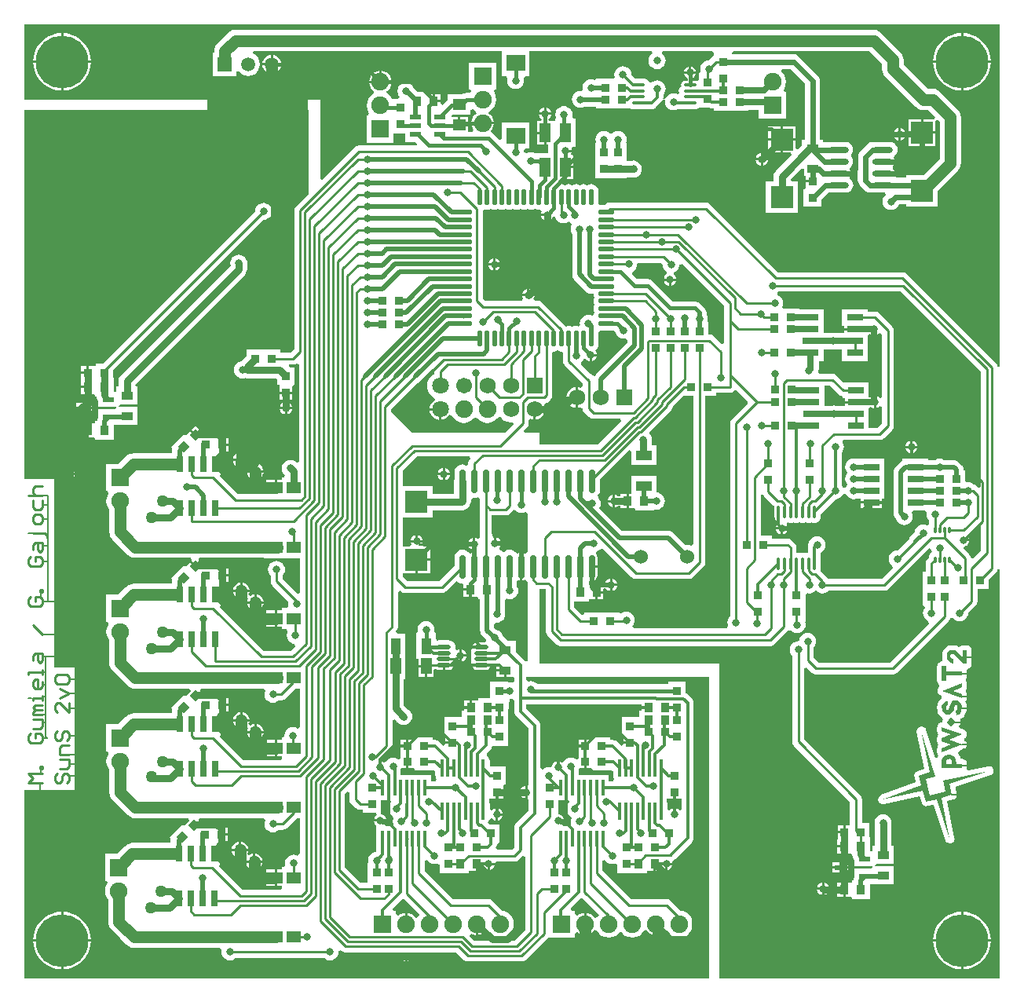
<source format=gtl>
%FSAX23Y23*%
%MOIN*%
G70*
G01*
G75*
G04 Layer_Physical_Order=1*
G04 Layer_Color=255*
%ADD10R,0.035X0.035*%
%ADD11R,0.035X0.035*%
%ADD12R,0.059X0.051*%
%ADD13R,0.028X0.070*%
%ADD14P,0.050X4X90.0*%
%ADD15R,0.047X0.079*%
%ADD16R,0.079X0.071*%
%ADD17R,0.048X0.024*%
%ADD18R,0.051X0.035*%
%ADD19R,0.037X0.039*%
%ADD20R,0.012X0.065*%
%ADD21O,0.016X0.077*%
%ADD22R,0.043X0.067*%
%ADD23O,0.055X0.014*%
%ADD24O,0.014X0.055*%
%ADD25O,0.087X0.024*%
%ADD26R,0.096X0.093*%
%ADD27O,0.069X0.022*%
%ADD28O,0.022X0.069*%
%ADD29O,0.012X0.031*%
%ADD30R,0.070X0.028*%
%ADD31O,0.059X0.018*%
%ADD32R,0.045X0.071*%
%ADD33O,0.028X0.102*%
%ADD34R,0.067X0.043*%
%ADD35R,0.057X0.045*%
%ADD36C,0.005*%
%ADD37C,0.050*%
%ADD38C,0.010*%
%ADD39C,0.080*%
%ADD40C,0.012*%
%ADD41C,0.020*%
%ADD42C,0.015*%
%ADD43C,0.022*%
%ADD44C,0.030*%
%ADD45C,0.100*%
%ADD46C,0.013*%
%ADD47C,0.025*%
%ADD48C,0.028*%
%ADD49R,0.430X0.045*%
%ADD50C,0.224*%
%ADD51R,0.075X0.075*%
%ADD52C,0.075*%
%ADD53R,0.075X0.075*%
%ADD54C,0.060*%
%ADD55C,0.059*%
%ADD56R,0.059X0.059*%
%ADD57R,0.069X0.069*%
%ADD58C,0.069*%
%ADD59C,0.067*%
%ADD60C,0.071*%
%ADD61C,0.032*%
%ADD62C,0.050*%
G36*
X03265Y01842D02*
X03256Y01836D01*
X03251Y01839D01*
X03238Y01840D01*
X03231Y01840D01*
X03179Y01891D01*
X03173Y01896D01*
X03171Y01897D01*
X03165Y01899D01*
X03158Y01900D01*
X02963D01*
X02866Y01997D01*
X02866Y01997D01*
X02870Y02006D01*
X02871Y02015D01*
X02870Y02024D01*
X02866Y02033D01*
X02861Y02041D01*
X02858Y02048D01*
Y02048D01*
X02863Y02055D01*
X02867Y02063D01*
X02868Y02072D01*
Y02117D01*
X02992Y02241D01*
X03002Y02237D01*
Y02178D01*
X03108D01*
Y02262D01*
X03088D01*
Y02277D01*
X03089Y02285D01*
X03088Y02294D01*
X03084Y02303D01*
X03079Y02311D01*
X03078Y02319D01*
X03170Y02411D01*
X03175Y02419D01*
X03177Y02426D01*
X03223Y02472D01*
X03265D01*
Y01842D01*
D02*
G37*
G36*
X02319Y02205D02*
X02316Y02202D01*
X02310Y02194D01*
X02308Y02184D01*
Y02182D01*
X02300Y02177D01*
X02293Y02180D01*
X02284Y02181D01*
X02275Y02180D01*
X02267Y02176D01*
X02260Y02171D01*
X02254Y02164D01*
X02251Y02156D01*
X02250Y02147D01*
Y02119D01*
X02250Y02119D01*
X02249Y02110D01*
Y02057D01*
X02157D01*
Y02088D01*
X02030D01*
Y02154D01*
X02091Y02215D01*
X02315D01*
X02319Y02205D01*
D02*
G37*
G36*
X03190Y00762D02*
X03207D01*
Y00762D01*
X03207Y00762D01*
X03213Y00762D01*
X03214Y00761D01*
Y00716D01*
X03204Y00713D01*
X03204Y00714D01*
X03198Y00718D01*
X03192Y00720D01*
X03190Y00721D01*
Y00695D01*
X03180D01*
Y00721D01*
X03178Y00720D01*
X03172Y00718D01*
X03166Y00714D01*
X03165Y00711D01*
X03155Y00714D01*
Y00739D01*
X03154Y00746D01*
X03153Y00749D01*
Y00762D01*
X03153D01*
X03157D01*
X03160Y00762D01*
X03160Y00762D01*
Y00762D01*
X03180D01*
Y00790D01*
X03190D01*
Y00762D01*
D02*
G37*
G36*
X02055Y00892D02*
X02077D01*
D01*
X02077D01*
X02083Y00887D01*
Y00882D01*
X02158D01*
X02158Y00882D01*
Y00882D01*
X02161Y00883D01*
X02169Y00878D01*
Y00861D01*
X02170Y00854D01*
X02173Y00847D01*
X02174Y00845D01*
X02170Y00836D01*
X02150D01*
Y00862D01*
X02023D01*
Y00885D01*
X02025Y00891D01*
X02025Y00892D01*
X02045D01*
Y00920D01*
X02055D01*
Y00892D01*
D02*
G37*
G36*
X02810D02*
X02832D01*
D01*
X02832D01*
X02838Y00887D01*
Y00882D01*
X02913D01*
X02913Y00882D01*
Y00882D01*
X02916Y00883D01*
X02924Y00878D01*
Y00861D01*
X02925Y00854D01*
X02928Y00847D01*
X02929Y00845D01*
X02925Y00836D01*
X02905D01*
Y00862D01*
X02778D01*
Y00885D01*
X02780Y00891D01*
X02780Y00892D01*
X02800D01*
Y00920D01*
X02810D01*
Y00892D01*
D02*
G37*
G36*
X02934Y02743D02*
X02934Y02741D01*
X02938Y02732D01*
X02944Y02725D01*
X02951Y02719D01*
X02960Y02715D01*
X02969Y02714D01*
X02977Y02715D01*
X02985Y02709D01*
Y02698D01*
X02850Y02563D01*
X02845Y02557D01*
X02845Y02557D01*
X02827Y02564D01*
X02788Y02604D01*
X02788Y02614D01*
X02792Y02617D01*
X02798Y02625D01*
X02799Y02628D01*
X02809Y02629D01*
X02811Y02627D01*
X02816Y02623D01*
X02823Y02620D01*
X02824Y02620D01*
Y02645D01*
X02829D01*
Y02650D01*
X02855D01*
X02855Y02652D01*
X02852Y02659D01*
X02848Y02664D01*
X02852Y02669D01*
X02852Y02669D01*
X02857Y02675D01*
X02860Y02683D01*
X02861Y02691D01*
Y02738D01*
X02860Y02742D01*
X02867Y02749D01*
X02871Y02748D01*
X02918D01*
X02926Y02749D01*
X02934Y02743D01*
D02*
G37*
G36*
X04274Y01820D02*
X04275Y01815D01*
X04277Y01809D01*
X04277Y01809D01*
X04272Y01805D01*
X04268Y01799D01*
X04265Y01793D01*
X04264Y01787D01*
X04257Y01779D01*
X04251Y01771D01*
X04250Y01761D01*
Y01727D01*
X04237D01*
Y01652D01*
Y01581D01*
X04242D01*
X04247Y01572D01*
X04244Y01568D01*
X04240Y01559D01*
X04239Y01550D01*
X04240Y01541D01*
X04244Y01532D01*
X04249Y01524D01*
X04257Y01519D01*
X04263Y01516D01*
X04265Y01506D01*
X04099Y01340D01*
X03796D01*
X03775Y01361D01*
Y01404D01*
X03776Y01404D01*
X03781Y01412D01*
X03785Y01421D01*
X03786Y01430D01*
X03785Y01439D01*
X03781Y01448D01*
X03776Y01456D01*
X03768Y01461D01*
X03759Y01465D01*
X03750Y01466D01*
X03741Y01465D01*
X03732Y01461D01*
X03724Y01456D01*
X03719Y01448D01*
X03715Y01439D01*
X03714Y01435D01*
X03710Y01431D01*
X03701Y01430D01*
X03692Y01426D01*
X03684Y01421D01*
X03679Y01413D01*
X03675Y01404D01*
X03674Y01395D01*
X03675Y01386D01*
X03679Y01377D01*
X03684Y01369D01*
X03685Y01369D01*
Y01005D01*
X03685Y01005D01*
X03685D01*
X03686Y00995D01*
X03692Y00987D01*
X03929Y00750D01*
Y00648D01*
X03910D01*
Y00620D01*
X03905D01*
Y00615D01*
X03877D01*
Y00597D01*
X03877D01*
X03877Y00597D01*
X03877Y00592D01*
D01*
X03876Y00590D01*
X03876Y00585D01*
X03876Y00585D01*
X03876D01*
Y00565D01*
X03905D01*
Y00560D01*
X03910D01*
Y00530D01*
X03930D01*
Y00530D01*
X03930Y00530D01*
X03933Y00530D01*
X03937Y00527D01*
Y00520D01*
X03941D01*
X03941Y00515D01*
X03945Y00506D01*
X03948Y00502D01*
Y00475D01*
X04024D01*
Y00475D01*
Y00474D01*
Y00472D01*
X04017Y00465D01*
X03948D01*
Y00428D01*
X03946Y00424D01*
X03945Y00416D01*
Y00415D01*
X03937D01*
Y00405D01*
X03937D01*
X03933D01*
X03930Y00405D01*
X03930Y00405D01*
Y00405D01*
X03910D01*
Y00375D01*
Y00345D01*
X03930D01*
Y00345D01*
X03930Y00345D01*
X03933Y00345D01*
X03937Y00342D01*
Y00335D01*
X04014D01*
Y00400D01*
X04024D01*
Y00399D01*
X04116D01*
Y00474D01*
X04037D01*
X04036Y00475D01*
Y00479D01*
X04043Y00486D01*
X04116D01*
Y00561D01*
X04105D01*
Y00652D01*
X04106Y00660D01*
X04105Y00669D01*
X04101Y00678D01*
X04096Y00686D01*
X04088Y00691D01*
X04079Y00695D01*
X04070Y00696D01*
X04061Y00695D01*
X04052Y00691D01*
X04044Y00686D01*
X04039Y00678D01*
X04035Y00669D01*
X04034Y00660D01*
X04035Y00652D01*
Y00561D01*
X04024D01*
Y00540D01*
X04014D01*
Y00600D01*
X04013D01*
Y00658D01*
X03980D01*
Y00760D01*
X03978Y00770D01*
X03973Y00778D01*
X03735Y01016D01*
Y01315D01*
X03745Y01319D01*
X03767Y01297D01*
X03767D01*
X03767Y01297D01*
X03767Y01297D01*
Y01297D01*
X03775Y01291D01*
X03785Y01290D01*
X04110D01*
X04120Y01291D01*
X04128Y01297D01*
X04348Y01517D01*
X04354Y01525D01*
X04354Y01528D01*
X04360Y01530D01*
X04364Y01531D01*
X04369Y01524D01*
X04377Y01519D01*
X04386Y01515D01*
X04395Y01514D01*
X04404Y01515D01*
X04413Y01519D01*
X04421Y01524D01*
X04426Y01532D01*
X04430Y01541D01*
X04431Y01550D01*
X04431Y01550D01*
X04463Y01582D01*
X04469Y01590D01*
X04470Y01600D01*
Y01652D01*
X04518D01*
Y01692D01*
X04548Y01722D01*
X04554Y01730D01*
X04555Y01737D01*
X04565Y01736D01*
Y00000D01*
X03375D01*
Y01335D01*
X02610D01*
Y01651D01*
X02638D01*
X02638Y01650D01*
Y01473D01*
X02638Y01473D01*
X02638D01*
X02640Y01463D01*
X02646Y01455D01*
X02684Y01417D01*
X02692Y01411D01*
X02702Y01410D01*
X03590D01*
X03600Y01411D01*
X03608Y01417D01*
X03665Y01474D01*
X03667Y01477D01*
X03677Y01477D01*
X03679Y01474D01*
X03687Y01469D01*
X03696Y01465D01*
X03705Y01464D01*
X03714Y01465D01*
X03723Y01469D01*
X03731Y01474D01*
X03736Y01482D01*
X03740Y01491D01*
X03741Y01500D01*
X03740Y01509D01*
X03738Y01513D01*
X03740Y01516D01*
X03740D01*
Y01587D01*
Y01629D01*
X03748Y01634D01*
X03757Y01633D01*
X03767Y01634D01*
X03776Y01638D01*
X03783Y01644D01*
X03787D01*
X03794Y01638D01*
X03803Y01634D01*
X03812Y01633D01*
X03822Y01634D01*
X03831Y01638D01*
X03838Y01644D01*
X03838Y01644D01*
X04074D01*
X04084Y01646D01*
X04092Y01651D01*
X04265Y01824D01*
X04274Y01820D01*
D02*
G37*
G36*
X02260Y01686D02*
X02267Y01680D01*
X02275Y01677D01*
X02284Y01676D01*
X02289Y01671D01*
Y01655D01*
X02318D01*
Y01650D01*
X02323D01*
Y01620D01*
X02347D01*
D01*
X02347D01*
X02350Y01617D01*
Y01610D01*
X02359D01*
Y01476D01*
X02360Y01468D01*
X02362Y01463D01*
X02363Y01461D01*
X02367Y01455D01*
X02385Y01438D01*
X02385Y01436D01*
X02386Y01433D01*
X02381Y01424D01*
X02344D01*
X02337Y01423D01*
X02331Y01419D01*
X02327Y01412D01*
X02325Y01405D01*
X02326Y01402D01*
X02324Y01400D01*
X02319Y01394D01*
X02316Y01387D01*
X02315Y01379D01*
X02316Y01372D01*
X02318Y01367D01*
X02316Y01361D01*
X02315Y01354D01*
X02316Y01346D01*
X02319Y01339D01*
X02324Y01333D01*
X02326Y01332D01*
X02325Y01328D01*
X02327Y01321D01*
X02331Y01315D01*
X02337Y01310D01*
X02344Y01309D01*
X02386D01*
X02393Y01310D01*
X02399Y01315D01*
X02403Y01321D01*
X02405Y01328D01*
X02426D01*
X02426Y01328D01*
X02429Y01324D01*
Y01312D01*
X02465D01*
Y01307D01*
X02470D01*
Y01279D01*
X02501D01*
D01*
X02501D01*
X02504Y01276D01*
Y01260D01*
X02495Y01255D01*
X02494Y01255D01*
X02485Y01256D01*
X02480Y01256D01*
X02478Y01258D01*
Y01258D01*
X02402D01*
Y01190D01*
X02352D01*
Y01180D01*
X02348D01*
Y01180D01*
X02325D01*
Y01150D01*
X02320D01*
Y01145D01*
X02291D01*
Y01135D01*
X02281D01*
Y01108D01*
X02278D01*
Y01108D01*
X02202D01*
Y01033D01*
X02212D01*
Y01027D01*
X02212D01*
Y01005D01*
X02240D01*
Y00995D01*
X02212D01*
Y00991D01*
X02203Y00987D01*
X02186Y01004D01*
X02186Y01004D01*
X02181Y01008D01*
X02181Y01008D01*
D01*
X02181Y01008D01*
X02178Y01009D01*
X02175Y01010D01*
X02175D01*
X02175Y01010D01*
X02174Y01010D01*
X02168Y01011D01*
X02168Y01011D01*
X02158D01*
Y01023D01*
X02083D01*
Y01013D01*
X02083D01*
X02077D01*
X02076Y01013D01*
X02076Y01013D01*
Y01013D01*
X02055D01*
Y00985D01*
X02050D01*
Y00980D01*
X02022D01*
Y00957D01*
X02022Y00957D01*
X02022Y00948D01*
X02022D01*
Y00932D01*
X02013Y00928D01*
X02008Y00931D01*
X01999Y00935D01*
X01990Y00936D01*
X01981Y00935D01*
X01972Y00931D01*
X01964Y00926D01*
X01959Y00918D01*
X01949Y00917D01*
X01948Y00918D01*
X01943Y00920D01*
X01942Y00923D01*
X01943Y00932D01*
X01980Y00969D01*
X01986Y00978D01*
X01988Y00987D01*
Y01094D01*
X01997Y01098D01*
X02005Y01090D01*
X02009Y01084D01*
X02017Y01079D01*
X02026Y01075D01*
X02035Y01074D01*
X02044Y01075D01*
X02053Y01079D01*
X02061Y01084D01*
X02066Y01092D01*
X02070Y01101D01*
X02071Y01110D01*
X02070Y01119D01*
X02066Y01128D01*
X02061Y01136D01*
X02055Y01140D01*
X02035Y01160D01*
Y01270D01*
X02043D01*
Y01380D01*
X02042D01*
Y01463D01*
X02007D01*
X02003Y01472D01*
X02009Y01481D01*
X02010Y01490D01*
X02010Y01490D01*
X02010Y01490D01*
Y01490D01*
Y01640D01*
X02020Y01644D01*
X02022Y01642D01*
X02030Y01636D01*
X02040Y01635D01*
X02197D01*
X02201Y01635D01*
X02206Y01636D01*
X02206Y01636D01*
X02206D01*
X02209Y01638D01*
X02215Y01642D01*
X02259Y01686D01*
X02260Y01686D01*
D02*
G37*
G36*
X01447Y00670D02*
X01445Y00664D01*
X01444Y00655D01*
X01445Y00646D01*
X01449Y00637D01*
X01454Y00629D01*
X01462Y00624D01*
X01471Y00620D01*
X01480Y00619D01*
X01489Y00620D01*
X01498Y00624D01*
X01506Y00629D01*
X01506Y00630D01*
X01520D01*
X01526Y00631D01*
X01530Y00631D01*
X01530Y00631D01*
X01530D01*
X01534Y00634D01*
X01538Y00637D01*
X01580Y00679D01*
X01595D01*
Y00531D01*
X01586Y00519D01*
X01577Y00523D01*
X01567Y00524D01*
X01558Y00523D01*
X01549Y00519D01*
X01542Y00513D01*
X01536Y00506D01*
X01532Y00497D01*
X01531Y00488D01*
X01532Y00479D01*
X01526Y00472D01*
X01518D01*
Y00462D01*
X01498D01*
Y00426D01*
Y00391D01*
X01518D01*
Y00381D01*
D01*
Y00381D01*
X01513Y00376D01*
X01351D01*
X01251Y00475D01*
X01254Y00483D01*
X01254D01*
X01254Y00483D01*
Y00523D01*
X01230D01*
Y00533D01*
X01254D01*
Y00573D01*
X01254D01*
Y00575D01*
X01261Y00582D01*
X01288D01*
Y00605D01*
X01260D01*
Y00610D01*
X01255D01*
Y00638D01*
X01234D01*
Y00638D01*
X01234Y00638D01*
X01233Y00638D01*
X01227Y00643D01*
Y00648D01*
X01185D01*
X01184Y00650D01*
X01184Y00650D01*
X01184Y00650D01*
X01165Y00670D01*
X01169Y00679D01*
X01442D01*
X01447Y00670D01*
D02*
G37*
G36*
X02165Y02579D02*
X02165Y02575D01*
Y02564D01*
X02162Y02563D01*
X02150Y02555D01*
X02142Y02543D01*
X02136Y02529D01*
X02134Y02515D01*
X02136Y02501D01*
X02142Y02487D01*
X02150Y02475D01*
X02162Y02467D01*
X02162Y02467D01*
X02167Y02455D01*
X02158Y02447D01*
X02150Y02438D01*
X02146Y02427D01*
X02145Y02420D01*
X02190D01*
Y02415D01*
X02195D01*
Y02370D01*
X02202Y02371D01*
X02213Y02375D01*
X02222Y02383D01*
X02229Y02391D01*
X02235Y02390D01*
X02239Y02388D01*
X02240Y02386D01*
X02249Y02374D01*
X02261Y02365D01*
X02275Y02359D01*
X02290Y02357D01*
X02305Y02359D01*
X02319Y02365D01*
X02331Y02374D01*
X02335Y02379D01*
X02345D01*
X02349Y02374D01*
X02361Y02365D01*
X02375Y02359D01*
X02390Y02357D01*
X02405Y02359D01*
X02419Y02365D01*
X02431Y02374D01*
X02437Y02382D01*
X02447D01*
X02451Y02376D01*
X02463Y02367D01*
X02476Y02362D01*
X02490Y02360D01*
X02496Y02361D01*
X02501Y02352D01*
X02464Y02315D01*
X02070D01*
X01982Y02403D01*
Y02416D01*
X02092Y02526D01*
X02093Y02526D01*
X02100Y02529D01*
X02106Y02534D01*
X02156Y02584D01*
X02165Y02579D01*
D02*
G37*
G36*
X02594Y03266D02*
X02601Y03263D01*
X02609Y03262D01*
X02616Y03263D01*
X02620Y03256D01*
X02621Y03254D01*
X02621Y03254D01*
X02618Y03247D01*
X02618Y03245D01*
X02644D01*
Y03240D01*
X02649D01*
Y03215D01*
X02650Y03215D01*
X02657Y03218D01*
X02662Y03222D01*
X02666Y03227D01*
X02668Y03233D01*
X02678Y03231D01*
X02678Y03231D01*
X02682Y03222D01*
X02688Y03215D01*
X02695Y03209D01*
X02704Y03205D01*
X02714Y03204D01*
X02723Y03205D01*
X02732Y03209D01*
X02736Y03213D01*
X02742Y03209D01*
X02745Y03207D01*
X02749Y03198D01*
X02745Y03189D01*
X02744Y03180D01*
X02745Y03171D01*
X02749Y03162D01*
X02750Y03160D01*
Y02988D01*
X02751Y02980D01*
X02753Y02975D01*
X02754Y02972D01*
X02759Y02966D01*
X02809Y02915D01*
X02816Y02910D01*
X02823Y02907D01*
X02831Y02906D01*
X02839D01*
X02840Y02905D01*
X02841Y02897D01*
X02844Y02890D01*
X02844Y02889D01*
X02844Y02889D01*
X02841Y02882D01*
X02840Y02874D01*
X02841Y02866D01*
X02844Y02858D01*
X02844Y02858D01*
X02844Y02858D01*
X02841Y02850D01*
X02840Y02842D01*
X02841Y02834D01*
X02844Y02827D01*
X02844Y02826D01*
X02844Y02826D01*
X02841Y02819D01*
X02841Y02819D01*
Y02819D01*
X02838Y02812D01*
X02829Y02816D01*
X02819Y02817D01*
X02810Y02816D01*
X02801Y02812D01*
X02794Y02806D01*
X02788Y02799D01*
X02784Y02790D01*
X02783Y02780D01*
X02784Y02773D01*
X02777Y02768D01*
X02776Y02767D01*
X02775Y02768D01*
X02767Y02769D01*
X02759Y02768D01*
X02751Y02765D01*
X02751Y02765D01*
X02751Y02765D01*
X02743Y02768D01*
X02735Y02769D01*
X02727Y02768D01*
X02724Y02767D01*
X02722Y02770D01*
X02623Y02868D01*
X02615Y02874D01*
X02605Y02876D01*
X02590D01*
X02586Y02885D01*
X02587Y02886D01*
X02589Y02892D01*
X02590Y02894D01*
X02538D01*
X02539Y02892D01*
X02541Y02886D01*
X02542Y02885D01*
X02538Y02876D01*
X02380D01*
X02370Y02886D01*
Y03258D01*
X02379Y03264D01*
X02381Y03263D01*
X02389Y03262D01*
X02397Y03263D01*
X02404Y03266D01*
X02405Y03266D01*
X02405Y03266D01*
X02412Y03263D01*
X02420Y03262D01*
X02428Y03263D01*
X02436Y03266D01*
X02436Y03266D01*
X02436Y03266D01*
X02444Y03263D01*
X02452Y03262D01*
X02460Y03263D01*
X02467Y03266D01*
X02468Y03266D01*
X02468Y03266D01*
X02475Y03263D01*
X02483Y03262D01*
X02491Y03263D01*
X02499Y03266D01*
X02499Y03266D01*
X02499Y03266D01*
X02507Y03263D01*
X02515Y03262D01*
X02523Y03263D01*
X02530Y03266D01*
X02531Y03266D01*
X02531Y03266D01*
X02538Y03263D01*
X02546Y03262D01*
X02554Y03263D01*
X02562Y03266D01*
X02562Y03266D01*
X02562Y03266D01*
X02570Y03263D01*
X02578Y03262D01*
X02586Y03263D01*
X02593Y03266D01*
X02594Y03266D01*
X02594Y03266D01*
D02*
G37*
G36*
X01805Y00789D02*
Y00760D01*
X01805Y00760D01*
X01805D01*
X01806Y00750D01*
X01812Y00742D01*
X01832Y00722D01*
X01841Y00716D01*
X01850Y00714D01*
X01862D01*
Y00702D01*
X01918D01*
X01919Y00700D01*
X01921Y00692D01*
X01916Y00689D01*
X01912Y00683D01*
X01910Y00677D01*
X01909Y00675D01*
X01961D01*
X01960Y00677D01*
X01958Y00683D01*
X01954Y00689D01*
X01948Y00693D01*
X01942Y00695D01*
X01938Y00696D01*
Y00702D01*
X01938D01*
Y00757D01*
X01979D01*
X01982Y00748D01*
X01979Y00746D01*
X01974Y00738D01*
X01970Y00729D01*
X01969Y00720D01*
X01970Y00711D01*
X01974Y00702D01*
X01979Y00694D01*
X01987Y00689D01*
X01988Y00688D01*
X01992Y00679D01*
X01990Y00674D01*
X01989Y00665D01*
X01990Y00656D01*
X01991Y00652D01*
X01986Y00644D01*
X01960D01*
X01958Y00646D01*
X01954Y00653D01*
X01958Y00657D01*
X01960Y00663D01*
X01961Y00665D01*
X01909D01*
X01910Y00663D01*
X01912Y00657D01*
X01916Y00651D01*
X01919Y00649D01*
X01919Y00644D01*
Y00644D01*
X01919Y00639D01*
X01919D01*
X01919Y00639D01*
Y00594D01*
X01919Y00591D01*
Y00536D01*
X01919Y00536D01*
X01911Y00535D01*
X01902Y00531D01*
X01894Y00526D01*
X01889Y00518D01*
X01885Y00509D01*
X01884Y00500D01*
X01885Y00491D01*
X01885Y00491D01*
X01882Y00488D01*
X01882D01*
Y00413D01*
Y00405D01*
X01851D01*
X01785Y00471D01*
Y00783D01*
X01795Y00793D01*
X01805Y00789D01*
D02*
G37*
G36*
X04485Y02574D02*
Y02085D01*
X04475Y02081D01*
X04468Y02088D01*
X04460Y02094D01*
X04457Y02094D01*
X04456Y02096D01*
X04448Y02101D01*
X04439Y02105D01*
X04430Y02106D01*
X04426Y02106D01*
X04418Y02112D01*
Y02157D01*
X04413D01*
X04411Y02159D01*
Y02159D01*
X04411D01*
D01*
X04410Y02166D01*
X04407Y02174D01*
X04404Y02177D01*
X04402Y02180D01*
X04402Y02180D01*
X04392Y02190D01*
X04385Y02195D01*
X04383Y02196D01*
X04378Y02198D01*
X04370Y02199D01*
X04330D01*
X04328Y02200D01*
X04320Y02204D01*
X04310Y02205D01*
X04301Y02204D01*
X04292Y02200D01*
X04291Y02199D01*
X04263D01*
Y02204D01*
X04153D01*
Y02197D01*
X04150Y02196D01*
X04144Y02191D01*
X04124Y02171D01*
X04119Y02165D01*
X04118Y02163D01*
X04116Y02157D01*
X04115Y02150D01*
Y01975D01*
X04116Y01967D01*
X04118Y01962D01*
X04119Y01959D01*
X04124Y01953D01*
X04125Y01952D01*
X04125Y01950D01*
X04129Y01941D01*
X04134Y01934D01*
X04142Y01928D01*
X04151Y01924D01*
X04160Y01923D01*
X04169Y01924D01*
X04178Y01928D01*
X04186Y01934D01*
X04191Y01941D01*
X04195Y01950D01*
X04196Y01960D01*
X04195Y01969D01*
X04192Y01977D01*
X04193Y01979D01*
X04201Y01985D01*
X04248D01*
X04255Y01978D01*
X04254Y01970D01*
X04255Y01960D01*
X04259Y01951D01*
X04264Y01944D01*
X04265Y01944D01*
Y01927D01*
X04256Y01922D01*
X04249Y01925D01*
X04240Y01926D01*
X04231Y01925D01*
X04222Y01921D01*
X04214Y01915D01*
X04209Y01908D01*
X04205Y01899D01*
X04204Y01893D01*
X04186Y01874D01*
X04181Y01869D01*
X04180Y01866D01*
X04130Y01816D01*
X04130Y01816D01*
X04121Y01815D01*
X04112Y01811D01*
X04104Y01806D01*
X04099Y01798D01*
X04095Y01789D01*
X04094Y01780D01*
X04095Y01771D01*
X04099Y01762D01*
X04104Y01754D01*
X04109Y01751D01*
X04110Y01741D01*
X04064Y01695D01*
X03838D01*
X03838Y01695D01*
X03832Y01699D01*
X03830Y01702D01*
X03804Y01729D01*
X03805Y01732D01*
X03806Y01739D01*
Y01780D01*
X03806Y01783D01*
Y01807D01*
X03808Y01808D01*
X03815Y01814D01*
X03821Y01822D01*
X03825Y01830D01*
X03826Y01840D01*
X03825Y01849D01*
X03821Y01858D01*
X03815Y01865D01*
X03808Y01871D01*
X03799Y01875D01*
X03790Y01876D01*
X03780Y01875D01*
X03772Y01871D01*
X03764Y01865D01*
X03758Y01858D01*
X03755Y01849D01*
X03753Y01840D01*
X03754Y01837D01*
X03753Y01836D01*
X03753Y01833D01*
X03752Y01829D01*
Y01807D01*
X03747Y01806D01*
X03741Y01804D01*
X03735Y01806D01*
X03728Y01807D01*
X03721Y01806D01*
X03715Y01804D01*
X03709Y01806D01*
X03702Y01807D01*
X03702Y01807D01*
Y01828D01*
X03702Y01828D01*
X03702Y01828D01*
Y01828D01*
X03702D01*
X03702Y01828D01*
X03700Y01838D01*
X03695Y01846D01*
X03683Y01858D01*
X03675Y01864D01*
X03665Y01865D01*
X03598D01*
Y01878D01*
X03550D01*
Y02051D01*
X03560Y02053D01*
X03564Y02047D01*
X03604Y02007D01*
X03609Y02004D01*
X03608Y02001D01*
Y01959D01*
X03610Y01953D01*
X03613Y01947D01*
X03619Y01943D01*
X03624Y01942D01*
X03627Y01933D01*
X03621Y01929D01*
X03617Y01923D01*
X03615Y01917D01*
X03614Y01915D01*
X03666D01*
X03665Y01917D01*
X03663Y01923D01*
X03661Y01926D01*
X03662Y01929D01*
X03666Y01935D01*
X03670Y01933D01*
X03677Y01932D01*
X03684Y01933D01*
X03690Y01935D01*
X03695Y01933D01*
X03702Y01932D01*
X03709Y01933D01*
X03715Y01935D01*
X03721Y01933D01*
X03728Y01932D01*
X03735Y01933D01*
X03741Y01935D01*
X03747Y01933D01*
X03754Y01932D01*
X03761Y01933D01*
X03766Y01935D01*
X03772Y01933D01*
X03779Y01932D01*
X03786Y01933D01*
X03793Y01936D01*
X03798Y01940D01*
X03803Y01946D01*
X03805Y01952D01*
X03806Y01959D01*
Y01969D01*
X03870Y02033D01*
X03877Y02034D01*
X03886Y02038D01*
X03893Y02044D01*
X03899Y02051D01*
X03901Y02057D01*
X03911D01*
X03914Y02051D01*
X03919Y02044D01*
X03927Y02038D01*
X03936Y02034D01*
X03945Y02033D01*
X03954Y02034D01*
X03957Y02035D01*
X03965Y02035D01*
Y02035D01*
X03975D01*
Y02025D01*
X04065D01*
Y02035D01*
X04075D01*
Y02085D01*
Y02135D01*
Y02204D01*
X03965D01*
Y02204D01*
X03957Y02204D01*
X03954Y02205D01*
X03945Y02206D01*
X03936Y02205D01*
X03927Y02201D01*
X03919Y02195D01*
X03914Y02188D01*
X03910Y02179D01*
X03909Y02170D01*
X03910Y02160D01*
X03914Y02151D01*
X03919Y02145D01*
X03914Y02138D01*
X03910Y02129D01*
X03909Y02120D01*
X03910Y02110D01*
X03914Y02101D01*
X03919Y02095D01*
X03914Y02088D01*
X03911Y02082D01*
X03901D01*
X03899Y02087D01*
X03894Y02094D01*
Y02231D01*
X03899Y02237D01*
X03902Y02246D01*
X03904Y02255D01*
X03902Y02264D01*
X03899Y02273D01*
X03897Y02276D01*
X03901Y02285D01*
X04056D01*
X04066Y02286D01*
X04074Y02292D01*
X04074Y02292D01*
X04074Y02292D01*
X04109Y02326D01*
X04114Y02335D01*
X04116Y02344D01*
X04116Y02344D01*
X04116Y02344D01*
Y02344D01*
Y02749D01*
X04114Y02759D01*
X04109Y02767D01*
X04054Y02822D01*
X04045Y02828D01*
X04036Y02830D01*
X04006D01*
Y02839D01*
X03896D01*
Y02770D01*
X03906D01*
Y02759D01*
X03951D01*
Y02749D01*
X03906D01*
Y02739D01*
X03868D01*
X03867Y02739D01*
X03858Y02740D01*
X03848Y02739D01*
X03848Y02739D01*
X03817D01*
Y02770D01*
Y02839D01*
X03763D01*
X03762Y02839D01*
X03716D01*
Y02842D01*
X03648D01*
X03643Y02850D01*
X03645Y02856D01*
X03646Y02865D01*
X03645Y02874D01*
X03641Y02883D01*
X03636Y02891D01*
X03628Y02896D01*
X03621Y02900D01*
X03620Y02907D01*
X03626Y02915D01*
X04144D01*
X04485Y02574D01*
D02*
G37*
G36*
X02504Y01180D02*
Y01132D01*
X02504Y01132D01*
X02505Y01126D01*
X02507Y01119D01*
X02511Y01114D01*
X02564Y01062D01*
Y00823D01*
X02560Y00819D01*
Y00790D01*
Y00761D01*
X02564Y00757D01*
Y00711D01*
X02511Y00659D01*
X02507Y00653D01*
X02505Y00647D01*
X02504Y00640D01*
X02504Y00640D01*
Y00555D01*
X02494Y00545D01*
X02430D01*
X02426Y00554D01*
X02428Y00557D01*
X02431Y00564D01*
X02432Y00570D01*
D01*
X02432Y00570D01*
D01*
X02439Y00577D01*
X02443D01*
Y00653D01*
X02400D01*
X02393Y00659D01*
X02396Y00664D01*
X02399Y00671D01*
X02400Y00676D01*
X02406Y00678D01*
X02410Y00678D01*
X02411Y00676D01*
X02417Y00672D01*
X02423Y00670D01*
X02425Y00669D01*
Y00695D01*
Y00721D01*
X02423Y00720D01*
X02417Y00718D01*
X02411Y00714D01*
X02410Y00711D01*
X02400Y00714D01*
Y00739D01*
X02399Y00746D01*
X02398Y00749D01*
Y00762D01*
X02398D01*
X02402D01*
X02405Y00762D01*
X02405Y00762D01*
Y00762D01*
X02425D01*
Y00790D01*
X02430D01*
Y00795D01*
X02458D01*
Y00816D01*
X02458D01*
X02458Y00816D01*
X02458Y00817D01*
X02463Y00823D01*
X02468D01*
Y00898D01*
X02403D01*
X02400Y00901D01*
Y00922D01*
X02399Y00929D01*
X02396Y00936D01*
X02392Y00942D01*
X02388Y00945D01*
X02387Y00955D01*
X02404Y00971D01*
X02404Y00971D01*
X02404Y00971D01*
X02407Y00976D01*
X02408Y00977D01*
X02408Y00977D01*
X02408Y00977D01*
X02409Y00981D01*
X02410Y00983D01*
Y00983D01*
X02410Y00983D01*
X02411Y00986D01*
X02411Y00987D01*
X02478D01*
Y01058D01*
Y01112D01*
Y01128D01*
X02485Y01184D01*
X02494Y01185D01*
X02495Y01185D01*
X02504Y01180D01*
D02*
G37*
G36*
X02550Y00515D02*
Y00206D01*
X02504Y00160D01*
X02336D01*
X02316Y00180D01*
X02321Y00188D01*
X02333Y00184D01*
X02340Y00183D01*
Y00230D01*
X02350D01*
Y00183D01*
X02357Y00184D01*
X02369Y00189D01*
X02379Y00196D01*
X02384Y00204D01*
X02394Y00202D01*
X02395Y00201D01*
X02404Y00189D01*
X02416Y00180D01*
X02430Y00174D01*
X02445Y00172D01*
X02460Y00174D01*
X02474Y00180D01*
X02486Y00189D01*
X02495Y00201D01*
X02501Y00215D01*
X02503Y00230D01*
X02501Y00245D01*
X02495Y00259D01*
X02486Y00271D01*
X02474Y00280D01*
X02460Y00286D01*
X02454Y00287D01*
X02413Y00328D01*
X02405Y00334D01*
X02395Y00335D01*
X02246D01*
X02124Y00457D01*
Y00498D01*
X02126Y00499D01*
X02134Y00501D01*
X02139Y00494D01*
X02147Y00489D01*
X02156Y00485D01*
X02165Y00484D01*
X02174Y00485D01*
X02179Y00487D01*
X02187Y00481D01*
Y00447D01*
X02236D01*
Y00445D01*
X02313D01*
Y00455D01*
X02317D01*
Y00455D01*
X02340D01*
Y00485D01*
X02350D01*
Y00455D01*
X02374D01*
Y00456D01*
X02382Y00462D01*
X02388Y00460D01*
X02390Y00459D01*
Y00485D01*
X02395D01*
Y00490D01*
X02424D01*
X02428Y00495D01*
X02505D01*
X02515Y00496D01*
X02523Y00502D01*
X02523Y00502D01*
X02523Y00502D01*
X02540Y00519D01*
X02550Y00515D01*
D02*
G37*
G36*
X02737Y00748D02*
X02734Y00746D01*
X02729Y00738D01*
X02725Y00729D01*
X02724Y00720D01*
X02725Y00711D01*
X02729Y00702D01*
X02734Y00694D01*
X02742Y00689D01*
X02743Y00688D01*
X02747Y00679D01*
X02745Y00674D01*
X02744Y00665D01*
X02745Y00656D01*
X02746Y00652D01*
X02741Y00644D01*
X02715D01*
X02713Y00646D01*
X02709Y00653D01*
X02713Y00657D01*
X02715Y00663D01*
X02716Y00665D01*
X02690D01*
Y00675D01*
X02716D01*
X02715Y00677D01*
X02713Y00683D01*
X02709Y00689D01*
X02703Y00693D01*
X02697Y00695D01*
X02693Y00696D01*
Y00702D01*
X02693D01*
Y00757D01*
X02734D01*
X02737Y00748D01*
D02*
G37*
G36*
X04037Y02729D02*
X04039Y02729D01*
X04045Y02732D01*
X04051Y02736D01*
X04054Y02740D01*
X04058Y02740D01*
X04065Y02733D01*
Y02464D01*
X04056Y02461D01*
X04054Y02464D01*
X04048Y02468D01*
X04042Y02470D01*
X04040Y02471D01*
Y02445D01*
Y02419D01*
X04042Y02420D01*
X04048Y02422D01*
X04054Y02426D01*
X04056Y02429D01*
X04065Y02426D01*
Y02355D01*
X04046Y02335D01*
X04009D01*
Y02361D01*
Y02420D01*
X04012Y02423D01*
X04018Y02426D01*
X04022Y02422D01*
X04028Y02420D01*
X04030Y02419D01*
Y02445D01*
Y02471D01*
X04028Y02470D01*
X04022Y02468D01*
X04018Y02464D01*
X04012Y02467D01*
X04009Y02470D01*
Y02529D01*
X03902D01*
X03873Y02558D01*
X03865Y02564D01*
X03855Y02565D01*
X03799D01*
X03794Y02574D01*
X03796Y02579D01*
X03797Y02587D01*
Y02620D01*
X03817D01*
Y02670D01*
X03845D01*
X03848Y02669D01*
X03858Y02668D01*
X03867Y02669D01*
X03870Y02670D01*
X03896D01*
Y02620D01*
X04006D01*
Y02670D01*
Y02730D01*
X04009Y02732D01*
X04015Y02735D01*
X04019Y02732D01*
X04025Y02729D01*
X04027Y02729D01*
Y02754D01*
X04037D01*
Y02729D01*
D02*
G37*
G36*
X03046Y01155D02*
X03075D01*
Y01145D01*
X03046D01*
Y01135D01*
X03036D01*
Y01108D01*
X03033D01*
Y01108D01*
X02957D01*
Y01033D01*
X02967D01*
Y01027D01*
X02967D01*
Y01005D01*
X02995D01*
Y00995D01*
X02967D01*
Y00991D01*
X02958Y00987D01*
X02941Y01004D01*
X02941Y01004D01*
X02936Y01008D01*
X02936Y01008D01*
D01*
X02936Y01008D01*
X02933Y01009D01*
X02930Y01010D01*
X02930D01*
X02930Y01010D01*
X02929Y01010D01*
X02923Y01011D01*
X02923Y01011D01*
X02913D01*
Y01023D01*
X02838D01*
Y01013D01*
X02838D01*
X02832D01*
X02831Y01013D01*
X02831Y01013D01*
Y01013D01*
X02810D01*
Y00985D01*
X02805D01*
Y00980D01*
X02777D01*
Y00957D01*
X02777Y00957D01*
X02777Y00948D01*
X02777D01*
Y00932D01*
X02768Y00928D01*
X02763Y00931D01*
X02754Y00935D01*
X02745Y00936D01*
X02736Y00935D01*
X02727Y00931D01*
X02719Y00926D01*
X02714Y00918D01*
X02704Y00917D01*
X02703Y00918D01*
X02697Y00920D01*
X02695Y00921D01*
Y00895D01*
X02685D01*
Y00921D01*
X02683Y00920D01*
X02677Y00918D01*
X02671Y00914D01*
X02667Y00908D01*
X02665Y00902D01*
X02665Y00902D01*
X02657Y00895D01*
X02650Y00896D01*
X02641Y00895D01*
X02632Y00891D01*
X02625Y00886D01*
X02620Y00889D01*
X02616Y00892D01*
Y01072D01*
X02616Y01072D01*
X02615Y01079D01*
X02613Y01086D01*
X02609Y01091D01*
X02609Y01091D01*
X02556Y01143D01*
Y01163D01*
X03046D01*
Y01155D01*
D02*
G37*
G36*
X02688Y02664D02*
X02696Y02661D01*
X02704Y02660D01*
X02710Y02654D01*
Y02620D01*
X02710Y02620D01*
X02710D01*
X02712Y02611D01*
X02717Y02602D01*
X02795Y02525D01*
Y02512D01*
X02786Y02506D01*
X02782Y02508D01*
X02775Y02509D01*
Y02465D01*
Y02421D01*
X02782Y02422D01*
X02786Y02423D01*
X02795Y02419D01*
X02796Y02410D01*
X02802Y02402D01*
X02822Y02382D01*
X02830Y02376D01*
X02840Y02375D01*
X02955D01*
X02959Y02365D01*
X02859Y02265D01*
X02610D01*
Y02315D01*
X02549D01*
X02545Y02324D01*
X02559Y02338D01*
X02564Y02346D01*
X02566Y02356D01*
X02565Y02359D01*
Y02368D01*
X02574Y02374D01*
X02578Y02372D01*
X02585Y02371D01*
Y02415D01*
X02590D01*
Y02420D01*
X02634D01*
X02633Y02427D01*
X02632Y02430D01*
Y02432D01*
X02636Y02440D01*
X02642Y02441D01*
X02650Y02447D01*
X02650Y02447D01*
X02650Y02447D01*
X02659Y02456D01*
X02664Y02464D01*
X02666Y02474D01*
X02666Y02474D01*
X02666Y02474D01*
Y02474D01*
Y02654D01*
X02672Y02660D01*
X02680Y02661D01*
X02688Y02664D01*
X02688Y02664D01*
X02688Y02664D01*
D02*
G37*
G36*
X04485Y01925D02*
Y01816D01*
X04452Y01783D01*
X04443Y01786D01*
X04442Y01791D01*
X04436Y01799D01*
X04411Y01824D01*
X04415Y01833D01*
X04417Y01834D01*
X04424Y01836D01*
X04429Y01840D01*
X04433Y01846D01*
X04436Y01852D01*
X04436Y01854D01*
X04411D01*
Y01864D01*
X04436D01*
X04436Y01866D01*
X04433Y01872D01*
X04429Y01878D01*
D01*
X04429Y01878D01*
D01*
D01*
X04429D01*
X04431Y01885D01*
X04475Y01929D01*
X04485Y01925D01*
D02*
G37*
G36*
X01447Y01220D02*
X01445Y01214D01*
X01444Y01205D01*
X01445Y01196D01*
X01449Y01187D01*
X01454Y01179D01*
X01462Y01174D01*
X01471Y01170D01*
X01480Y01169D01*
X01489Y01170D01*
X01498Y01174D01*
X01506Y01179D01*
X01506Y01180D01*
X01516D01*
X01526Y01181D01*
X01534Y01187D01*
X01576Y01229D01*
X01595D01*
Y01064D01*
X01586Y01060D01*
X01583Y01061D01*
X01574Y01065D01*
X01565Y01066D01*
X01556Y01065D01*
X01547Y01061D01*
X01539Y01056D01*
X01534Y01048D01*
X01530Y01039D01*
X01529Y01030D01*
X01529Y01029D01*
X01522Y01022D01*
X01518D01*
Y01012D01*
X01498D01*
Y00976D01*
Y00941D01*
X01518D01*
Y00931D01*
D01*
Y00931D01*
X01513Y00926D01*
X01356D01*
X01256Y01025D01*
X01259Y01033D01*
X01259D01*
X01259Y01033D01*
Y01073D01*
X01235D01*
Y01083D01*
X01259D01*
Y01123D01*
X01259D01*
Y01125D01*
X01266Y01132D01*
X01293D01*
Y01155D01*
X01265D01*
Y01160D01*
X01260D01*
Y01188D01*
X01239D01*
Y01188D01*
X01239Y01188D01*
X01238Y01188D01*
X01232Y01193D01*
Y01198D01*
X01190D01*
X01189Y01200D01*
X01189Y01200D01*
X01189Y01200D01*
X01170Y01220D01*
X01174Y01229D01*
X01442D01*
X01447Y01220D01*
D02*
G37*
G36*
X02509Y01984D02*
X02509Y01984D01*
Y01984D01*
X02517Y01979D01*
X02526Y01975D01*
X02535Y01974D01*
X02544Y01975D01*
X02552Y01978D01*
X02560Y01972D01*
Y01809D01*
X02560Y01809D01*
X02560Y01809D01*
Y01809D01*
X02551Y01802D01*
X02543Y01807D01*
X02539Y01808D01*
Y01747D01*
Y01687D01*
X02543Y01688D01*
X02551Y01693D01*
X02551Y01693D01*
Y01693D01*
X02559Y01687D01*
X02560Y01683D01*
Y01347D01*
X02551Y01344D01*
X02549Y01347D01*
X02549Y01347D01*
X02511Y01385D01*
Y01431D01*
X02477D01*
X02455Y01452D01*
X02455Y01454D01*
X02451Y01463D01*
X02446Y01471D01*
X02438Y01476D01*
X02429Y01480D01*
X02427Y01480D01*
X02419Y01489D01*
Y01503D01*
X02427Y01509D01*
X02430Y01509D01*
X02439Y01510D01*
X02448Y01514D01*
X02456Y01519D01*
X02461Y01527D01*
X02465Y01536D01*
X02466Y01545D01*
X02465Y01553D01*
Y01605D01*
X02474Y01611D01*
X02476Y01610D01*
X02485Y01609D01*
X02494Y01610D01*
X02503Y01614D01*
X02511Y01619D01*
X02516Y01627D01*
X02520Y01636D01*
X02521Y01645D01*
X02520Y01654D01*
X02516Y01663D01*
X02514Y01666D01*
Y01684D01*
X02523Y01689D01*
X02525Y01688D01*
X02529Y01687D01*
Y01747D01*
Y01808D01*
X02525Y01807D01*
X02517Y01802D01*
X02508Y01809D01*
X02508Y01809D01*
Y01809D01*
X02501Y01814D01*
X02493Y01818D01*
X02484Y01819D01*
X02475Y01818D01*
X02467Y01814D01*
X02460Y01809D01*
X02458D01*
X02451Y01814D01*
X02445Y01817D01*
X02442Y01827D01*
X02446Y01832D01*
X02449Y01838D01*
X02449Y01840D01*
X02423D01*
Y01845D01*
X02418D01*
Y01871D01*
X02417Y01870D01*
X02416Y01871D01*
X02409Y01888D01*
Y01965D01*
X02468D01*
X02478Y01966D01*
X02486Y01972D01*
X02502Y01988D01*
X02502Y01988D01*
Y01988D01*
X02509Y01984D01*
D02*
G37*
G36*
X03882Y02477D02*
X03882D01*
X03882Y02477D01*
X03882Y02477D01*
Y02477D01*
X03890Y02471D01*
X03898Y02470D01*
Y02461D01*
X03908D01*
Y02450D01*
X03954D01*
Y02440D01*
X03908D01*
Y02429D01*
X03870D01*
X03870Y02429D01*
X03861Y02431D01*
X03851Y02429D01*
X03851Y02429D01*
X03820D01*
Y02461D01*
Y02515D01*
X03844D01*
X03882Y02477D01*
D02*
G37*
G36*
X02352Y02041D02*
X02358Y02033D01*
Y02009D01*
Y01869D01*
X02350Y01865D01*
X02348Y01866D01*
X02341Y01869D01*
X02339Y01869D01*
Y01843D01*
X02334D01*
Y01838D01*
X02309D01*
X02309Y01837D01*
X02312Y01830D01*
X02316Y01825D01*
X02321Y01821D01*
X02328Y01818D01*
X02329Y01818D01*
X02329Y01808D01*
X02325Y01807D01*
X02317Y01802D01*
X02308Y01809D01*
X02308Y01809D01*
Y01809D01*
X02301Y01814D01*
X02293Y01818D01*
X02284Y01819D01*
X02275Y01818D01*
X02267Y01814D01*
X02260Y01809D01*
X02254Y01802D01*
X02251Y01794D01*
X02250Y01785D01*
Y01749D01*
X02186Y01685D01*
X02051D01*
X02030Y01706D01*
Y01719D01*
X02030D01*
X02032D01*
X02038Y01719D01*
X02038Y01719D01*
Y01719D01*
X02084D01*
Y01776D01*
X02089D01*
Y01781D01*
X02147D01*
Y01832D01*
X02117D01*
X02112Y01841D01*
X02113Y01842D01*
X02115Y01848D01*
X02116Y01850D01*
X02064D01*
X02065Y01848D01*
X02067Y01842D01*
X02068Y01841D01*
X02063Y01832D01*
X02038D01*
Y01832D01*
X02038Y01832D01*
X02032Y01832D01*
X02030Y01833D01*
Y01955D01*
X02157D01*
Y01986D01*
X02281D01*
X02291Y01987D01*
X02293Y01988D01*
X02294Y01988D01*
X02303Y01992D01*
X02310Y01998D01*
X02316Y02005D01*
X02319Y02014D01*
X02321Y02023D01*
X02320Y02032D01*
X02327Y02039D01*
X02334Y02038D01*
X02343Y02039D01*
X02350Y02042D01*
X02352Y02041D01*
D02*
G37*
G36*
X02103Y00269D02*
X02095Y00259D01*
X02094Y00258D01*
X02084Y00256D01*
X02079Y00264D01*
X02069Y00271D01*
X02057Y00276D01*
X02050Y00277D01*
Y00230D01*
X02040D01*
Y00277D01*
X02033Y00276D01*
X02021Y00271D01*
X02011Y00264D01*
X02010Y00264D01*
X02002Y00271D01*
Y00287D01*
X01993D01*
X01989Y00297D01*
X02027Y00335D01*
X02037D01*
X02103Y00269D01*
D02*
G37*
G36*
X04565Y02596D02*
X04555Y02596D01*
X04554Y02603D01*
X04548Y02611D01*
X04170Y02989D01*
X04162Y02995D01*
X04152Y02996D01*
X03625D01*
X03336Y03285D01*
X03327Y03291D01*
X03318Y03293D01*
X02911D01*
X02901Y03291D01*
X02893Y03285D01*
X02890Y03283D01*
X02871D01*
X02867Y03282D01*
X02860Y03289D01*
X02861Y03293D01*
Y03340D01*
X02860Y03348D01*
X02857Y03356D01*
X02852Y03362D01*
X02845Y03367D01*
X02838Y03370D01*
X02830Y03371D01*
X02822Y03370D01*
X02814Y03367D01*
X02814Y03367D01*
X02814Y03367D01*
X02806Y03370D01*
X02798Y03371D01*
X02790Y03370D01*
X02783Y03367D01*
X02783Y03367D01*
X02782Y03367D01*
X02775Y03370D01*
X02767Y03371D01*
X02759Y03370D01*
X02751Y03367D01*
X02751Y03367D01*
X02751Y03367D01*
X02743Y03370D01*
X02735Y03371D01*
X02727Y03370D01*
X02720Y03367D01*
X02720Y03367D01*
X02719Y03367D01*
X02712Y03370D01*
X02704Y03371D01*
X02700Y03381D01*
X02701Y03382D01*
X02704Y03389D01*
X02705Y03393D01*
X02718D01*
Y03443D01*
X02723D01*
Y03448D01*
X02756D01*
Y03492D01*
X02755D01*
X02748Y03497D01*
X02746Y03500D01*
X02748Y03506D01*
X02748Y03507D01*
X02723D01*
Y03517D01*
X02748D01*
X02748Y03519D01*
X02747Y03521D01*
X02753Y03529D01*
X02766D01*
Y03648D01*
X02755D01*
X02750Y03656D01*
X02750Y03656D01*
X02751Y03665D01*
X02750Y03675D01*
X02746Y03684D01*
X02741Y03691D01*
X02733Y03697D01*
X02724Y03701D01*
X02715Y03702D01*
X02705Y03701D01*
X02697Y03697D01*
X02689Y03691D01*
X02683Y03684D01*
X02680Y03675D01*
X02679Y03665D01*
X02680Y03656D01*
X02682Y03651D01*
X02679Y03648D01*
X02679D01*
Y03638D01*
X02670D01*
Y03638D01*
X02652D01*
X02648Y03647D01*
X02654Y03651D01*
X02658Y03657D01*
X02660Y03663D01*
X02661Y03665D01*
X02609D01*
X02610Y03663D01*
X02612Y03657D01*
X02616Y03651D01*
X02622Y03647D01*
X02618Y03638D01*
X02602D01*
Y03593D01*
X02636D01*
Y03588D01*
X02641D01*
Y03539D01*
X02649D01*
Y03502D01*
X02592D01*
Y03502D01*
X02592Y03502D01*
X02584Y03505D01*
X02575Y03506D01*
X02565Y03505D01*
X02557Y03501D01*
X02556Y03501D01*
X02547Y03504D01*
X02546Y03505D01*
X02546Y03505D01*
X02546D01*
X02545Y03514D01*
X02552Y03521D01*
X02569D01*
Y03632D01*
X02451D01*
Y03562D01*
X02441Y03558D01*
X02415Y03585D01*
X02409Y03589D01*
X02408Y03589D01*
X02406Y03599D01*
X02411Y03606D01*
X02416Y03618D01*
X02417Y03625D01*
X02323D01*
X02324Y03618D01*
X02329Y03606D01*
X02332Y03602D01*
X02328Y03593D01*
X02309D01*
Y03617D01*
X02270D01*
Y03622D01*
X02265D01*
Y03654D01*
X02239D01*
X02238Y03657D01*
X02243Y03666D01*
X02319D01*
Y03687D01*
X02328Y03690D01*
X02329Y03689D01*
X02341Y03680D01*
X02342Y03679D01*
X02344Y03669D01*
X02336Y03664D01*
X02329Y03654D01*
X02324Y03642D01*
X02323Y03635D01*
X02417D01*
X02416Y03642D01*
X02411Y03654D01*
X02404Y03664D01*
X02396Y03669D01*
X02398Y03679D01*
X02399Y03680D01*
X02411Y03689D01*
X02420Y03701D01*
X02426Y03715D01*
X02428Y03730D01*
X02426Y03745D01*
X02420Y03759D01*
X02417Y03764D01*
X02421Y03773D01*
X02427D01*
Y03887D01*
X02313D01*
Y03773D01*
X02319D01*
X02322Y03766D01*
X02317Y03758D01*
X02300D01*
X02293Y03757D01*
X02286Y03754D01*
X02282Y03751D01*
X02221D01*
Y03728D01*
X02219Y03726D01*
X02200Y03707D01*
X02191Y03711D01*
Y03718D01*
X02162D01*
Y03723D01*
X02157D01*
Y03753D01*
X02133D01*
D01*
X02133D01*
X02130Y03756D01*
Y03763D01*
X02094D01*
X02078Y03779D01*
X02076Y03783D01*
X02070Y03791D01*
X02063Y03796D01*
X02054Y03800D01*
X02045Y03801D01*
X02035Y03800D01*
X02027Y03796D01*
X02019Y03791D01*
X02013Y03783D01*
X02010Y03774D01*
X02008Y03765D01*
X02010Y03756D01*
X02013Y03747D01*
X02018Y03741D01*
X02013Y03732D01*
X01986D01*
X01986Y03733D01*
X01977Y03745D01*
X01965Y03754D01*
X01964Y03755D01*
X01962Y03765D01*
X01970Y03770D01*
X01977Y03780D01*
X01982Y03792D01*
X01983Y03799D01*
X01889D01*
X01890Y03792D01*
X01894Y03780D01*
X01902Y03770D01*
X01909Y03765D01*
X01908Y03755D01*
X01907Y03754D01*
X01895Y03745D01*
X01886Y03733D01*
X01880Y03719D01*
X01878Y03704D01*
X01880Y03689D01*
X01886Y03675D01*
X01889Y03671D01*
X01885Y03662D01*
X01878D01*
Y03547D01*
X01993D01*
Y03586D01*
X02041D01*
Y03549D01*
X02086D01*
X02092Y03540D01*
X02089Y03534D01*
X01844D01*
X01835Y03532D01*
X01826Y03526D01*
X01689Y03389D01*
X01680Y03393D01*
Y03730D01*
X00425D01*
Y04050D01*
X04565D01*
Y02596D01*
D02*
G37*
G36*
X01630Y03330D02*
X01577Y03277D01*
X01571Y03269D01*
X01570Y03259D01*
Y02671D01*
X01554Y02655D01*
X01513D01*
Y02668D01*
X01367D01*
Y02642D01*
X01345Y02620D01*
X01343Y02618D01*
X01341Y02617D01*
X01332Y02614D01*
X01324Y02608D01*
X01319Y02600D01*
X01315Y02592D01*
X01314Y02582D01*
X01315Y02573D01*
X01319Y02564D01*
X01324Y02556D01*
X01332Y02551D01*
X01341Y02547D01*
X01350Y02546D01*
X01359Y02547D01*
X01362Y02548D01*
X01370Y02547D01*
X01494D01*
X01497Y02543D01*
Y02518D01*
X01507D01*
Y02518D01*
Y02512D01*
X01507Y02511D01*
X01507Y02511D01*
X01507D01*
Y02490D01*
X01563D01*
Y02511D01*
X01563D01*
X01563Y02511D01*
X01563Y02512D01*
X01568Y02518D01*
X01573D01*
Y02593D01*
X01553D01*
X01548Y02601D01*
X01549Y02605D01*
X01565D01*
X01575Y02606D01*
X01581Y02610D01*
X01590Y02606D01*
Y02193D01*
X01580Y02190D01*
X01580Y02190D01*
X01573Y02196D01*
X01564Y02199D01*
X01555Y02200D01*
X01546Y02199D01*
X01546Y02199D01*
X01544Y02199D01*
X01536Y02195D01*
X01528Y02189D01*
X01522Y02182D01*
X01519Y02173D01*
X01517Y02164D01*
X01519Y02154D01*
X01522Y02146D01*
X01528Y02138D01*
X01531Y02136D01*
X01528Y02127D01*
X01518D01*
Y02117D01*
X01498D01*
Y02081D01*
X01493D01*
Y02076D01*
X01453D01*
Y02055D01*
X01331D01*
X01256Y02130D01*
X01259Y02138D01*
X01259D01*
X01259Y02138D01*
Y02178D01*
X01235D01*
Y02188D01*
X01259D01*
Y02228D01*
X01259D01*
Y02230D01*
X01266Y02237D01*
X01293D01*
Y02260D01*
X01265D01*
Y02265D01*
X01260D01*
Y02293D01*
X01239D01*
Y02293D01*
X01239Y02293D01*
X01238Y02293D01*
X01232Y02298D01*
Y02303D01*
X01190D01*
X01189Y02305D01*
X01189Y02305D01*
X01189Y02305D01*
X01173Y02321D01*
X01154Y02302D01*
X01150Y02305D01*
X01147Y02302D01*
X01127Y02321D01*
X01111Y02305D01*
X01111Y02305D01*
D01*
X01103D01*
X01100Y02308D01*
X01047Y02255D01*
X01051Y02251D01*
X01051Y02238D01*
X01051D01*
X01051Y02229D01*
X00888D01*
X00888Y02229D01*
X00878Y02227D01*
X00876Y02227D01*
X00872Y02225D01*
X00865Y02222D01*
X00863Y02221D01*
X00856Y02215D01*
X00856Y02215D01*
X00823Y02182D01*
X00773D01*
Y02068D01*
X00779D01*
X00783Y02059D01*
X00780Y02054D01*
X00774Y02040D01*
X00772Y02025D01*
X00774Y02010D01*
X00780Y01996D01*
X00785Y01989D01*
Y01895D01*
X00785Y01895D01*
X00785D01*
X00787Y01883D01*
X00789Y01877D01*
X00791Y01872D01*
X00798Y01863D01*
X00798Y01863D01*
X00798Y01863D01*
X00864Y01797D01*
X00874Y01790D01*
X00885Y01785D01*
X00896Y01784D01*
X00896Y01784D01*
X01131D01*
X01135Y01774D01*
X01134Y01773D01*
X01150Y01757D01*
X01166Y01773D01*
X01165Y01774D01*
X01169Y01784D01*
X01443D01*
Y01783D01*
X01595D01*
Y01635D01*
X01585Y01631D01*
X01520Y01696D01*
Y01709D01*
X01521Y01709D01*
X01526Y01717D01*
X01530Y01726D01*
X01531Y01735D01*
X01530Y01744D01*
X01526Y01753D01*
X01521Y01761D01*
X01513Y01766D01*
X01504Y01770D01*
X01495Y01771D01*
X01486Y01770D01*
X01477Y01766D01*
X01469Y01761D01*
X01464Y01753D01*
X01460Y01744D01*
X01459Y01735D01*
X01460Y01726D01*
X01464Y01717D01*
X01469Y01709D01*
X01470Y01709D01*
Y01685D01*
X01471Y01675D01*
X01477Y01667D01*
X01545Y01599D01*
X01544Y01590D01*
X01545Y01581D01*
X01545Y01580D01*
X01540Y01572D01*
X01518D01*
Y01562D01*
X01498D01*
Y01526D01*
Y01491D01*
X01518D01*
Y01481D01*
X01538D01*
X01543Y01472D01*
X01540Y01464D01*
X01539Y01455D01*
X01540Y01446D01*
X01544Y01437D01*
X01549Y01429D01*
X01557Y01424D01*
X01566Y01420D01*
X01571Y01419D01*
X01574Y01410D01*
X01554Y01390D01*
X01441D01*
X01256Y01575D01*
X01259Y01583D01*
X01259D01*
X01259Y01583D01*
Y01623D01*
X01235D01*
Y01633D01*
X01259D01*
Y01673D01*
X01259D01*
Y01675D01*
X01266Y01682D01*
X01293D01*
Y01705D01*
X01265D01*
Y01710D01*
X01260D01*
Y01738D01*
X01239D01*
Y01738D01*
X01239Y01738D01*
X01238Y01738D01*
X01232Y01743D01*
Y01748D01*
X01190D01*
X01189Y01750D01*
X01189Y01750D01*
X01189Y01750D01*
X01173Y01766D01*
X01154Y01747D01*
X01150Y01750D01*
X01147Y01747D01*
X01127Y01766D01*
X01111Y01750D01*
X01111Y01750D01*
D01*
X01103D01*
X01100Y01753D01*
X01047Y01700D01*
X01051Y01696D01*
X01051Y01683D01*
X01051D01*
X01051Y01674D01*
X00888D01*
X00888Y01674D01*
X00878Y01672D01*
X00876Y01672D01*
X00872Y01670D01*
X00865Y01668D01*
X00863Y01666D01*
X00856Y01660D01*
X00856Y01660D01*
X00823Y01628D01*
X00773D01*
Y01513D01*
X00779D01*
X00783Y01504D01*
X00780Y01499D01*
X00774Y01485D01*
X00772Y01470D01*
X00774Y01455D01*
X00780Y01441D01*
X00785Y01435D01*
Y01340D01*
X00785Y01340D01*
X00785D01*
X00786Y01328D01*
X00789Y01322D01*
X00791Y01317D01*
X00798Y01308D01*
X00798Y01308D01*
X00798Y01308D01*
X00864Y01242D01*
X00873Y01235D01*
X00884Y01230D01*
X00896Y01229D01*
X00896Y01229D01*
X01126D01*
X01130Y01220D01*
X01111Y01200D01*
Y01200D01*
X01111D01*
X01103D01*
X01100Y01203D01*
X01047Y01150D01*
X01051Y01146D01*
X01051Y01133D01*
X01051D01*
X01051Y01124D01*
X00888D01*
X00888Y01124D01*
X00878Y01122D01*
X00876Y01122D01*
X00872Y01120D01*
X00865Y01118D01*
X00863Y01116D01*
X00856Y01110D01*
X00856Y01110D01*
X00823Y01078D01*
X00773D01*
Y00963D01*
X00779D01*
X00783Y00954D01*
X00780Y00949D01*
X00774Y00935D01*
X00772Y00920D01*
X00774Y00905D01*
X00780Y00891D01*
X00785Y00884D01*
Y00790D01*
X00785Y00790D01*
X00785D01*
X00787Y00778D01*
X00789Y00772D01*
X00791Y00767D01*
X00798Y00758D01*
X00798Y00758D01*
X00798Y00758D01*
X00864Y00692D01*
X00874Y00685D01*
X00885Y00680D01*
X00896Y00679D01*
X00896Y00679D01*
X01121D01*
X01125Y00670D01*
X01106Y00650D01*
Y00650D01*
X01106D01*
X01098D01*
X01095Y00653D01*
X01042Y00600D01*
X01046Y00596D01*
X01046Y00583D01*
X01046D01*
X01046Y00574D01*
X00883D01*
X00883Y00574D01*
X00873Y00572D01*
X00871Y00572D01*
X00867Y00570D01*
X00860Y00568D01*
X00858Y00566D01*
X00851Y00560D01*
X00851Y00560D01*
X00818Y00528D01*
X00768D01*
Y00413D01*
X00774D01*
X00778Y00404D01*
X00775Y00399D01*
X00769Y00385D01*
X00767Y00370D01*
X00769Y00355D01*
X00775Y00341D01*
X00780Y00335D01*
Y00240D01*
X00780Y00240D01*
X00780D01*
X00781Y00228D01*
X00784Y00222D01*
X00786Y00217D01*
X00793Y00208D01*
X00793Y00208D01*
X00793Y00208D01*
X00859Y00142D01*
X00868Y00135D01*
X00879Y00130D01*
X00891Y00129D01*
X00891Y00129D01*
X01256D01*
X01262Y00121D01*
X01261Y00112D01*
X01262Y00103D01*
X01266Y00094D01*
X01272Y00087D01*
X01279Y00081D01*
X01288Y00077D01*
X01298Y00076D01*
X01307Y00077D01*
X01316Y00081D01*
X01323Y00087D01*
X01323Y00087D01*
X01697D01*
X01697Y00087D01*
X01704Y00081D01*
X01713Y00077D01*
X01722Y00076D01*
X01732Y00077D01*
X01741Y00081D01*
X01748Y00087D01*
X01754Y00094D01*
X01758Y00103D01*
X01759Y00112D01*
X01758Y00116D01*
X01767Y00120D01*
X01770Y00117D01*
X01779Y00111D01*
X01788Y00110D01*
X02258D01*
X02290Y00077D01*
X02299Y00071D01*
X02308Y00070D01*
X02314D01*
X02318Y00066D01*
X02321Y00061D01*
X02320Y00057D01*
X02319Y00055D01*
X02371D01*
X02370Y00057D01*
X02369Y00061D01*
X02372Y00066D01*
X02376Y00070D01*
X02535D01*
X02545Y00071D01*
X02553Y00077D01*
X02648Y00172D01*
X02648Y00173D01*
X02762D01*
Y00189D01*
X02770Y00196D01*
X02771Y00196D01*
X02781Y00189D01*
X02793Y00184D01*
X02800Y00183D01*
Y00230D01*
Y00277D01*
X02793Y00276D01*
X02781Y00271D01*
X02771Y00264D01*
X02770Y00264D01*
X02762Y00271D01*
Y00287D01*
X02748D01*
X02744Y00297D01*
X02786Y00338D01*
X02796D01*
X02864Y00270D01*
X02855Y00259D01*
X02854Y00258D01*
X02844Y00256D01*
X02839Y00264D01*
X02829Y00271D01*
X02817Y00276D01*
X02810Y00277D01*
Y00230D01*
Y00183D01*
X02817Y00184D01*
X02829Y00189D01*
X02839Y00196D01*
X02844Y00204D01*
X02854Y00202D01*
X02855Y00201D01*
X02864Y00189D01*
X02876Y00180D01*
X02890Y00174D01*
X02905Y00172D01*
X02920Y00174D01*
X02934Y00180D01*
X02946Y00189D01*
X02950Y00194D01*
X02960D01*
X02964Y00189D01*
X02976Y00180D01*
X02990Y00174D01*
X03005Y00172D01*
X03020Y00174D01*
X03034Y00180D01*
X03046Y00189D01*
X03055Y00201D01*
X03056Y00202D01*
X03066Y00204D01*
X03071Y00196D01*
X03081Y00189D01*
X03093Y00184D01*
X03100Y00183D01*
Y00230D01*
X03110D01*
Y00183D01*
X03117Y00184D01*
X03129Y00189D01*
X03139Y00196D01*
X03144Y00204D01*
X03154Y00202D01*
X03155Y00201D01*
X03164Y00189D01*
X03176Y00180D01*
X03190Y00174D01*
X03205Y00172D01*
X03220Y00174D01*
X03234Y00180D01*
X03246Y00189D01*
X03255Y00201D01*
X03261Y00215D01*
X03263Y00230D01*
X03261Y00245D01*
X03255Y00259D01*
X03246Y00271D01*
X03234Y00280D01*
X03220Y00286D01*
X03209Y00287D01*
X03168Y00328D01*
X03160Y00334D01*
X03150Y00335D01*
X03001D01*
X02879Y00457D01*
Y00498D01*
X02881Y00499D01*
X02889Y00501D01*
X02894Y00494D01*
X02902Y00489D01*
X02911Y00485D01*
X02920Y00484D01*
X02929Y00485D01*
X02934Y00487D01*
X02942Y00481D01*
Y00447D01*
X02991D01*
Y00445D01*
X03068D01*
Y00455D01*
X03072D01*
Y00455D01*
X03095D01*
Y00485D01*
X03105D01*
Y00455D01*
X03129D01*
Y00456D01*
X03137Y00462D01*
X03143Y00460D01*
X03145Y00459D01*
Y00485D01*
X03150D01*
Y00490D01*
X03176D01*
X03175Y00492D01*
X03175Y00494D01*
X03177Y00499D01*
X03181Y00501D01*
X03183Y00502D01*
X03189Y00506D01*
X03259Y00576D01*
X03259Y00576D01*
X03263Y00582D01*
X03265Y00588D01*
X03266Y00595D01*
Y01170D01*
X03266Y01170D01*
X03265Y01177D01*
X03263Y01183D01*
X03259Y01189D01*
X03259Y01189D01*
X03242Y01205D01*
X03236Y01209D01*
X03233Y01211D01*
Y01258D01*
X03157D01*
Y01248D01*
X02603D01*
X02601Y01251D01*
X02593Y01256D01*
X02584Y01260D01*
X02575Y01261D01*
X02566Y01260D01*
X02565Y01260D01*
X02556Y01265D01*
Y01280D01*
X02560D01*
Y01280D01*
X03330D01*
Y00000D01*
X00425D01*
Y00800D01*
X00645D01*
Y01320D01*
X00550D01*
Y02120D01*
X00425D01*
Y03685D01*
X01630D01*
Y03330D01*
D02*
G37*
G36*
X03495Y02449D02*
Y02439D01*
X03427Y02372D01*
X03421Y02364D01*
X03420Y02354D01*
Y01536D01*
X03419Y01536D01*
X03414Y01528D01*
X03410Y01519D01*
X03409Y01510D01*
X03410Y01501D01*
X03413Y01494D01*
X03407Y01485D01*
X03012D01*
X03006Y01494D01*
X03006Y01494D01*
X03011Y01502D01*
X03015Y01511D01*
X03016Y01520D01*
X03015Y01529D01*
X03011Y01538D01*
X03006Y01546D01*
X02998Y01551D01*
X02989Y01555D01*
X02980Y01556D01*
X02971Y01555D01*
X02962Y01551D01*
X02957Y01548D01*
X02948Y01552D01*
Y01553D01*
X02802D01*
Y01547D01*
X02793Y01543D01*
X02759Y01577D01*
Y01599D01*
X02822D01*
Y01609D01*
X02822D01*
X02826D01*
X02829Y01609D01*
X02829Y01609D01*
Y01609D01*
X02849D01*
Y01638D01*
Y01668D01*
X02829D01*
Y01668D01*
X02829Y01668D01*
X02826Y01668D01*
X02822Y01672D01*
Y01678D01*
X02822Y01678D01*
X02822D01*
X02825Y01688D01*
X02829Y01687D01*
Y01747D01*
X02834D01*
Y01752D01*
X02858D01*
Y01785D01*
X02856Y01794D01*
X02852Y01801D01*
X02855Y01811D01*
X02862Y01814D01*
X02869Y01819D01*
X02871Y01822D01*
X02881Y01823D01*
X03002Y01702D01*
X03010Y01696D01*
X03020Y01695D01*
X03245D01*
X03255Y01696D01*
X03263Y01702D01*
X03263Y01702D01*
X03263Y01702D01*
X03308Y01747D01*
X03314Y01755D01*
X03315Y01765D01*
X03315Y01765D01*
X03315Y01765D01*
Y01765D01*
Y02472D01*
X03363D01*
Y02485D01*
X03420D01*
X03429Y02486D01*
X03438Y02492D01*
X03439Y02494D01*
X03449Y02495D01*
X03495Y02449D01*
D02*
G37*
G36*
X03134Y03030D02*
X03134Y03030D01*
X03135Y03021D01*
X03139Y03012D01*
X03144Y03004D01*
X03152Y02999D01*
X03153Y02998D01*
Y02988D01*
X03152Y02988D01*
X03146Y02984D01*
X03142Y02978D01*
X03140Y02972D01*
X03139Y02970D01*
X03191D01*
X03190Y02972D01*
X03188Y02978D01*
X03184Y02984D01*
X03180Y02986D01*
X03182Y02996D01*
X03188Y02999D01*
X03196Y03004D01*
X03201Y03012D01*
X03205Y03021D01*
X03206Y03029D01*
X03210Y03030D01*
X03217Y03031D01*
X03395Y02854D01*
Y02791D01*
X03394Y02790D01*
Y02695D01*
X03385Y02691D01*
X03351Y02725D01*
X03342Y02731D01*
X03333Y02733D01*
X03328D01*
Y02783D01*
X03328D01*
X03324Y02788D01*
X03325Y02791D01*
X03326Y02800D01*
X03325Y02809D01*
X03321Y02818D01*
X03320Y02820D01*
Y02825D01*
X03319Y02833D01*
X03316Y02840D01*
X03311Y02846D01*
X03305Y02851D01*
X03302Y02853D01*
X03290Y02865D01*
X03284Y02869D01*
X03281Y02870D01*
X03277Y02872D01*
X03270Y02873D01*
X03176D01*
X03090Y02960D01*
X03084Y02964D01*
X03081Y02965D01*
X03077Y02967D01*
X03070Y02968D01*
X03026D01*
X03005Y02989D01*
X03007Y02999D01*
X03008Y03000D01*
X03016Y03006D01*
X03021Y03013D01*
X03025Y03022D01*
X03026Y03031D01*
X03032Y03037D01*
X03127D01*
X03134Y03030D01*
D02*
G37*
%LPC*%
G36*
X01410Y01080D02*
Y01050D01*
X01440D01*
X01439Y01054D01*
X01436Y01063D01*
X01430Y01070D01*
X01423Y01076D01*
X01414Y01079D01*
X01410Y01080D01*
D02*
G37*
G36*
X02130Y01516D02*
X02121Y01515D01*
X02112Y01511D01*
X02104Y01506D01*
X02099Y01498D01*
X02095Y01489D01*
X02094Y01480D01*
X02095Y01471D01*
X02095Y01471D01*
X02088Y01463D01*
X02088D01*
Y01357D01*
X02097D01*
Y01330D01*
X02130D01*
Y01325D01*
X02135D01*
Y01280D01*
X02163D01*
Y01309D01*
X02170Y01314D01*
X02171Y01315D01*
X02178Y01310D01*
X02185Y01309D01*
X02201D01*
Y01328D01*
X02206D01*
Y01333D01*
X02244D01*
X02244Y01336D01*
X02240Y01341D01*
X02244Y01346D01*
X02245Y01351D01*
X02255Y01354D01*
X02256Y01351D01*
X02262Y01347D01*
X02268Y01345D01*
X02270Y01344D01*
Y01370D01*
Y01396D01*
X02268Y01395D01*
X02262Y01393D01*
X02255Y01399D01*
X02255Y01405D01*
X02254Y01413D01*
X02251Y01420D01*
X02247Y01426D01*
X02241Y01430D01*
X02234Y01433D01*
X02226Y01434D01*
X02185D01*
X02179Y01433D01*
X02176Y01436D01*
X02172Y01447D01*
Y01463D01*
X02172D01*
X02165Y01471D01*
X02165Y01471D01*
X02166Y01480D01*
X02165Y01489D01*
X02161Y01498D01*
X02156Y01506D01*
X02148Y01511D01*
X02139Y01515D01*
X02130Y01516D01*
D02*
G37*
G36*
X02244Y01323D02*
X02211D01*
Y01309D01*
X02226D01*
X02234Y01310D01*
X02240Y01315D01*
X02244Y01321D01*
X02244Y01323D01*
D02*
G37*
G36*
X01380Y01090D02*
X01350D01*
Y01061D01*
X01354Y01061D01*
X01363Y01065D01*
X01366Y01067D01*
X01374Y01061D01*
X01371Y01054D01*
X01370Y01050D01*
X01400D01*
Y01080D01*
X01396Y01079D01*
X01387Y01076D01*
X01384Y01073D01*
X01376Y01080D01*
X01379Y01086D01*
X01380Y01090D01*
D02*
G37*
G36*
X01293Y01188D02*
X01270D01*
Y01165D01*
X01293D01*
Y01188D01*
D02*
G37*
G36*
X02315Y01180D02*
X02291D01*
Y01155D01*
X02315D01*
Y01180D01*
D02*
G37*
G36*
X01350Y01130D02*
Y01100D01*
X01380D01*
X01379Y01104D01*
X01376Y01113D01*
X01370Y01120D01*
X01363Y01126D01*
X01354Y01129D01*
X01350Y01130D01*
D02*
G37*
G36*
X01340Y01090D02*
X01310D01*
X01311Y01086D01*
X01314Y01078D01*
X01320Y01070D01*
X01327Y01065D01*
X01336Y01061D01*
X01340Y01061D01*
Y01090D01*
D02*
G37*
G36*
Y01130D02*
X01336Y01129D01*
X01327Y01126D01*
X01320Y01120D01*
X01314Y01113D01*
X01311Y01104D01*
X01310Y01100D01*
X01340D01*
Y01130D01*
D02*
G37*
G36*
X02125Y01320D02*
X02097D01*
Y01280D01*
X02125D01*
Y01320D01*
D02*
G37*
G36*
X02460Y01302D02*
X02429D01*
Y01279D01*
X02460D01*
Y01302D01*
D02*
G37*
G36*
X02920Y01696D02*
Y01675D01*
X02941D01*
X02940Y01677D01*
X02938Y01683D01*
X02934Y01689D01*
X02928Y01693D01*
X02922Y01695D01*
X02920Y01696D01*
D02*
G37*
G36*
X02858Y01742D02*
X02839D01*
Y01687D01*
X02843Y01688D01*
X02851Y01693D01*
X02856Y01701D01*
X02858Y01710D01*
Y01742D01*
D02*
G37*
G36*
X01293Y01738D02*
X01270D01*
Y01715D01*
X01293D01*
Y01738D01*
D02*
G37*
G36*
X01340Y01680D02*
X01336Y01679D01*
X01327Y01676D01*
X01320Y01670D01*
X01314Y01663D01*
X01311Y01654D01*
X01310Y01650D01*
X01340D01*
Y01680D01*
D02*
G37*
G36*
X01350D02*
Y01650D01*
X01380D01*
X01379Y01654D01*
X01376Y01663D01*
X01370Y01670D01*
X01363Y01676D01*
X01354Y01679D01*
X01350Y01680D01*
D02*
G37*
G36*
X02910Y01696D02*
X02908Y01695D01*
X02902Y01693D01*
X02896Y01689D01*
X02892Y01683D01*
X02890Y01677D01*
X02889Y01670D01*
X02888Y01669D01*
X02883Y01668D01*
X02883Y01668D01*
X02883Y01668D01*
X02859D01*
Y01643D01*
X02883D01*
Y01653D01*
X02886Y01654D01*
X02893Y01657D01*
X02896Y01651D01*
X02902Y01647D01*
X02908Y01645D01*
X02910Y01644D01*
Y01670D01*
Y01696D01*
D02*
G37*
G36*
X02147Y01771D02*
X02094D01*
Y01719D01*
X02147D01*
Y01771D01*
D02*
G37*
G36*
X02095Y01881D02*
Y01860D01*
X02116D01*
X02115Y01862D01*
X02113Y01868D01*
X02109Y01874D01*
X02103Y01878D01*
X02097Y01880D01*
X02095Y01881D01*
D02*
G37*
G36*
X03635Y01905D02*
X03614D01*
X03615Y01903D01*
X03617Y01897D01*
X03621Y01891D01*
X03627Y01887D01*
X03633Y01885D01*
X03635Y01884D01*
Y01905D01*
D02*
G37*
G36*
X03666D02*
X03645D01*
Y01884D01*
X03647Y01885D01*
X03653Y01887D01*
X03659Y01891D01*
X03663Y01897D01*
X03665Y01903D01*
X03666Y01905D01*
D02*
G37*
G36*
X02329Y01869D02*
X02328Y01869D01*
X02321Y01866D01*
X02316Y01862D01*
X02312Y01857D01*
X02309Y01850D01*
X02309Y01848D01*
X02329D01*
Y01869D01*
D02*
G37*
G36*
X02428Y01871D02*
Y01850D01*
X02449D01*
X02449Y01852D01*
X02446Y01858D01*
X02442Y01864D01*
X02436Y01868D01*
X02430Y01870D01*
X02428Y01871D01*
D02*
G37*
G36*
X02085Y01881D02*
X02083Y01880D01*
X02077Y01878D01*
X02071Y01874D01*
X02067Y01868D01*
X02065Y01862D01*
X02064Y01860D01*
X02085D01*
Y01881D01*
D02*
G37*
G36*
X01488Y01521D02*
X01453D01*
Y01491D01*
X01488D01*
Y01521D01*
D02*
G37*
G36*
Y01562D02*
X01453D01*
Y01531D01*
X01488D01*
Y01562D01*
D02*
G37*
G36*
X01400Y01590D02*
X01370D01*
X01371Y01586D01*
X01374Y01578D01*
X01380Y01570D01*
X01387Y01565D01*
X01396Y01561D01*
X01400Y01561D01*
Y01590D01*
D02*
G37*
G36*
X02301Y01365D02*
X02280D01*
Y01344D01*
X02282Y01345D01*
X02288Y01347D01*
X02294Y01351D01*
X02298Y01357D01*
X02300Y01363D01*
X02301Y01365D01*
D02*
G37*
G36*
X02280Y01396D02*
Y01375D01*
X02301D01*
X02300Y01377D01*
X02298Y01383D01*
X02294Y01389D01*
X02288Y01393D01*
X02282Y01395D01*
X02280Y01396D01*
D02*
G37*
G36*
X04425Y01413D02*
X04409D01*
X04406Y01412D01*
X04403Y01412D01*
X04402Y01411D01*
X04402Y01411D01*
X04399Y01409D01*
X04396Y01408D01*
X04396Y01407D01*
X04395Y01407D01*
X04392Y01407D01*
X04392Y01407D01*
X04385Y01411D01*
X04377Y01413D01*
X04353D01*
X04353Y01413D01*
X04352Y01413D01*
X04349Y01412D01*
X04346Y01411D01*
X04345Y01411D01*
X04344Y01411D01*
X04342Y01409D01*
X04339Y01407D01*
X04339Y01406D01*
X04338Y01406D01*
X04326Y01392D01*
X04324Y01389D01*
X04323Y01386D01*
X04322Y01386D01*
X04322Y01385D01*
X04322Y01382D01*
X04321Y01378D01*
Y01354D01*
X04322Y01351D01*
X04322Y01348D01*
X04322Y01348D01*
X04317Y01345D01*
X04314Y01344D01*
X04312Y01343D01*
X04311Y01343D01*
X04310Y01342D01*
X04307Y01340D01*
X04305Y01339D01*
X04304Y01338D01*
X04303Y01337D01*
X04302Y01335D01*
X04301Y01332D01*
X04300Y01331D01*
X04300Y01330D01*
X04300Y01327D01*
X04299Y01324D01*
Y01262D01*
X04301Y01255D01*
X04305Y01248D01*
X04308Y01246D01*
X04308Y01236D01*
X04306Y01235D01*
X04306Y01234D01*
X04305Y01234D01*
X04304Y01231D01*
X04302Y01228D01*
X04302Y01227D01*
X04301Y01227D01*
X04301Y01224D01*
X04300Y01221D01*
X04300Y01220D01*
X04300Y01219D01*
X04301Y01216D01*
X04301Y01213D01*
X04302Y01212D01*
X04302Y01211D01*
X04304Y01209D01*
X04306Y01206D01*
X04306Y01205D01*
X04307Y01205D01*
X04310Y01203D01*
X04312Y01201D01*
X04313Y01201D01*
X04314Y01201D01*
X04317Y01199D01*
X04319Y01190D01*
X04315Y01187D01*
X04315Y01186D01*
X04314Y01186D01*
X04312Y01183D01*
X04310Y01181D01*
X04310Y01180D01*
X04309Y01180D01*
X04301Y01164D01*
X04301Y01162D01*
X04300Y01160D01*
X04300Y01158D01*
X04299Y01156D01*
X04299Y01154D01*
X04299Y01152D01*
X04301Y01132D01*
X04302Y01130D01*
X04303Y01127D01*
X04303Y01126D01*
X04303Y01125D01*
X04305Y01123D01*
X04307Y01120D01*
X04321Y01106D01*
X04322Y01106D01*
X04324Y01096D01*
X04323Y01094D01*
X04322Y01093D01*
X04322Y01092D01*
X04322Y01089D01*
X04318Y01087D01*
X04315Y01086D01*
X04312Y01085D01*
X04311Y01085D01*
X04311Y01085D01*
X04308Y01083D01*
X04305Y01081D01*
X04305Y01080D01*
X04304Y01080D01*
X04302Y01077D01*
X04301Y01074D01*
X04300Y01074D01*
X04300Y01073D01*
X04300Y01070D01*
X04299Y01066D01*
Y01048D01*
X04299Y01047D01*
X04299Y01046D01*
X04300Y01044D01*
X04301Y01041D01*
X04301Y01040D01*
X04301Y01039D01*
X04303Y01037D01*
X04305Y01034D01*
X04303Y01032D01*
X04301Y01029D01*
X04301Y01028D01*
X04301Y01028D01*
X04300Y01025D01*
X04299Y01021D01*
X04299Y01021D01*
X04299Y01020D01*
Y01006D01*
X04299Y01006D01*
X04299Y01006D01*
X04300Y01002D01*
X04301Y00999D01*
X04301Y00998D01*
X04301Y00998D01*
X04303Y00995D01*
X04305Y00992D01*
X04305Y00992D01*
X04305Y00992D01*
X04305Y00991D01*
X04305Y00991D01*
X04305D01*
X04305Y00991D01*
X04305Y00991D01*
X04303Y00988D01*
X04301Y00984D01*
X04301Y00984D01*
X04300Y00984D01*
X04300Y00980D01*
X04299Y00976D01*
Y00958D01*
X04300Y00955D01*
X04300Y00951D01*
X04301Y00951D01*
X04301Y00951D01*
X04303Y00948D01*
X04305Y00944D01*
X04305Y00944D01*
X04305Y00944D01*
X04305Y00944D01*
X04301Y00936D01*
X04301Y00935D01*
X04301Y00934D01*
X04290Y00936D01*
X04253Y01055D01*
X04251Y01057D01*
X04250Y01060D01*
X04250Y01061D01*
X04249Y01062D01*
X04247Y01063D01*
X04245Y01065D01*
X04244Y01066D01*
X04243Y01067D01*
X04240Y01067D01*
X04237Y01068D01*
X04236Y01068D01*
X04235Y01069D01*
X04232Y01068D01*
X04229Y01068D01*
X04228Y01068D01*
X04227Y01068D01*
X04225Y01067D01*
X04222Y01065D01*
X04221Y01065D01*
X04220Y01064D01*
X04219Y01062D01*
X04216Y01060D01*
X04216Y01059D01*
X04215Y01058D01*
X04215Y01055D01*
X04213Y01053D01*
X04213Y01051D01*
X04213Y01050D01*
X04213Y01047D01*
X04213Y01045D01*
X04244Y00888D01*
X04217Y00880D01*
X04214Y00878D01*
X04211Y00877D01*
X04211Y00876D01*
X04210Y00876D01*
X04208Y00874D01*
X04206Y00871D01*
X04206Y00870D01*
X04205Y00870D01*
X04204Y00867D01*
X04203Y00864D01*
X04203Y00863D01*
X04203Y00862D01*
X04203Y00859D01*
X04204Y00856D01*
X04209Y00831D01*
X04062Y00778D01*
X04060Y00776D01*
X04058Y00775D01*
X04057Y00774D01*
X04056Y00773D01*
X04054Y00771D01*
X04052Y00770D01*
X04052Y00768D01*
X04051Y00767D01*
X04050Y00765D01*
X04049Y00762D01*
X04049Y00761D01*
X04049Y00759D01*
X04049Y00757D01*
X04049Y00754D01*
X04050Y00753D01*
X04050Y00751D01*
X04052Y00749D01*
X04053Y00747D01*
X04054Y00746D01*
X04054Y00745D01*
X04056Y00743D01*
X04058Y00741D01*
X04060Y00741D01*
X04061Y00740D01*
X04063Y00739D01*
X04066Y00738D01*
X04067Y00738D01*
X04069Y00738D01*
X04071Y00738D01*
X04074Y00739D01*
X04226Y00771D01*
X04234Y00744D01*
X04235Y00742D01*
X04237Y00739D01*
X04237Y00738D01*
X04238Y00737D01*
X04240Y00735D01*
X04243Y00733D01*
X04243Y00733D01*
X04244Y00732D01*
X04247Y00731D01*
X04250Y00730D01*
X04251Y00730D01*
X04252Y00730D01*
X04255Y00731D01*
X04258Y00731D01*
X04284Y00737D01*
X04334Y00586D01*
X04335Y00584D01*
X04336Y00581D01*
X04337Y00580D01*
X04338Y00579D01*
X04340Y00577D01*
X04342Y00576D01*
X04343Y00575D01*
X04344Y00574D01*
X04347Y00574D01*
X04349Y00572D01*
X04351Y00572D01*
X04352Y00572D01*
X04355Y00572D01*
X04357Y00572D01*
X04359Y00573D01*
X04360Y00573D01*
X04362Y00574D01*
X04365Y00575D01*
X04366Y00576D01*
X04367Y00577D01*
X04368Y00579D01*
X04370Y00581D01*
X04371Y00582D01*
X04372Y00583D01*
X04372Y00586D01*
X04373Y00588D01*
X04373Y00590D01*
X04374Y00591D01*
X04373Y00594D01*
X04373Y00596D01*
X04343Y00752D01*
X04369Y00759D01*
X04372Y00760D01*
X04375Y00762D01*
X04375Y00762D01*
X04376Y00762D01*
X04378Y00765D01*
X04381Y00767D01*
X04381Y00768D01*
X04381Y00768D01*
X04382Y00772D01*
X04383Y00775D01*
X04383Y00775D01*
X04384Y00776D01*
X04383Y00779D01*
X04383Y00783D01*
X04377Y00811D01*
X04526Y00861D01*
X04528Y00863D01*
X04531Y00864D01*
X04532Y00864D01*
X04533Y00865D01*
X04534Y00867D01*
X04536Y00869D01*
X04537Y00870D01*
X04538Y00871D01*
X04538Y00874D01*
X04539Y00877D01*
X04539Y00878D01*
X04540Y00879D01*
X04539Y00882D01*
X04539Y00885D01*
X04539Y00886D01*
X04539Y00887D01*
X04537Y00889D01*
X04536Y00892D01*
X04535Y00893D01*
X04535Y00894D01*
X04533Y00896D01*
X04531Y00898D01*
X04529Y00898D01*
X04528Y00899D01*
X04526Y00899D01*
X04523Y00901D01*
X04522Y00900D01*
X04521Y00901D01*
X04518Y00900D01*
X04515Y00900D01*
X04432Y00883D01*
X04425Y00890D01*
X04426Y00892D01*
Y00910D01*
X04424Y00918D01*
X04420Y00925D01*
X04413Y00929D01*
X04405Y00931D01*
X04400D01*
X04400Y00931D01*
X04400Y00933D01*
X04400Y00933D01*
X04399Y00934D01*
X04399Y00934D01*
X04399Y00934D01*
X04398Y00937D01*
X04397Y00940D01*
X04397Y00941D01*
X04396Y00942D01*
X04388Y00954D01*
X04388Y00955D01*
X04388Y00958D01*
X04395Y00966D01*
X04413Y00974D01*
X04413Y00974D01*
X04414Y00974D01*
X04417Y00976D01*
X04420Y00978D01*
X04420Y00978D01*
X04420Y00979D01*
X04422Y00982D01*
X04424Y00984D01*
X04424Y00985D01*
X04424Y00985D01*
X04425Y00989D01*
X04426Y00992D01*
X04426Y00993D01*
X04426Y00993D01*
X04425Y00997D01*
X04424Y01000D01*
X04424Y01000D01*
X04424Y01001D01*
X04422Y01004D01*
X04420Y01007D01*
X04420Y01007D01*
X04419Y01007D01*
X04416Y01009D01*
X04416Y01009D01*
X04416Y01019D01*
X04417Y01020D01*
X04420Y01022D01*
X04420Y01023D01*
X04421Y01023D01*
X04422Y01026D01*
X04424Y01029D01*
X04424Y01029D01*
X04425Y01030D01*
X04425Y01033D01*
X04426Y01037D01*
X04426Y01037D01*
X04426Y01038D01*
X04425Y01041D01*
X04424Y01045D01*
X04424Y01045D01*
X04424Y01045D01*
X04422Y01048D01*
X04419Y01051D01*
X04419Y01051D01*
X04419Y01052D01*
X04416Y01054D01*
X04413Y01056D01*
X04412Y01056D01*
X04412Y01056D01*
X04394Y01062D01*
X04392Y01072D01*
X04393Y01073D01*
X04393Y01073D01*
X04393Y01073D01*
X04396Y01076D01*
X04398Y01079D01*
X04398Y01079D01*
X04398Y01079D01*
X04399Y01083D01*
X04400Y01087D01*
X04400Y01087D01*
X04400Y01087D01*
X04399Y01091D01*
X04398Y01095D01*
X04398Y01095D01*
Y01095D01*
Y01095D01*
X04398D01*
X04398Y01095D01*
X04397Y01101D01*
X04397Y01101D01*
D01*
X04405Y01103D01*
X04405Y01104D01*
X04405Y01104D01*
X04408Y01106D01*
X04411Y01108D01*
X04412Y01108D01*
X04412Y01108D01*
X04414Y01111D01*
X04416Y01114D01*
X04416Y01115D01*
X04416Y01115D01*
X04422Y01130D01*
X04423Y01133D01*
X04424Y01135D01*
X04426Y01152D01*
X04426Y01153D01*
X04426Y01154D01*
X04425Y01157D01*
X04425Y01160D01*
X04425Y01161D01*
X04424Y01162D01*
X04419Y01176D01*
X04420Y01176D01*
X04420Y01177D01*
X04421Y01177D01*
X04422Y01180D01*
X04424Y01183D01*
X04424Y01183D01*
X04425Y01184D01*
X04425Y01187D01*
X04426Y01190D01*
Y01204D01*
X04425Y01208D01*
X04424Y01212D01*
X04424Y01212D01*
X04424Y01212D01*
X04422Y01216D01*
X04420Y01219D01*
X04420Y01219D01*
X04420Y01222D01*
X04422Y01225D01*
X04424Y01229D01*
X04424Y01229D01*
X04424Y01229D01*
X04425Y01233D01*
X04426Y01236D01*
Y01252D01*
X04425Y01256D01*
X04424Y01260D01*
X04424Y01260D01*
X04424Y01260D01*
X04422Y01263D01*
X04420Y01266D01*
X04420Y01267D01*
X04420Y01267D01*
Y01270D01*
X04424Y01277D01*
X04426Y01284D01*
Y01302D01*
X04424Y01310D01*
X04432Y01315D01*
X04433Y01316D01*
X04440Y01320D01*
X04444Y01327D01*
X04446Y01334D01*
Y01392D01*
X04444Y01400D01*
X04440Y01407D01*
X04433Y01411D01*
X04425Y01413D01*
D02*
G37*
G36*
X01440Y01590D02*
X01410D01*
Y01561D01*
X01414Y01561D01*
X01423Y01565D01*
X01430Y01570D01*
X01436Y01578D01*
X01439Y01586D01*
X01440Y01590D01*
D02*
G37*
G36*
X01340Y01640D02*
X01310D01*
X01311Y01636D01*
X01314Y01628D01*
X01320Y01620D01*
X01327Y01615D01*
X01336Y01611D01*
X01340Y01611D01*
Y01640D01*
D02*
G37*
G36*
X02313Y01645D02*
X02289D01*
Y01620D01*
X02313D01*
Y01645D01*
D02*
G37*
G36*
X02941Y01665D02*
X02920D01*
Y01644D01*
X02922Y01645D01*
X02928Y01647D01*
X02934Y01651D01*
X02938Y01657D01*
X02940Y01663D01*
X02941Y01665D01*
D02*
G37*
G36*
X01380Y01640D02*
X01350D01*
Y01611D01*
X01354Y01611D01*
X01363Y01615D01*
X01366Y01617D01*
X01374Y01611D01*
X01371Y01604D01*
X01370Y01600D01*
X01400D01*
Y01630D01*
X01396Y01629D01*
X01387Y01626D01*
X01384Y01623D01*
X01376Y01630D01*
X01379Y01636D01*
X01380Y01640D01*
D02*
G37*
G36*
X01410Y01630D02*
Y01600D01*
X01440D01*
X01439Y01604D01*
X01436Y01613D01*
X01430Y01620D01*
X01423Y01626D01*
X01414Y01629D01*
X01410Y01630D01*
D02*
G37*
G36*
X02883Y01633D02*
X02859D01*
Y01609D01*
X02883D01*
Y01633D01*
D02*
G37*
G36*
X03810Y00375D02*
X03789D01*
X03790Y00373D01*
X03792Y00367D01*
X03796Y00361D01*
X03802Y00357D01*
X03808Y00355D01*
X03810Y00354D01*
Y00375D01*
D02*
G37*
G36*
X03841D02*
X03820D01*
Y00354D01*
X03822Y00355D01*
X03828Y00357D01*
X03834Y00361D01*
X03838Y00367D01*
X03840Y00373D01*
X03841Y00375D01*
D02*
G37*
G36*
X03900Y00405D02*
X03876D01*
Y00380D01*
X03900D01*
Y00405D01*
D02*
G37*
G36*
X04400Y00282D02*
X04386Y00281D01*
X04367Y00277D01*
X04349Y00269D01*
X04333Y00259D01*
X04318Y00247D01*
X04306Y00232D01*
X04296Y00216D01*
X04288Y00198D01*
X04284Y00179D01*
X04283Y00165D01*
X04400D01*
Y00282D01*
D02*
G37*
G36*
X04410D02*
Y00165D01*
X04527D01*
X04526Y00179D01*
X04522Y00198D01*
X04514Y00216D01*
X04504Y00232D01*
X04492Y00247D01*
X04477Y00259D01*
X04461Y00269D01*
X04443Y00277D01*
X04424Y00281D01*
X04410Y00282D01*
D02*
G37*
G36*
X03900Y00370D02*
X03876D01*
Y00345D01*
X03900D01*
Y00370D01*
D02*
G37*
G36*
X01488Y00462D02*
X01453D01*
Y00431D01*
X01488D01*
Y00462D01*
D02*
G37*
G36*
X03884Y00465D02*
X03855D01*
Y00448D01*
X03884D01*
Y00465D01*
D02*
G37*
G36*
X03923D02*
X03894D01*
Y00448D01*
X03923D01*
Y00465D01*
D02*
G37*
G36*
X03810Y00406D02*
X03808Y00405D01*
X03802Y00403D01*
X03796Y00399D01*
X03792Y00393D01*
X03790Y00387D01*
X03789Y00385D01*
X03810D01*
Y00406D01*
D02*
G37*
G36*
X03820D02*
Y00385D01*
X03841D01*
X03840Y00387D01*
X03838Y00393D01*
X03834Y00399D01*
X03828Y00403D01*
X03822Y00405D01*
X03820Y00406D01*
D02*
G37*
G36*
X01488Y00421D02*
X01453D01*
Y00391D01*
X01488D01*
Y00421D01*
D02*
G37*
G36*
X02371Y00045D02*
X02350D01*
Y00024D01*
X02352Y00025D01*
X02358Y00027D01*
X02364Y00031D01*
X02368Y00037D01*
X02370Y00043D01*
X02371Y00045D01*
D02*
G37*
G36*
X00580Y00155D02*
X00463D01*
X00464Y00141D01*
X00468Y00122D01*
X00476Y00104D01*
X00486Y00088D01*
X00498Y00073D01*
X00513Y00061D01*
X00529Y00051D01*
X00547Y00043D01*
X00566Y00039D01*
X00580Y00038D01*
Y00155D01*
D02*
G37*
G36*
X00707D02*
X00590D01*
Y00038D01*
X00604Y00039D01*
X00623Y00043D01*
X00641Y00051D01*
X00657Y00061D01*
X00672Y00073D01*
X00684Y00088D01*
X00694Y00104D01*
X00702Y00122D01*
X00706Y00141D01*
X00707Y00155D01*
D02*
G37*
G36*
X02040Y00045D02*
X02019D01*
X02020Y00043D01*
X02022Y00037D01*
X02026Y00031D01*
X02032Y00027D01*
X02038Y00025D01*
X02040Y00024D01*
Y00045D01*
D02*
G37*
G36*
X02071D02*
X02050D01*
Y00024D01*
X02052Y00025D01*
X02058Y00027D01*
X02064Y00031D01*
X02068Y00037D01*
X02070Y00043D01*
X02071Y00045D01*
D02*
G37*
G36*
X02340D02*
X02319D01*
X02320Y00043D01*
X02322Y00037D01*
X02326Y00031D01*
X02332Y00027D01*
X02338Y00025D01*
X02340Y00024D01*
Y00045D01*
D02*
G37*
G36*
X02050Y00076D02*
Y00055D01*
X02071D01*
X02070Y00057D01*
X02068Y00063D01*
X02064Y00069D01*
X02058Y00073D01*
X02052Y00075D01*
X02050Y00076D01*
D02*
G37*
G36*
X00580Y00282D02*
X00566Y00281D01*
X00547Y00277D01*
X00529Y00269D01*
X00513Y00259D01*
X00498Y00247D01*
X00486Y00232D01*
X00476Y00216D01*
X00468Y00198D01*
X00464Y00179D01*
X00463Y00165D01*
X00580D01*
Y00282D01*
D02*
G37*
G36*
X00590D02*
Y00165D01*
X00707D01*
X00706Y00179D01*
X00702Y00198D01*
X00694Y00216D01*
X00684Y00232D01*
X00672Y00247D01*
X00657Y00259D01*
X00641Y00269D01*
X00623Y00277D01*
X00604Y00281D01*
X00590Y00282D01*
D02*
G37*
G36*
X04400Y00155D02*
X04283D01*
X04284Y00141D01*
X04288Y00122D01*
X04296Y00104D01*
X04306Y00088D01*
X04318Y00073D01*
X04333Y00061D01*
X04349Y00051D01*
X04367Y00043D01*
X04386Y00039D01*
X04400Y00038D01*
Y00155D01*
D02*
G37*
G36*
X04527D02*
X04410D01*
Y00038D01*
X04424Y00039D01*
X04443Y00043D01*
X04461Y00051D01*
X04477Y00061D01*
X04492Y00073D01*
X04504Y00088D01*
X04514Y00104D01*
X04522Y00122D01*
X04526Y00141D01*
X04527Y00155D01*
D02*
G37*
G36*
X02040Y00076D02*
X02038Y00075D01*
X02032Y00073D01*
X02026Y00069D01*
X02022Y00063D01*
X02020Y00057D01*
X02019Y00055D01*
X02040D01*
Y00076D01*
D02*
G37*
G36*
X02421Y00480D02*
X02400D01*
Y00459D01*
X02402Y00460D01*
X02408Y00462D01*
X02414Y00466D01*
X02418Y00472D01*
X02420Y00478D01*
X02421Y00480D01*
D02*
G37*
G36*
X02458Y00785D02*
X02435D01*
Y00762D01*
X02458D01*
Y00785D01*
D02*
G37*
G36*
X02550Y00785D02*
X02529D01*
X02530Y00783D01*
X02532Y00777D01*
X02536Y00771D01*
X02542Y00767D01*
X02548Y00765D01*
X02550Y00764D01*
Y00785D01*
D02*
G37*
G36*
Y00816D02*
X02548Y00815D01*
X02542Y00813D01*
X02536Y00809D01*
X02532Y00803D01*
X02530Y00797D01*
X02529Y00795D01*
X02550D01*
Y00816D01*
D02*
G37*
G36*
X03900Y00648D02*
X03877D01*
Y00625D01*
X03900D01*
Y00648D01*
D02*
G37*
G36*
X02456Y00690D02*
X02435D01*
Y00669D01*
X02437Y00670D01*
X02443Y00672D01*
X02449Y00676D01*
X02453Y00682D01*
X02455Y00688D01*
X02456Y00690D01*
D02*
G37*
G36*
X02435Y00721D02*
Y00700D01*
X02456D01*
X02455Y00702D01*
X02453Y00708D01*
X02449Y00714D01*
X02443Y00718D01*
X02437Y00720D01*
X02435Y00721D01*
D02*
G37*
G36*
X02800Y01013D02*
X02777D01*
Y00990D01*
X02800D01*
Y01013D01*
D02*
G37*
G36*
X01400Y01040D02*
X01370D01*
X01371Y01036D01*
X01374Y01028D01*
X01380Y01020D01*
X01387Y01015D01*
X01396Y01011D01*
X01400Y01011D01*
Y01040D01*
D02*
G37*
G36*
X01440D02*
X01410D01*
Y01011D01*
X01414Y01011D01*
X01423Y01015D01*
X01430Y01020D01*
X01436Y01028D01*
X01439Y01036D01*
X01440Y01040D01*
D02*
G37*
G36*
X01488Y00971D02*
X01454D01*
Y00941D01*
X01488D01*
Y00971D01*
D02*
G37*
G36*
Y01012D02*
X01454D01*
Y00981D01*
X01488D01*
Y01012D01*
D02*
G37*
G36*
X02045Y01013D02*
X02022D01*
Y00990D01*
X02045D01*
Y01013D01*
D02*
G37*
G36*
X03884Y00492D02*
X03855D01*
Y00475D01*
X03884D01*
Y00492D01*
D02*
G37*
G36*
X03923D02*
X03894D01*
Y00475D01*
X03923D01*
Y00492D01*
D02*
G37*
G36*
X01375Y00540D02*
X01345D01*
Y00511D01*
X01349Y00511D01*
X01358Y00515D01*
X01361Y00517D01*
X01369Y00511D01*
X01366Y00504D01*
X01365Y00500D01*
X01395D01*
Y00530D01*
X01391Y00529D01*
X01382Y00526D01*
X01379Y00523D01*
X01371Y00530D01*
X01374Y00536D01*
X01375Y00540D01*
D02*
G37*
G36*
X03176Y00480D02*
X03155D01*
Y00459D01*
X03157Y00460D01*
X03163Y00462D01*
X03169Y00466D01*
X03173Y00472D01*
X03175Y00478D01*
X03176Y00480D01*
D02*
G37*
G36*
X01395Y00490D02*
X01365D01*
X01366Y00486D01*
X01369Y00478D01*
X01375Y00470D01*
X01382Y00465D01*
X01391Y00461D01*
X01395Y00461D01*
Y00490D01*
D02*
G37*
G36*
X01435D02*
X01405D01*
Y00461D01*
X01409Y00461D01*
X01418Y00465D01*
X01425Y00470D01*
X01431Y00478D01*
X01434Y00486D01*
X01435Y00490D01*
D02*
G37*
G36*
X01335Y00580D02*
X01331Y00579D01*
X01322Y00576D01*
X01315Y00570D01*
X01309Y00563D01*
X01306Y00554D01*
X01305Y00550D01*
X01335D01*
Y00580D01*
D02*
G37*
G36*
X01345D02*
Y00550D01*
X01375D01*
X01374Y00554D01*
X01371Y00563D01*
X01365Y00570D01*
X01358Y00576D01*
X01349Y00579D01*
X01345Y00580D01*
D02*
G37*
G36*
X01288Y00638D02*
X01265D01*
Y00615D01*
X01288D01*
Y00638D01*
D02*
G37*
G36*
X01405Y00530D02*
Y00500D01*
X01435D01*
X01434Y00504D01*
X01431Y00513D01*
X01425Y00520D01*
X01418Y00526D01*
X01409Y00529D01*
X01405Y00530D01*
D02*
G37*
G36*
X01335Y00540D02*
X01305D01*
X01306Y00536D01*
X01309Y00528D01*
X01315Y00520D01*
X01322Y00515D01*
X01331Y00511D01*
X01335Y00511D01*
Y00540D01*
D02*
G37*
G36*
X03900Y00555D02*
X03876D01*
Y00530D01*
X03900D01*
Y00555D01*
D02*
G37*
G36*
X03108Y02132D02*
X03002D01*
Y02055D01*
X02990D01*
Y02025D01*
Y01995D01*
X03013D01*
D01*
X03013D01*
X03017Y01992D01*
Y01985D01*
X03094D01*
Y01985D01*
X03098Y01990D01*
X03098Y01990D01*
X03098Y01990D01*
X03108Y01989D01*
X03117Y01990D01*
X03126Y01994D01*
X03133Y02000D01*
X03139Y02007D01*
X03143Y02016D01*
X03144Y02025D01*
X03143Y02035D01*
X03139Y02044D01*
X03133Y02051D01*
X03126Y02057D01*
X03117Y02061D01*
X03108Y02062D01*
Y02132D01*
D02*
G37*
G36*
X03550Y03471D02*
X03529D01*
X03530Y03469D01*
X03532Y03463D01*
X03536Y03457D01*
X03542Y03453D01*
X03548Y03450D01*
X03550Y03450D01*
Y03471D01*
D02*
G37*
G36*
X03581D02*
X03560D01*
Y03450D01*
X03562Y03450D01*
X03568Y03453D01*
X03574Y03457D01*
X03578Y03463D01*
X03580Y03469D01*
X03581Y03471D01*
D02*
G37*
G36*
X03550Y03501D02*
X03548Y03501D01*
X03542Y03498D01*
X03536Y03494D01*
X03532Y03489D01*
X03530Y03482D01*
X03529Y03481D01*
X03550D01*
Y03501D01*
D02*
G37*
G36*
X02639Y03235D02*
X02618D01*
X02618Y03234D01*
X02621Y03227D01*
X02625Y03222D01*
X02630Y03218D01*
X02637Y03215D01*
X02639Y03215D01*
Y03235D01*
D02*
G37*
G36*
X01440Y03291D02*
X01431Y03290D01*
X01422Y03286D01*
X01414Y03281D01*
X01409Y03273D01*
X01405Y03264D01*
X01404Y03255D01*
X01404Y03255D01*
X00757Y02608D01*
X00727D01*
Y02598D01*
X00727D01*
X00722D01*
X00720Y02598D01*
X00720Y02598D01*
Y02598D01*
X00699D01*
Y02570D01*
X00694D01*
Y02565D01*
X00666D01*
Y02547D01*
X00666D01*
X00666Y02547D01*
X00666Y02542D01*
D01*
X00665Y02540D01*
X00665Y02535D01*
X00665Y02535D01*
X00665D01*
Y02515D01*
X00694D01*
Y02510D01*
X00699D01*
Y02480D01*
X00719D01*
Y02480D01*
X00719Y02480D01*
X00723Y02480D01*
X00726Y02477D01*
Y02470D01*
X00730D01*
X00731Y02465D01*
X00734Y02456D01*
X00738Y02452D01*
Y02425D01*
X00814D01*
Y02425D01*
Y02424D01*
Y02422D01*
X00807Y02415D01*
X00738D01*
Y02378D01*
X00736Y02374D01*
X00735Y02366D01*
Y02365D01*
X00726D01*
Y02355D01*
X00726D01*
X00723D01*
X00719Y02355D01*
X00719Y02355D01*
Y02355D01*
X00699D01*
Y02325D01*
Y02295D01*
X00719D01*
Y02295D01*
X00719Y02295D01*
X00723Y02295D01*
X00726Y02292D01*
Y02285D01*
X00804D01*
Y02350D01*
X00814D01*
Y02349D01*
X00905D01*
Y02424D01*
X00826D01*
X00826Y02425D01*
Y02429D01*
X00833Y02436D01*
X00905D01*
Y02511D01*
X00899D01*
X00895Y02520D01*
X01360Y02985D01*
X01366Y02992D01*
X01369Y03001D01*
X01370Y03010D01*
X01370Y03010D01*
X01370Y03010D01*
Y03010D01*
Y03027D01*
X01371Y03035D01*
X01370Y03044D01*
X01366Y03053D01*
X01361Y03061D01*
X01353Y03066D01*
X01344Y03070D01*
X01335Y03071D01*
X01326Y03070D01*
X01317Y03066D01*
X01309Y03061D01*
X01304Y03053D01*
X01300Y03044D01*
X01299Y03035D01*
X01300Y03027D01*
Y03025D01*
X00835Y02560D01*
X00829Y02552D01*
X00825Y02544D01*
X00824Y02535D01*
Y02511D01*
X00814D01*
Y02490D01*
X00804D01*
Y02550D01*
X00803D01*
Y02582D01*
X01440Y03219D01*
X01440Y03219D01*
X01449Y03220D01*
X01458Y03224D01*
X01466Y03229D01*
X01471Y03237D01*
X01475Y03246D01*
X01476Y03255D01*
X01475Y03264D01*
X01471Y03273D01*
X01466Y03281D01*
X01458Y03286D01*
X01449Y03290D01*
X01440Y03291D01*
D02*
G37*
G36*
X02756Y03438D02*
X02728D01*
Y03393D01*
X02756D01*
Y03438D01*
D02*
G37*
G36*
X03560Y03501D02*
Y03481D01*
X03581D01*
X03580Y03482D01*
X03578Y03489D01*
X03574Y03494D01*
X03568Y03498D01*
X03562Y03501D01*
X03560Y03501D01*
D02*
G37*
G36*
X02631Y03583D02*
X02602D01*
Y03539D01*
X02631D01*
Y03583D01*
D02*
G37*
G36*
X04135Y03577D02*
X04114D01*
X04114Y03576D01*
X04117Y03569D01*
X04121Y03564D01*
X04126Y03560D01*
X04133Y03557D01*
X04135Y03557D01*
Y03577D01*
D02*
G37*
G36*
X04165D02*
X04145D01*
Y03557D01*
X04146Y03557D01*
X04153Y03560D01*
X04158Y03564D01*
X04162Y03569D01*
X04165Y03576D01*
X04165Y03577D01*
D02*
G37*
G36*
X03635Y03555D02*
X03582D01*
Y03504D01*
X03635D01*
Y03555D01*
D02*
G37*
G36*
X04230Y03584D02*
X04177D01*
Y03532D01*
X04230D01*
Y03584D01*
D02*
G37*
G36*
X04292D02*
X04240D01*
Y03532D01*
X04292D01*
Y03584D01*
D02*
G37*
G36*
X03160Y02960D02*
X03139D01*
X03140Y02958D01*
X03142Y02952D01*
X03146Y02946D01*
X03152Y02942D01*
X03158Y02940D01*
X03160Y02939D01*
Y02960D01*
D02*
G37*
G36*
X03191D02*
X03170D01*
Y02939D01*
X03172Y02940D01*
X03178Y02942D01*
X03184Y02946D01*
X03188Y02952D01*
X03190Y02958D01*
X03191Y02960D01*
D02*
G37*
G36*
X02415Y03025D02*
X02394D01*
X02395Y03023D01*
X02397Y03017D01*
X02401Y03011D01*
X02407Y03007D01*
X02413Y03005D01*
X02415Y03004D01*
Y03025D01*
D02*
G37*
G36*
X02855Y02640D02*
X02834D01*
Y02620D01*
X02836Y02620D01*
X02843Y02623D01*
X02848Y02627D01*
X02852Y02632D01*
X02855Y02639D01*
X02855Y02640D01*
D02*
G37*
G36*
X02559Y02925D02*
X02557Y02924D01*
X02551Y02922D01*
X02545Y02918D01*
X02541Y02912D01*
X02539Y02906D01*
X02538Y02904D01*
X02559D01*
Y02925D01*
D02*
G37*
G36*
X02569D02*
Y02904D01*
X02590D01*
X02589Y02906D01*
X02587Y02912D01*
X02583Y02918D01*
X02577Y02922D01*
X02571Y02924D01*
X02569Y02925D01*
D02*
G37*
G36*
X02446Y03025D02*
X02425D01*
Y03004D01*
X02427Y03005D01*
X02433Y03007D01*
X02439Y03011D01*
X02443Y03017D01*
X02445Y03023D01*
X02446Y03025D01*
D02*
G37*
G36*
X01271Y03198D02*
X01250D01*
Y03177D01*
X01252Y03178D01*
X01258Y03180D01*
X01264Y03184D01*
X01268Y03190D01*
X01270Y03196D01*
X01271Y03198D01*
D02*
G37*
G36*
X01240Y03228D02*
X01238Y03228D01*
X01232Y03226D01*
X01226Y03221D01*
X01222Y03216D01*
X01220Y03210D01*
X01219Y03208D01*
X01240D01*
Y03228D01*
D02*
G37*
G36*
X01250D02*
Y03208D01*
X01271D01*
X01270Y03210D01*
X01268Y03216D01*
X01264Y03221D01*
X01258Y03226D01*
X01252Y03228D01*
X01250Y03228D01*
D02*
G37*
G36*
X02415Y03056D02*
X02413Y03055D01*
X02407Y03053D01*
X02401Y03049D01*
X02397Y03043D01*
X02395Y03037D01*
X02394Y03035D01*
X02415D01*
Y03056D01*
D02*
G37*
G36*
X02425D02*
Y03035D01*
X02446D01*
X02445Y03037D01*
X02443Y03043D01*
X02439Y03049D01*
X02433Y03053D01*
X02427Y03055D01*
X02425Y03056D01*
D02*
G37*
G36*
X01240Y03198D02*
X01219D01*
X01220Y03196D01*
X01222Y03190D01*
X01226Y03184D01*
X01232Y03180D01*
X01238Y03178D01*
X01240Y03177D01*
Y03198D01*
D02*
G37*
G36*
X03635Y03617D02*
X03582D01*
Y03565D01*
X03635D01*
Y03617D01*
D02*
G37*
G36*
X01470Y03875D02*
X01436D01*
X01436Y03870D01*
X01440Y03860D01*
X01447Y03852D01*
X01455Y03845D01*
X01465Y03841D01*
X01470Y03841D01*
Y03875D01*
D02*
G37*
G36*
X01514D02*
X01480D01*
Y03841D01*
X01485Y03841D01*
X01495Y03845D01*
X01503Y03852D01*
X01510Y03860D01*
X01514Y03870D01*
X01514Y03875D01*
D02*
G37*
G36*
X03246Y03870D02*
X03244Y03870D01*
X03238Y03867D01*
X03232Y03863D01*
X03228Y03858D01*
X03225Y03852D01*
X03225Y03850D01*
X03246D01*
Y03870D01*
D02*
G37*
G36*
X00707Y03885D02*
X00590D01*
Y03768D01*
X00604Y03769D01*
X00623Y03773D01*
X00641Y03781D01*
X00657Y03791D01*
X00672Y03803D01*
X00684Y03818D01*
X00694Y03834D01*
X00702Y03852D01*
X00706Y03871D01*
X00707Y03885D01*
D02*
G37*
G36*
X01931Y03851D02*
X01923Y03850D01*
X01912Y03846D01*
X01902Y03838D01*
X01894Y03828D01*
X01890Y03817D01*
X01889Y03809D01*
X01931D01*
Y03851D01*
D02*
G37*
G36*
X01941D02*
Y03809D01*
X01983D01*
X01982Y03817D01*
X01977Y03828D01*
X01970Y03838D01*
X01960Y03846D01*
X01948Y03850D01*
X01941Y03851D01*
D02*
G37*
G36*
X03256Y03870D02*
Y03850D01*
X03276D01*
X03276Y03852D01*
X03273Y03858D01*
X03269Y03863D01*
X03264Y03867D01*
X03257Y03870D01*
X03256Y03870D01*
D02*
G37*
G36*
X04410Y04012D02*
Y03895D01*
X04527D01*
X04526Y03909D01*
X04522Y03928D01*
X04514Y03946D01*
X04504Y03962D01*
X04492Y03977D01*
X04477Y03989D01*
X04461Y03999D01*
X04443Y04007D01*
X04424Y04011D01*
X04410Y04012D01*
D02*
G37*
G36*
X00580Y04012D02*
X00566Y04011D01*
X00547Y04007D01*
X00529Y03999D01*
X00513Y03989D01*
X00498Y03977D01*
X00486Y03962D01*
X00476Y03946D01*
X00468Y03928D01*
X00464Y03909D01*
X00463Y03895D01*
X00580D01*
Y04012D01*
D02*
G37*
G36*
X00590D02*
Y03895D01*
X00707D01*
X00706Y03909D01*
X00702Y03928D01*
X00694Y03946D01*
X00684Y03962D01*
X00672Y03977D01*
X00657Y03989D01*
X00641Y03999D01*
X00623Y04007D01*
X00604Y04011D01*
X00590Y04012D01*
D02*
G37*
G36*
X01470Y03919D02*
X01465Y03919D01*
X01455Y03915D01*
X01447Y03908D01*
X01440Y03900D01*
X01436Y03890D01*
X01436Y03885D01*
X01470D01*
Y03919D01*
D02*
G37*
G36*
X01480D02*
Y03885D01*
X01514D01*
X01514Y03890D01*
X01510Y03900D01*
X01503Y03908D01*
X01495Y03915D01*
X01485Y03919D01*
X01480Y03919D01*
D02*
G37*
G36*
X04400Y04012D02*
X04386Y04011D01*
X04367Y04007D01*
X04349Y03999D01*
X04333Y03989D01*
X04318Y03977D01*
X04306Y03962D01*
X04296Y03946D01*
X04288Y03928D01*
X04284Y03909D01*
X04283Y03895D01*
X04400D01*
Y04012D01*
D02*
G37*
G36*
X04145Y03608D02*
Y03587D01*
X04165D01*
X04165Y03589D01*
X04162Y03596D01*
X04158Y03601D01*
X04153Y03605D01*
X04146Y03608D01*
X04145Y03608D01*
D02*
G37*
G36*
X04230Y03646D02*
X04177D01*
Y03594D01*
X04230D01*
Y03646D01*
D02*
G37*
G36*
X02309Y03654D02*
X02275D01*
Y03627D01*
X02309D01*
Y03654D01*
D02*
G37*
G36*
X03697Y03617D02*
X03645D01*
Y03565D01*
X03697D01*
Y03617D01*
D02*
G37*
G36*
X02945Y03596D02*
X02936Y03595D01*
X02927Y03591D01*
X02919Y03586D01*
X02911D01*
X02903Y03591D01*
X02894Y03595D01*
X02885Y03596D01*
X02876Y03595D01*
X02867Y03591D01*
X02859Y03586D01*
X02854Y03578D01*
X02850Y03569D01*
X02849Y03560D01*
X02850Y03551D01*
X02851Y03548D01*
X02847Y03543D01*
X02847D01*
Y03468D01*
Y03397D01*
X02983D01*
Y03399D01*
X03002D01*
X03010Y03398D01*
X03019Y03399D01*
X03028Y03403D01*
X03036Y03409D01*
X03041Y03416D01*
X03045Y03425D01*
X03046Y03435D01*
X03045Y03444D01*
X03041Y03453D01*
X03036Y03460D01*
X03028Y03466D01*
X03019Y03470D01*
X03010Y03471D01*
X03002Y03470D01*
X02983D01*
Y03543D01*
X02983D01*
X02979Y03548D01*
X02980Y03551D01*
X02981Y03560D01*
X02980Y03569D01*
X02976Y03578D01*
X02971Y03586D01*
X02963Y03591D01*
X02954Y03595D01*
X02945Y03596D01*
D02*
G37*
G36*
X04135Y03608D02*
X04133Y03608D01*
X04126Y03605D01*
X04121Y03601D01*
X04117Y03596D01*
X04114Y03589D01*
X04114Y03587D01*
X04135D01*
Y03608D01*
D02*
G37*
G36*
X04030Y04025D02*
X01320D01*
X01308Y04024D01*
X01297Y04019D01*
X01288Y04012D01*
X01243Y03967D01*
X01236Y03958D01*
X01234Y03953D01*
X01231Y03947D01*
X01230Y03935D01*
Y03930D01*
X01225D01*
Y03830D01*
X01325D01*
Y03849D01*
X01334Y03852D01*
X01340Y03845D01*
X01350Y03837D01*
X01362Y03832D01*
X01375Y03830D01*
X01388Y03832D01*
X01400Y03837D01*
X01410Y03845D01*
X01418Y03855D01*
X01423Y03867D01*
X01425Y03880D01*
X01423Y03893D01*
X01418Y03905D01*
X01410Y03915D01*
X01400Y03923D01*
X01396Y03925D01*
X01398Y03935D01*
X02451D01*
Y03828D01*
X02470D01*
X02475Y03820D01*
X02475Y03819D01*
X02474Y03810D01*
X02475Y03801D01*
X02479Y03792D01*
X02484Y03784D01*
X02492Y03779D01*
X02501Y03775D01*
X02510Y03774D01*
X02519Y03775D01*
X02528Y03779D01*
X02536Y03784D01*
X02541Y03792D01*
X02545Y03801D01*
X02546Y03810D01*
X02545Y03819D01*
X02545Y03820D01*
X02550Y03828D01*
X02569D01*
Y03935D01*
X03087D01*
X03091Y03925D01*
X03085Y03921D01*
X03079Y03913D01*
X03075Y03904D01*
X03074Y03895D01*
X03075Y03886D01*
X03079Y03877D01*
X03085Y03869D01*
X03092Y03864D01*
X03101Y03860D01*
X03110Y03859D01*
X03120Y03860D01*
X03129Y03864D01*
X03136Y03869D01*
X03142Y03877D01*
X03146Y03886D01*
X03147Y03895D01*
X03146Y03904D01*
X03142Y03913D01*
X03136Y03921D01*
X03130Y03925D01*
X03134Y03935D01*
X03346D01*
X03353Y03928D01*
X03353Y03928D01*
X03353Y03928D01*
X03353D01*
Y03914D01*
X03351Y03914D01*
X03343Y03908D01*
X03331Y03896D01*
X03330Y03896D01*
X03321Y03895D01*
X03312Y03891D01*
X03305Y03886D01*
X03299Y03878D01*
X03295Y03869D01*
X03294Y03860D01*
X03295Y03851D01*
X03296Y03849D01*
X03291Y03841D01*
X03288D01*
Y03813D01*
X03279Y03808D01*
X03278Y03809D01*
X03271Y03810D01*
X03261D01*
X03259Y03820D01*
X03264Y03822D01*
X03269Y03826D01*
X03273Y03832D01*
X03276Y03838D01*
X03276Y03840D01*
X03225D01*
X03225Y03838D01*
X03228Y03832D01*
X03232Y03826D01*
X03238Y03822D01*
X03243Y03820D01*
X03241Y03810D01*
X03230D01*
X03223Y03809D01*
X03218Y03805D01*
X03214Y03800D01*
X03213Y03793D01*
X03214Y03789D01*
X03211Y03787D01*
X03207Y03781D01*
X03204Y03774D01*
X03203Y03767D01*
X03204Y03760D01*
X03204Y03759D01*
X03197Y03752D01*
X03190Y03755D01*
X03180Y03756D01*
X03171Y03755D01*
X03162Y03751D01*
X03155Y03746D01*
X03149Y03738D01*
X03146Y03731D01*
X03146Y03731D01*
D01*
X03136Y03733D01*
X03137Y03740D01*
X03137Y03740D01*
X03137Y03740D01*
Y03740D01*
Y03751D01*
X03142Y03757D01*
X03146Y03766D01*
X03147Y03775D01*
X03146Y03784D01*
X03142Y03793D01*
X03136Y03801D01*
X03129Y03806D01*
X03120Y03810D01*
X03110Y03811D01*
X03101Y03810D01*
X03092Y03806D01*
X03085Y03801D01*
X03076Y03804D01*
X03074Y03807D01*
X03070Y03812D01*
X03064Y03816D01*
X03058Y03819D01*
X03051Y03820D01*
X03018D01*
X03002Y03837D01*
X03001Y03844D01*
X02997Y03853D01*
X02991Y03861D01*
X02984Y03866D01*
X02975Y03870D01*
X02965Y03871D01*
X02956Y03870D01*
X02947Y03866D01*
X02940Y03861D01*
X02934Y03853D01*
X02930Y03844D01*
X02929Y03835D01*
X02930Y03826D01*
X02925Y03818D01*
X02852D01*
Y03818D01*
X02848Y03811D01*
X02839Y03815D01*
X02830Y03816D01*
X02821Y03815D01*
X02812Y03811D01*
X02804Y03806D01*
X02799Y03798D01*
X02795Y03789D01*
X02794Y03780D01*
X02795Y03773D01*
X02788Y03766D01*
X02785Y03766D01*
X02776Y03765D01*
X02767Y03761D01*
X02759Y03756D01*
X02754Y03748D01*
X02750Y03739D01*
X02749Y03730D01*
X02750Y03721D01*
X02754Y03712D01*
X02759Y03704D01*
X02767Y03699D01*
X02776Y03695D01*
X02785Y03694D01*
X02794Y03695D01*
X02803Y03699D01*
X02805Y03700D01*
X02852D01*
Y03692D01*
X02997D01*
X03003Y03690D01*
X03010Y03689D01*
X03051D01*
X03054Y03689D01*
X03087D01*
X03090Y03690D01*
X03094Y03690D01*
X03097Y03692D01*
X03100Y03693D01*
X03106Y03697D01*
X03106Y03697D01*
X03106Y03697D01*
X03129Y03721D01*
X03132Y03724D01*
X03134Y03727D01*
X03135Y03729D01*
X03136Y03732D01*
X03136Y03732D01*
Y03732D01*
X03145Y03729D01*
X03144Y03720D01*
X03145Y03711D01*
X03149Y03702D01*
X03155Y03694D01*
X03162Y03689D01*
X03171Y03685D01*
X03180Y03684D01*
X03190Y03685D01*
X03199Y03689D01*
X03200Y03689D01*
X03227D01*
X03230Y03689D01*
X03271D01*
X03278Y03690D01*
X03285Y03693D01*
X03287Y03694D01*
X03288Y03694D01*
Y03694D01*
X03288Y03694D01*
X03333D01*
X03333Y03694D01*
X03340Y03693D01*
X03352D01*
Y03682D01*
X03499D01*
Y03687D01*
X03543D01*
Y03648D01*
X03658D01*
Y03763D01*
X03651D01*
X03647Y03772D01*
X03651Y03776D01*
X03656Y03790D01*
X03658Y03805D01*
X03656Y03820D01*
X03651Y03834D01*
X03641Y03846D01*
X03637Y03850D01*
X03640Y03859D01*
X03677D01*
X03738Y03797D01*
Y03558D01*
X03724D01*
Y03537D01*
X03707Y03519D01*
X03697Y03523D01*
Y03555D01*
X03645D01*
Y03504D01*
X03678D01*
X03682Y03494D01*
X03615Y03427D01*
X03609Y03420D01*
X03605Y03412D01*
X03604Y03402D01*
Y03381D01*
X03572D01*
Y03248D01*
X03707D01*
Y03381D01*
X03681D01*
X03678Y03390D01*
X03725Y03438D01*
X03734Y03434D01*
Y03406D01*
X03742D01*
Y03388D01*
X03770D01*
Y03378D01*
X03742D01*
Y03355D01*
D01*
Y03355D01*
X03736Y03350D01*
X03732D01*
Y03274D01*
X03807D01*
Y03305D01*
X03838Y03336D01*
X03842D01*
X03849Y03335D01*
X03912D01*
X03920Y03336D01*
X03928Y03340D01*
X03934Y03345D01*
X03939Y03351D01*
X03943Y03359D01*
X03944Y03367D01*
X03943Y03376D01*
X03939Y03383D01*
X03934Y03390D01*
X03928Y03395D01*
X03927Y03401D01*
X03927Y03402D01*
X03932Y03409D01*
X03933Y03412D01*
X03880D01*
Y03422D01*
X03933D01*
X03932Y03426D01*
X03927Y03433D01*
X03927Y03433D01*
X03928Y03440D01*
X03934Y03445D01*
X03939Y03451D01*
X03943Y03459D01*
X03944Y03467D01*
X03943Y03476D01*
X03939Y03483D01*
X03934Y03490D01*
Y03495D01*
X03939Y03501D01*
X03943Y03509D01*
X03944Y03517D01*
X03943Y03526D01*
X03939Y03533D01*
X03934Y03540D01*
X03928Y03545D01*
X03920Y03548D01*
X03912Y03549D01*
X03849D01*
X03842Y03549D01*
X03815D01*
Y03558D01*
X03801D01*
Y03810D01*
X03801Y03810D01*
X03800Y03814D01*
X03800Y03819D01*
X03798Y03822D01*
X03797Y03826D01*
X03792Y03833D01*
X03712Y03913D01*
X03705Y03918D01*
X03698Y03921D01*
X03690Y03922D01*
X03690Y03922D01*
X03428D01*
Y03928D01*
D01*
Y03928D01*
Y03928D01*
X03435Y03935D01*
X04011D01*
X04066Y03880D01*
Y03859D01*
X04066Y03859D01*
X04066D01*
X04067Y03847D01*
X04070Y03841D01*
X04072Y03836D01*
X04079Y03827D01*
X04079Y03827D01*
X04079Y03827D01*
X04208Y03698D01*
X04208D01*
X04208Y03698D01*
X04208Y03698D01*
Y03698D01*
X04217Y03691D01*
X04222Y03689D01*
X04228Y03686D01*
X04240Y03685D01*
X04261D01*
X04291Y03655D01*
X04288Y03649D01*
D01*
X04287Y03646D01*
X04240D01*
Y03594D01*
X04292D01*
Y03640D01*
X04295Y03642D01*
D01*
X04302Y03644D01*
X04310Y03636D01*
Y03479D01*
X04241Y03410D01*
X04167D01*
Y03399D01*
X04125D01*
X04120Y03407D01*
X04121Y03409D01*
X04122Y03412D01*
X04069D01*
Y03422D01*
X04122D01*
X04121Y03426D01*
X04116Y03433D01*
X04110Y03437D01*
Y03447D01*
X04116Y03452D01*
X04121Y03459D01*
X04122Y03462D01*
X04069D01*
Y03472D01*
X04122D01*
X04121Y03476D01*
X04116Y03483D01*
X04116Y03483D01*
X04117Y03490D01*
X04123Y03495D01*
X04128Y03501D01*
X04132Y03509D01*
X04133Y03517D01*
X04132Y03526D01*
X04128Y03533D01*
X04123Y03540D01*
X04117Y03545D01*
X04109Y03548D01*
X04101Y03549D01*
X04038D01*
X04031Y03549D01*
X04025D01*
X04016Y03548D01*
X04009Y03544D01*
X04002Y03540D01*
X03972Y03510D01*
X03967Y03503D01*
X03964Y03495D01*
X03963Y03487D01*
X03963Y03487D01*
Y03387D01*
X03963Y03387D01*
X03964Y03379D01*
X03967Y03372D01*
X03972Y03365D01*
X03992Y03345D01*
X03992Y03345D01*
X03995Y03343D01*
X03999Y03340D01*
X04003Y03339D01*
X04006Y03337D01*
X04011Y03337D01*
X04015Y03336D01*
X04015Y03336D01*
X04031D01*
X04038Y03335D01*
X04079D01*
X04082Y03326D01*
X04079Y03323D01*
X04073Y03316D01*
X04069Y03307D01*
X04068Y03297D01*
X04069Y03288D01*
X04073Y03279D01*
X04079Y03272D01*
X04086Y03266D01*
X04095Y03262D01*
X04105Y03261D01*
X04114Y03262D01*
X04123Y03266D01*
X04130Y03272D01*
X04136Y03279D01*
X04138Y03285D01*
X04167D01*
Y03277D01*
X04302D01*
Y03343D01*
X04387Y03428D01*
X04387Y03428D01*
X04393Y03435D01*
X04394Y03437D01*
X04399Y03448D01*
X04400Y03460D01*
X04400Y03460D01*
Y03655D01*
X04399Y03667D01*
X04394Y03678D01*
X04387Y03687D01*
X04312Y03762D01*
X04303Y03769D01*
X04298Y03771D01*
X04292Y03774D01*
X04280Y03775D01*
X04259D01*
X04157Y03878D01*
Y03899D01*
X04157Y03899D01*
X04155Y03909D01*
X04155Y03910D01*
X04153Y03915D01*
X04151Y03921D01*
X04149Y03924D01*
X04143Y03931D01*
X04143Y03931D01*
X04062Y04012D01*
X04053Y04019D01*
X04048Y04021D01*
X04042Y04024D01*
X04030Y04025D01*
D02*
G37*
G36*
X04400Y03885D02*
X04283D01*
X04284Y03871D01*
X04288Y03852D01*
X04296Y03834D01*
X04306Y03818D01*
X04318Y03803D01*
X04333Y03791D01*
X04349Y03781D01*
X04367Y03773D01*
X04386Y03769D01*
X04400Y03768D01*
Y03885D01*
D02*
G37*
G36*
X04527D02*
X04410D01*
Y03768D01*
X04424Y03769D01*
X04443Y03773D01*
X04461Y03781D01*
X04477Y03791D01*
X04492Y03803D01*
X04504Y03818D01*
X04514Y03834D01*
X04522Y03852D01*
X04526Y03871D01*
X04527Y03885D01*
D02*
G37*
G36*
X00580Y03885D02*
X00463D01*
X00464Y03871D01*
X00468Y03852D01*
X00476Y03834D01*
X00486Y03818D01*
X00498Y03803D01*
X00513Y03791D01*
X00529Y03781D01*
X00547Y03773D01*
X00566Y03769D01*
X00580Y03768D01*
Y03885D01*
D02*
G37*
G36*
X02630Y03696D02*
X02628Y03695D01*
X02622Y03693D01*
X02616Y03689D01*
X02612Y03683D01*
X02610Y03677D01*
X02609Y03675D01*
X02630D01*
Y03696D01*
D02*
G37*
G36*
X02640D02*
Y03675D01*
X02661D01*
X02660Y03677D01*
X02658Y03683D01*
X02654Y03689D01*
X02648Y03693D01*
X02642Y03695D01*
X02640Y03696D01*
D02*
G37*
G36*
X02191Y03753D02*
X02167D01*
Y03728D01*
X02191D01*
Y03753D01*
D02*
G37*
G36*
X00689Y02598D02*
X00666D01*
Y02575D01*
X00689D01*
Y02598D01*
D02*
G37*
G36*
X01340Y02195D02*
X01310D01*
X01311Y02191D01*
X01314Y02182D01*
X01320Y02175D01*
X01327Y02169D01*
X01336Y02166D01*
X01340Y02165D01*
Y02195D01*
D02*
G37*
G36*
Y02235D02*
X01336Y02234D01*
X01327Y02231D01*
X01320Y02225D01*
X01314Y02218D01*
X01311Y02209D01*
X01310Y02205D01*
X01340D01*
Y02235D01*
D02*
G37*
G36*
X01350D02*
Y02205D01*
X01380D01*
X01379Y02209D01*
X01376Y02218D01*
X01370Y02225D01*
X01363Y02231D01*
X01354Y02234D01*
X01350Y02235D01*
D02*
G37*
G36*
X01410Y02185D02*
Y02155D01*
X01440D01*
X01439Y02159D01*
X01436Y02168D01*
X01430Y02175D01*
X01423Y02181D01*
X01414Y02184D01*
X01410Y02185D01*
D02*
G37*
G36*
X02200Y02166D02*
X02198Y02165D01*
X02192Y02163D01*
X02186Y02159D01*
X02182Y02153D01*
X02180Y02147D01*
X02179Y02145D01*
X02200D01*
Y02166D01*
D02*
G37*
G36*
X02210D02*
Y02145D01*
X02231D01*
X02230Y02147D01*
X02228Y02153D01*
X02224Y02159D01*
X02218Y02163D01*
X02212Y02165D01*
X02210Y02166D01*
D02*
G37*
G36*
X01380Y02195D02*
X01350D01*
Y02165D01*
X01354Y02166D01*
X01363Y02169D01*
X01366Y02172D01*
X01374Y02166D01*
X01371Y02159D01*
X01370Y02155D01*
X01400D01*
Y02185D01*
X01396Y02184D01*
X01387Y02181D01*
X01384Y02178D01*
X01376Y02184D01*
X01379Y02191D01*
X01380Y02195D01*
D02*
G37*
G36*
X01293Y02293D02*
X01270D01*
Y02270D01*
X01293D01*
Y02293D01*
D02*
G37*
G36*
X00689Y02320D02*
X00665D01*
Y02295D01*
X00689D01*
Y02320D01*
D02*
G37*
G36*
X01150Y02344D02*
X01134Y02328D01*
X01150Y02312D01*
X01166Y02328D01*
X01150Y02344D01*
D02*
G37*
G36*
X04195Y02281D02*
Y02260D01*
X04216D01*
X04215Y02262D01*
X04213Y02268D01*
X04209Y02274D01*
X04203Y02278D01*
X04197Y02280D01*
X04195Y02281D01*
D02*
G37*
G36*
X04185Y02250D02*
X04164D01*
X04165Y02248D01*
X04167Y02242D01*
X04171Y02236D01*
X04177Y02232D01*
X04183Y02230D01*
X04185Y02229D01*
Y02250D01*
D02*
G37*
G36*
X04216D02*
X04195D01*
Y02229D01*
X04197Y02230D01*
X04203Y02232D01*
X04209Y02236D01*
X04213Y02242D01*
X04215Y02248D01*
X04216Y02250D01*
D02*
G37*
G36*
X04185Y02281D02*
X04183Y02280D01*
X04177Y02278D01*
X04171Y02274D01*
X04167Y02268D01*
X04165Y02262D01*
X04164Y02260D01*
X04185D01*
Y02281D01*
D02*
G37*
G36*
X02980Y02055D02*
X02956D01*
Y02047D01*
X02946Y02044D01*
X02946Y02044D01*
X02941Y02048D01*
X02934Y02051D01*
X02933Y02051D01*
Y02025D01*
Y02000D01*
X02934Y02000D01*
X02941Y02003D01*
X02946Y02007D01*
X02946Y02007D01*
X02956Y02004D01*
Y01995D01*
X02980D01*
Y02025D01*
Y02055D01*
D02*
G37*
G36*
X01488Y02117D02*
X01453D01*
Y02086D01*
X01488D01*
Y02117D01*
D02*
G37*
G36*
X00655Y02135D02*
X00634D01*
X00635Y02133D01*
X00637Y02127D01*
X00641Y02121D01*
X00647Y02117D01*
X00653Y02115D01*
X00655Y02114D01*
Y02135D01*
D02*
G37*
G36*
X02923Y02051D02*
X02921Y02051D01*
X02915Y02048D01*
X02909Y02044D01*
X02905Y02039D01*
X02902Y02032D01*
X02902Y02030D01*
X02923D01*
Y02051D01*
D02*
G37*
G36*
X04015Y02015D02*
X03975D01*
Y01995D01*
X04015D01*
Y02015D01*
D02*
G37*
G36*
X04065D02*
X04025D01*
Y01995D01*
X04065D01*
Y02015D01*
D02*
G37*
G36*
X02923Y02020D02*
X02902D01*
X02902Y02019D01*
X02905Y02012D01*
X02909Y02007D01*
X02915Y02003D01*
X02921Y02000D01*
X02923Y02000D01*
Y02020D01*
D02*
G37*
G36*
X01440Y02145D02*
X01410D01*
Y02115D01*
X01414Y02116D01*
X01423Y02119D01*
X01430Y02125D01*
X01436Y02132D01*
X01439Y02141D01*
X01440Y02145D01*
D02*
G37*
G36*
X00655Y02166D02*
X00653Y02165D01*
X00647Y02163D01*
X00641Y02159D01*
X00637Y02153D01*
X00635Y02147D01*
X00634Y02145D01*
X00655D01*
Y02166D01*
D02*
G37*
G36*
X00665D02*
Y02145D01*
X00686D01*
X00685Y02147D01*
X00683Y02153D01*
X00679Y02159D01*
X00673Y02163D01*
X00667Y02165D01*
X00665Y02166D01*
D02*
G37*
G36*
X01400Y02145D02*
X01370D01*
X01371Y02141D01*
X01374Y02132D01*
X01380Y02125D01*
X01387Y02119D01*
X01396Y02116D01*
X01400Y02115D01*
Y02145D01*
D02*
G37*
G36*
X00686Y02135D02*
X00665D01*
Y02114D01*
X00667Y02115D01*
X00673Y02117D01*
X00679Y02121D01*
X00683Y02127D01*
X00685Y02133D01*
X00686Y02135D01*
D02*
G37*
G36*
X02200D02*
X02179D01*
X02180Y02133D01*
X02182Y02127D01*
X02186Y02121D01*
X02192Y02117D01*
X02198Y02115D01*
X02200Y02114D01*
Y02135D01*
D02*
G37*
G36*
X02231D02*
X02210D01*
Y02114D01*
X02212Y02115D01*
X02218Y02117D01*
X02224Y02121D01*
X02228Y02127D01*
X02230Y02133D01*
X02231Y02135D01*
D02*
G37*
G36*
X00689Y02355D02*
X00665D01*
Y02330D01*
X00689D01*
Y02355D01*
D02*
G37*
G36*
X01530Y02446D02*
X01528Y02445D01*
X01522Y02443D01*
X01516Y02439D01*
X01512Y02433D01*
X01510Y02427D01*
X01509Y02425D01*
X01530D01*
Y02446D01*
D02*
G37*
G36*
X01540D02*
Y02425D01*
X01561D01*
X01560Y02427D01*
X01558Y02433D01*
X01554Y02439D01*
X01548Y02443D01*
X01542Y02445D01*
X01540Y02446D01*
D02*
G37*
G36*
X00712Y02442D02*
X00683D01*
Y02425D01*
X00712D01*
Y02442D01*
D02*
G37*
G36*
X02765Y02460D02*
X02726D01*
X02727Y02453D01*
X02731Y02443D01*
X02738Y02433D01*
X02748Y02426D01*
X02758Y02422D01*
X02765Y02421D01*
Y02460D01*
D02*
G37*
G36*
X00673Y02442D02*
X00644D01*
Y02425D01*
X00673D01*
Y02442D01*
D02*
G37*
G36*
X01025Y02485D02*
X01021Y02484D01*
X01012Y02481D01*
X01005Y02475D01*
X00999Y02468D01*
X00996Y02459D01*
X00995Y02455D01*
X01025D01*
Y02485D01*
D02*
G37*
G36*
X02765Y02509D02*
X02758Y02508D01*
X02748Y02504D01*
X02738Y02497D01*
X02731Y02487D01*
X02727Y02477D01*
X02726Y02470D01*
X02765D01*
Y02509D01*
D02*
G37*
G36*
X00689Y02505D02*
X00665D01*
Y02480D01*
X00689D01*
Y02505D01*
D02*
G37*
G36*
X01563Y02480D02*
X01540D01*
Y02457D01*
X01563D01*
Y02480D01*
D02*
G37*
G36*
X01035Y02485D02*
Y02455D01*
X01065D01*
X01064Y02459D01*
X01061Y02468D01*
X01055Y02475D01*
X01048Y02481D01*
X01039Y02484D01*
X01035Y02485D01*
D02*
G37*
G36*
X01530Y02480D02*
X01507D01*
Y02457D01*
X01530D01*
Y02480D01*
D02*
G37*
G36*
X01065Y02445D02*
X01035D01*
Y02415D01*
X01039Y02416D01*
X01048Y02419D01*
X01055Y02425D01*
X01061Y02432D01*
X01064Y02441D01*
X01065Y02445D01*
D02*
G37*
G36*
X01561Y02415D02*
X01540D01*
Y02394D01*
X01542Y02395D01*
X01548Y02397D01*
X01554Y02401D01*
X01558Y02407D01*
X01560Y02413D01*
X01561Y02415D01*
D02*
G37*
G36*
X00673D02*
X00644D01*
Y02398D01*
X00673D01*
Y02415D01*
D02*
G37*
G36*
X00712D02*
X00683D01*
Y02398D01*
X00712D01*
Y02415D01*
D02*
G37*
G36*
X02185Y02410D02*
X02145D01*
X02146Y02403D01*
X02150Y02392D01*
X02158Y02383D01*
X02167Y02375D01*
X02178Y02371D01*
X02185Y02370D01*
Y02410D01*
D02*
G37*
G36*
X02634D02*
X02595D01*
Y02371D01*
X02602Y02372D01*
X02612Y02376D01*
X02622Y02383D01*
X02629Y02393D01*
X02633Y02403D01*
X02634Y02410D01*
D02*
G37*
G36*
X01530Y02415D02*
X01509D01*
X01510Y02413D01*
X01512Y02407D01*
X01516Y02401D01*
X01522Y02397D01*
X01528Y02395D01*
X01530Y02394D01*
Y02415D01*
D02*
G37*
G36*
X01025Y02445D02*
X00995D01*
X00996Y02441D01*
X00999Y02432D01*
X01005Y02425D01*
X01012Y02419D01*
X01021Y02416D01*
X01025Y02415D01*
Y02445D01*
D02*
G37*
%LPD*%
G36*
X04425Y01334D02*
X04413D01*
X04399Y01344D01*
X04377Y01368D01*
X04369Y01374D01*
X04359D01*
X04355Y01366D01*
X04357Y01358D01*
X04369Y01354D01*
Y01336D01*
X04355Y01338D01*
X04341Y01354D01*
Y01378D01*
X04353Y01392D01*
X04377D01*
X04407Y01362D01*
X04409Y01392D01*
X04425D01*
Y01334D01*
D02*
G37*
G36*
X04363Y00946D02*
X04371Y00942D01*
X04379Y00930D01*
X04381Y00910D01*
X04405D01*
Y00892D01*
X04319D01*
Y00926D01*
X04325Y00938D01*
X04335Y00946D01*
X04345Y00948D01*
X04355D01*
X04363Y00946D01*
D02*
G37*
G36*
X04405Y01036D02*
X04351Y01012D01*
X04405Y00992D01*
X04319Y00958D01*
Y00976D01*
X04357Y00992D01*
X04319Y01006D01*
Y01020D01*
X04359Y01036D01*
X04319Y01048D01*
Y01066D01*
X04405Y01036D01*
D02*
G37*
G36*
X04399Y01170D02*
X04405Y01154D01*
X04403Y01137D01*
X04397Y01122D01*
X04381Y01116D01*
X04379Y01136D01*
X04385Y01138D01*
Y01156D01*
X04381Y01162D01*
X04375Y01158D01*
X04371Y01144D01*
Y01138D01*
X04363Y01126D01*
X04351Y01118D01*
X04335Y01120D01*
X04321Y01134D01*
X04319Y01154D01*
X04327Y01170D01*
X04335Y01176D01*
X04345D01*
Y01160D01*
X04339Y01154D01*
Y01140D01*
X04349Y01138D01*
X04353Y01152D01*
X04357Y01164D01*
X04365Y01178D01*
X04387D01*
X04399Y01170D01*
D02*
G37*
G36*
X04339Y01302D02*
X04405D01*
Y01284D01*
X04339D01*
X04337Y01262D01*
X04319D01*
Y01324D01*
X04337Y01326D01*
X04339Y01302D01*
D02*
G37*
G36*
X04405Y01236D02*
X04367Y01220D01*
X04405Y01204D01*
Y01190D01*
X04320Y01220D01*
X04405Y01252D01*
Y01236D01*
D02*
G37*
G36*
X04293Y00856D02*
X04251Y00846D01*
X04267Y00776D01*
X04335Y00792D01*
X04325Y00840D01*
X04519Y00880D01*
X04353Y00824D01*
X04363Y00778D01*
X04319Y00766D01*
X04353Y00592D01*
X04297Y00760D01*
X04253Y00750D01*
X04239Y00794D01*
X04069Y00758D01*
X04233Y00818D01*
X04223Y00860D01*
X04267Y00874D01*
X04233Y01048D01*
X04293Y00856D01*
D02*
G37*
G36*
X04379Y01087D02*
X04359Y01068D01*
X04341Y01086D01*
X04359Y01108D01*
X04379Y01087D01*
D02*
G37*
%LPC*%
G36*
X04355Y00932D02*
X04345Y00930D01*
X04339Y00926D01*
Y00910D01*
X04363D01*
Y00922D01*
X04361Y00926D01*
X04355Y00932D01*
D02*
G37*
%LPD*%
D10*
X02945Y03435D02*
D03*
Y03505D02*
D03*
X02885Y03435D02*
D03*
Y03505D02*
D03*
X03105Y02675D02*
D03*
Y02745D02*
D03*
X02440Y01025D02*
D03*
Y01095D02*
D03*
X02240Y01070D02*
D03*
Y01000D02*
D03*
X02440Y01150D02*
D03*
Y01220D02*
D03*
X02225Y00485D02*
D03*
Y00555D02*
D03*
X02995Y01070D02*
D03*
Y01000D02*
D03*
X03195Y01150D02*
D03*
Y01220D02*
D03*
Y01025D02*
D03*
Y01095D02*
D03*
X02980Y00485D02*
D03*
Y00555D02*
D03*
X02675Y00380D02*
D03*
Y00450D02*
D03*
X02655Y00740D02*
D03*
Y00810D02*
D03*
X02725Y00380D02*
D03*
Y00450D02*
D03*
X02021Y03624D02*
D03*
Y03695D02*
D03*
X03390Y03890D02*
D03*
Y03820D02*
D03*
X03325Y03803D02*
D03*
Y03732D02*
D03*
X03757Y02114D02*
D03*
Y02185D02*
D03*
X03582Y02114D02*
D03*
Y02185D02*
D03*
X03702Y01625D02*
D03*
Y01554D02*
D03*
X04330Y01690D02*
D03*
Y01619D02*
D03*
X04275Y01690D02*
D03*
Y01619D02*
D03*
X01535Y02485D02*
D03*
Y02555D02*
D03*
X03770Y03312D02*
D03*
Y03383D02*
D03*
X03290Y02675D02*
D03*
Y02745D02*
D03*
X03227Y02675D02*
D03*
Y02745D02*
D03*
X03167Y02675D02*
D03*
Y02745D02*
D03*
X02430Y00860D02*
D03*
Y00790D02*
D03*
X03185D02*
D03*
Y00860D02*
D03*
X03537Y01625D02*
D03*
Y01554D02*
D03*
X01970Y00450D02*
D03*
Y00380D02*
D03*
X01920Y00450D02*
D03*
Y00380D02*
D03*
X01900Y00810D02*
D03*
Y00740D02*
D03*
D11*
X03490Y01840D02*
D03*
X03560D02*
D03*
X04480Y01690D02*
D03*
X04410D02*
D03*
X03612Y02344D02*
D03*
X03683D02*
D03*
X03607Y02654D02*
D03*
X03678D02*
D03*
X02015Y02775D02*
D03*
X01945D02*
D03*
X02015Y02825D02*
D03*
X01945D02*
D03*
X01265Y02265D02*
D03*
X01195D02*
D03*
X01265Y01710D02*
D03*
X01195D02*
D03*
X01265Y01160D02*
D03*
X01195D02*
D03*
X00765Y02570D02*
D03*
X00694D02*
D03*
X03975Y00620D02*
D03*
X03905D02*
D03*
X02961Y03780D02*
D03*
X02890D02*
D03*
X03461Y03770D02*
D03*
X03390D02*
D03*
X02961Y03730D02*
D03*
X02890D02*
D03*
X03461Y03720D02*
D03*
X03390D02*
D03*
X02390Y01045D02*
D03*
X02320D02*
D03*
X02405Y00615D02*
D03*
X02335D02*
D03*
X02275Y00555D02*
D03*
X02345D02*
D03*
X03145Y01045D02*
D03*
X03075D02*
D03*
X03160Y00615D02*
D03*
X03090D02*
D03*
X03030Y00555D02*
D03*
X03100D02*
D03*
X01260Y00610D02*
D03*
X01190D02*
D03*
X02840Y01515D02*
D03*
X02910D02*
D03*
X03681Y02444D02*
D03*
X03610D02*
D03*
X03683Y02499D02*
D03*
X03612D02*
D03*
X03678Y02754D02*
D03*
X03607D02*
D03*
X03678Y02804D02*
D03*
X03607D02*
D03*
X02015Y02875D02*
D03*
X01945D02*
D03*
X04311Y02019D02*
D03*
X04382D02*
D03*
X04381Y02119D02*
D03*
X04310D02*
D03*
Y02069D02*
D03*
X04381D02*
D03*
X02050Y00985D02*
D03*
X02120D02*
D03*
X02050Y00920D02*
D03*
X02120D02*
D03*
X02805D02*
D03*
X02875D02*
D03*
X02805Y00985D02*
D03*
X02875D02*
D03*
X03255Y02510D02*
D03*
X03325D02*
D03*
X01475Y02630D02*
D03*
X01405D02*
D03*
D12*
X01493Y01274D02*
D03*
X01567Y01526D02*
D03*
X01493D02*
D03*
X01567Y01274D02*
D03*
X01493Y00724D02*
D03*
X01568Y00976D02*
D03*
X01493D02*
D03*
X01568Y00724D02*
D03*
X01493Y01829D02*
D03*
X01567Y02081D02*
D03*
X01493D02*
D03*
X01567Y01829D02*
D03*
Y00174D02*
D03*
X01493Y00426D02*
D03*
X01567D02*
D03*
X01493Y00174D02*
D03*
D13*
X01135Y02183D02*
D03*
Y01995D02*
D03*
X01085D02*
D03*
Y02183D02*
D03*
X01185D02*
D03*
Y01995D02*
D03*
X01235D02*
D03*
Y02183D02*
D03*
X01135Y01628D02*
D03*
Y01440D02*
D03*
X01085D02*
D03*
Y01628D02*
D03*
X01185D02*
D03*
Y01440D02*
D03*
X01235D02*
D03*
Y01628D02*
D03*
X01135Y01078D02*
D03*
Y00890D02*
D03*
X01085D02*
D03*
Y01078D02*
D03*
X01185D02*
D03*
Y00890D02*
D03*
X01235D02*
D03*
Y01078D02*
D03*
X01130Y00528D02*
D03*
Y00340D02*
D03*
X01080D02*
D03*
Y00528D02*
D03*
X01180D02*
D03*
Y00340D02*
D03*
X01230D02*
D03*
Y00528D02*
D03*
D14*
X01150Y02305D02*
D03*
X01100Y02255D02*
D03*
X01150Y01750D02*
D03*
X01100Y01700D02*
D03*
X01150Y01200D02*
D03*
X01100Y01150D02*
D03*
X01145Y00650D02*
D03*
X01095Y00600D02*
D03*
D15*
X02723Y03443D02*
D03*
X02636Y03588D02*
D03*
X02723D02*
D03*
X02636Y03443D02*
D03*
D16*
X02510Y03884D02*
D03*
Y03576D02*
D03*
D17*
X00782Y02383D02*
D03*
X00678Y02420D02*
D03*
X00782Y02457D02*
D03*
X03992Y00433D02*
D03*
X03889Y00470D02*
D03*
X03992Y00507D02*
D03*
X02085Y03656D02*
D03*
X02188D02*
D03*
Y03618D02*
D03*
X02085D02*
D03*
X02188Y03581D02*
D03*
X02085D02*
D03*
D18*
X00860Y02387D02*
D03*
Y02473D02*
D03*
X04070Y00437D02*
D03*
Y00523D02*
D03*
X03770Y03521D02*
D03*
Y03434D02*
D03*
X02465Y01393D02*
D03*
Y01307D02*
D03*
D19*
X00694Y02510D02*
D03*
X00765D02*
D03*
X00694Y02325D02*
D03*
X00765D02*
D03*
X03905Y00560D02*
D03*
X03975D02*
D03*
X03905Y00375D02*
D03*
X03975D02*
D03*
X02320Y01095D02*
D03*
X02390D02*
D03*
X02320Y01150D02*
D03*
X02390D02*
D03*
X02275Y00485D02*
D03*
X02345D02*
D03*
X03075Y01095D02*
D03*
X03145D02*
D03*
X03075Y01150D02*
D03*
X03145D02*
D03*
X03030Y00485D02*
D03*
X03100D02*
D03*
X02091Y03723D02*
D03*
X02162D02*
D03*
X02318Y01650D02*
D03*
X02389D02*
D03*
X02854Y01638D02*
D03*
X02784D02*
D03*
X03055Y02025D02*
D03*
X02985D02*
D03*
D20*
X02125Y00810D02*
D03*
X02099D02*
D03*
X02073D02*
D03*
X02048D02*
D03*
X02022D02*
D03*
X01997D02*
D03*
X01971D02*
D03*
X01945D02*
D03*
X02125Y00591D02*
D03*
X02099D02*
D03*
X02073D02*
D03*
X02048D02*
D03*
X02022D02*
D03*
X01997D02*
D03*
X01971D02*
D03*
X01945D02*
D03*
X02880Y00810D02*
D03*
X02854D02*
D03*
X02828D02*
D03*
X02803D02*
D03*
X02777D02*
D03*
X02752D02*
D03*
X02726D02*
D03*
X02700D02*
D03*
X02880Y00591D02*
D03*
X02854D02*
D03*
X02828D02*
D03*
X02803D02*
D03*
X02777D02*
D03*
X02752D02*
D03*
X02726D02*
D03*
X02700D02*
D03*
D21*
X02372Y00892D02*
D03*
X02347D02*
D03*
X02322D02*
D03*
X02297D02*
D03*
X02272D02*
D03*
X02247D02*
D03*
X02222D02*
D03*
X02197D02*
D03*
X02372Y00708D02*
D03*
X02347D02*
D03*
X02322D02*
D03*
X02297D02*
D03*
X02272D02*
D03*
X02247D02*
D03*
X02222D02*
D03*
X02197D02*
D03*
X03127Y00892D02*
D03*
X03102D02*
D03*
X03077D02*
D03*
X03052D02*
D03*
X03027D02*
D03*
X03002D02*
D03*
X02977D02*
D03*
X02952D02*
D03*
X03127Y00708D02*
D03*
X03102D02*
D03*
X03077D02*
D03*
X03052D02*
D03*
X03027D02*
D03*
X03002D02*
D03*
X02977D02*
D03*
X02952D02*
D03*
D22*
X02130Y01410D02*
D03*
X02000D02*
D03*
D23*
X03251Y03716D02*
D03*
Y03742D02*
D03*
Y03767D02*
D03*
Y03793D02*
D03*
X03030Y03716D02*
D03*
Y03742D02*
D03*
Y03767D02*
D03*
Y03793D02*
D03*
D24*
X03626Y01759D02*
D03*
X03651D02*
D03*
X03677D02*
D03*
X03702D02*
D03*
X03728D02*
D03*
X03754D02*
D03*
X03779D02*
D03*
X03626Y01980D02*
D03*
X03651D02*
D03*
X03677D02*
D03*
X03702D02*
D03*
X03728D02*
D03*
X03754D02*
D03*
X03779D02*
D03*
D25*
X03880Y03517D02*
D03*
Y03467D02*
D03*
Y03417D02*
D03*
Y03367D02*
D03*
X04069Y03517D02*
D03*
Y03467D02*
D03*
Y03417D02*
D03*
Y03367D02*
D03*
D26*
X03640Y03315D02*
D03*
Y03560D02*
D03*
X04235Y03343D02*
D03*
Y03589D02*
D03*
X02089Y02021D02*
D03*
Y01776D02*
D03*
D27*
X02895Y02779D02*
D03*
Y02811D02*
D03*
Y02842D02*
D03*
Y02874D02*
D03*
Y02905D02*
D03*
Y02937D02*
D03*
Y02968D02*
D03*
Y03000D02*
D03*
Y03031D02*
D03*
Y03063D02*
D03*
Y03094D02*
D03*
Y03126D02*
D03*
Y03157D02*
D03*
Y03189D02*
D03*
Y03220D02*
D03*
Y03252D02*
D03*
X02292Y02968D02*
D03*
Y02937D02*
D03*
Y02905D02*
D03*
Y02874D02*
D03*
Y02842D02*
D03*
Y02811D02*
D03*
Y02779D02*
D03*
Y03031D02*
D03*
Y03126D02*
D03*
Y03094D02*
D03*
Y03063D02*
D03*
Y03000D02*
D03*
Y03157D02*
D03*
Y03189D02*
D03*
Y03220D02*
D03*
Y03252D02*
D03*
D28*
X02830Y03317D02*
D03*
X02798D02*
D03*
X02767D02*
D03*
X02735D02*
D03*
X02704D02*
D03*
X02672D02*
D03*
X02641D02*
D03*
X02609D02*
D03*
X02578D02*
D03*
X02546D02*
D03*
X02515D02*
D03*
X02483D02*
D03*
X02452D02*
D03*
X02420D02*
D03*
X02389D02*
D03*
X02357D02*
D03*
Y02714D02*
D03*
X02389D02*
D03*
X02420D02*
D03*
X02452D02*
D03*
X02483D02*
D03*
X02515D02*
D03*
X02546D02*
D03*
X02578D02*
D03*
X02609D02*
D03*
X02641D02*
D03*
X02672D02*
D03*
X02704D02*
D03*
X02735D02*
D03*
X02767D02*
D03*
X02798D02*
D03*
X02830D02*
D03*
D29*
X04290Y01777D02*
D03*
X04310D02*
D03*
X04330D02*
D03*
X04350D02*
D03*
X04290Y01903D02*
D03*
X04310D02*
D03*
X04330D02*
D03*
X04350D02*
D03*
D30*
X04208Y02120D02*
D03*
X04020D02*
D03*
Y02170D02*
D03*
X04208D02*
D03*
Y02070D02*
D03*
X04020D02*
D03*
Y02020D02*
D03*
X04208D02*
D03*
X03954Y02345D02*
D03*
X03765D02*
D03*
Y02395D02*
D03*
X03954D02*
D03*
Y02495D02*
D03*
X03765D02*
D03*
Y02445D02*
D03*
X03954D02*
D03*
X03951Y02654D02*
D03*
X03762D02*
D03*
Y02704D02*
D03*
X03951D02*
D03*
Y02804D02*
D03*
X03762D02*
D03*
Y02754D02*
D03*
X03951D02*
D03*
D31*
X02206Y01405D02*
D03*
Y01379D02*
D03*
Y01354D02*
D03*
Y01328D02*
D03*
X02365Y01405D02*
D03*
Y01379D02*
D03*
Y01354D02*
D03*
Y01328D02*
D03*
D32*
X02000Y01325D02*
D03*
X02130D02*
D03*
D33*
X02834Y02110D02*
D03*
X02784D02*
D03*
X02734D02*
D03*
X02684D02*
D03*
X02634D02*
D03*
X02584D02*
D03*
X02534D02*
D03*
X02484D02*
D03*
X02434D02*
D03*
X02384D02*
D03*
X02334D02*
D03*
X02284D02*
D03*
X02834Y01747D02*
D03*
X02784D02*
D03*
X02734D02*
D03*
X02684D02*
D03*
X02634D02*
D03*
X02584D02*
D03*
X02534D02*
D03*
X02484D02*
D03*
X02434D02*
D03*
X02384D02*
D03*
X02334D02*
D03*
X02284D02*
D03*
D34*
X03055Y02220D02*
D03*
Y02090D02*
D03*
D35*
X02270Y03622D02*
D03*
Y03708D02*
D03*
D36*
X04360Y00780D02*
X04400D01*
X00525Y01600D02*
X00560D01*
X00500Y01770D02*
X00525D01*
X00440Y01890D02*
X00460D01*
X00500Y01835D02*
X00525D01*
X00500Y01950D02*
X00525D01*
X00505Y02010D02*
X00525D01*
X00500Y02050D02*
X00525D01*
Y01600D02*
Y02050D01*
X00500Y01600D02*
X00525D01*
X00495Y01615D02*
Y01640D01*
X00500Y01460D02*
X00550D01*
X00515Y01365D02*
X00560D01*
X00500Y01300D02*
X00515D01*
X00500Y01245D02*
X00515D01*
X00500Y01195D02*
X00515D01*
X00440Y01190D02*
X00455D01*
X00500Y01120D02*
X00515D01*
X00500Y01085D02*
X00515D01*
X00500Y01365D02*
X00515D01*
Y01025D02*
Y01365D01*
Y01025D02*
X00520Y01020D01*
X00500D02*
X00520D01*
X00495Y00870D02*
Y00890D01*
X00490Y00790D02*
Y00830D01*
X00615Y01270D02*
X00645D01*
X00615Y01210D02*
X00638D01*
X00615Y01145D02*
X00644D01*
X00615Y01030D02*
X00640D01*
X00615Y00950D02*
X00644D01*
X00615Y00910D02*
X00640D01*
X00615Y00860D02*
X00640D01*
X04425Y01363D02*
X04462D01*
X04405Y01293D02*
X04447D01*
X04405Y01197D02*
X04442D01*
X04404Y01146D02*
X04444D01*
X04379Y01087D02*
X04408D01*
X04405Y00992D02*
X04438D01*
X04405Y00901D02*
X04441D01*
D37*
X04280Y03730D02*
X04355Y03655D01*
X04240Y03730D02*
X04280D01*
X04111Y03859D02*
X04240Y03730D01*
X04030Y03980D02*
X04111Y03899D01*
Y03859D02*
Y03899D01*
X04355Y03460D02*
Y03655D01*
X01320Y03980D02*
X04030D01*
X04238Y03343D02*
X04355Y03460D01*
X00915Y00050D02*
X02045D01*
X00660Y00305D02*
X00915Y00050D01*
X00660Y00305D02*
Y02140D01*
X04235Y03343D02*
X04238D01*
X02345Y00050D02*
X02805D01*
X02045D02*
X02345D01*
X02805D02*
X03105D01*
X02805D02*
Y00230D01*
X00660Y02402D02*
X00678Y02420D01*
X00896Y01274D02*
X01493D01*
X01275Y03935D02*
X01320Y03980D01*
X01275Y03880D02*
Y03935D01*
X01355Y02081D02*
X01493D01*
X01253Y02183D02*
X01345Y02091D01*
X01350Y00426D02*
X01488D01*
X01248Y00528D02*
X01340Y00437D01*
X01355Y00976D02*
X01493D01*
X01247Y01628D02*
X01345Y01530D01*
X01340Y00437D02*
Y00545D01*
X01253Y01078D02*
X01345Y00987D01*
Y01095D01*
X01355Y01526D02*
X01493D01*
X01345Y01530D02*
Y01645D01*
X01405Y01531D02*
Y01595D01*
X00830Y01340D02*
X00896Y01274D01*
X01405Y02086D02*
Y02150D01*
X01493Y00724D02*
X01498D01*
X00896D02*
X01493D01*
X00830Y01570D02*
X00888Y01628D01*
Y02183D02*
X01070D01*
X00830Y02125D02*
X00888Y02183D01*
X00883Y00528D02*
X01065D01*
X00825Y00470D02*
X00883Y00528D01*
X01400Y00431D02*
Y00495D01*
X00888Y01078D02*
X01070D01*
X01405Y00981D02*
Y01045D01*
X00830Y01340D02*
Y01470D01*
X00830Y01895D02*
X00896Y01829D01*
X00830Y00790D02*
X00896Y00724D01*
X00825Y00240D02*
Y00370D01*
Y00240D02*
X00891Y00174D01*
X01493D01*
X00888Y01628D02*
X01070D01*
X00830Y01020D02*
X00888Y01078D01*
X01345Y02091D02*
Y02200D01*
X00896Y01829D02*
X01493D01*
X01498D01*
X01493Y01274D02*
X01498D01*
X00830Y00790D02*
Y00920D01*
Y01895D02*
Y02025D01*
X01475Y03546D02*
Y03880D01*
X01462Y03533D02*
X01475Y03546D01*
X00660Y02140D02*
Y02402D01*
D38*
X00765Y02580D02*
X01440Y03255D01*
X00765Y02570D02*
Y02580D01*
X01580Y01590D02*
Y01600D01*
X01985Y01490D02*
Y02175D01*
X01962Y01468D02*
X01985Y01490D01*
Y02175D02*
X02070Y02260D01*
X01936Y01885D02*
Y02449D01*
X01880Y01829D02*
X01936Y01885D01*
X01916Y01893D02*
Y02471D01*
X01860Y01837D02*
X01916Y01893D01*
X01896Y01901D02*
Y02494D01*
X01840Y01845D02*
X01896Y01901D01*
X01876Y01910D02*
Y02516D01*
X01820Y01853D02*
X01876Y01910D01*
X01856Y01918D02*
Y02539D01*
X01800Y01862D02*
X01856Y01918D01*
X01836Y01926D02*
Y02911D01*
X01780Y01870D02*
X01836Y01926D01*
X01816Y01936D02*
Y02943D01*
X01760Y01880D02*
X01816Y01936D01*
X01776Y01960D02*
Y03012D01*
X01720Y01904D02*
X01776Y01960D01*
X01756Y01968D02*
Y03042D01*
X01700Y01912D02*
X01756Y01968D01*
X01736Y01977D02*
Y03072D01*
X01680Y01921D02*
X01736Y01977D01*
X01716Y01991D02*
Y03102D01*
X01660Y01935D02*
X01716Y01991D01*
X01696Y02006D02*
Y03132D01*
X01640Y01950D02*
X01696Y02006D01*
X01956Y01876D02*
Y02426D01*
X02080Y02240D02*
X02870D01*
X02005Y02165D02*
X02080Y02240D01*
X02005Y01695D02*
Y02165D01*
X01675Y02020D02*
Y03161D01*
X01620Y01965D02*
X01675Y02020D01*
X01655Y02028D02*
Y03191D01*
X01567Y01940D02*
X01655Y02028D01*
X01635Y02037D02*
Y03221D01*
X01593Y01995D02*
X01635Y02037D01*
X01235Y01995D02*
X01593D01*
X01615Y02045D02*
Y03251D01*
X01600Y02030D02*
X01615Y02045D01*
X01320Y02030D02*
X01600D01*
X01575Y02081D02*
X01579D01*
X01575Y02085D02*
X01579Y02081D01*
X01880Y01288D02*
Y01829D01*
X01860Y01297D02*
Y01837D01*
X01840Y01305D02*
Y01845D01*
X01820Y01318D02*
Y01853D01*
X01800Y01327D02*
Y01862D01*
X01780Y01335D02*
Y01870D01*
X01760Y01350D02*
Y01880D01*
X01740Y01360D02*
Y01892D01*
X01720Y01370D02*
Y01904D01*
X01700Y01378D02*
Y01912D01*
X01680Y01387D02*
Y01921D01*
X01660Y01395D02*
Y01935D01*
X01640Y01410D02*
Y01950D01*
X01620Y01420D02*
Y01965D01*
X01796Y01948D02*
Y02982D01*
X02005Y01695D02*
X02040Y01660D01*
X01900Y01280D02*
Y01820D01*
X01845Y01253D02*
X01880Y01288D01*
X01825Y01262D02*
X01860Y01297D01*
X01805Y01270D02*
X01840Y01305D01*
X01785Y01283D02*
X01820Y01318D01*
X01765Y01292D02*
X01800Y01327D01*
X01745Y01300D02*
X01780Y01335D01*
X01720Y01310D02*
X01760Y01350D01*
X01695Y01315D02*
X01740Y01360D01*
X01670Y01320D02*
X01720Y01370D01*
X01645Y01323D02*
X01700Y01378D01*
X01620Y01327D02*
X01680Y01387D01*
X01590Y01325D02*
X01660Y01395D01*
X01575Y01345D02*
X01640Y01410D01*
X01565Y01365D02*
X01620Y01420D01*
X01575Y01455D02*
Y01519D01*
X01970Y00357D02*
Y00380D01*
X01953Y00340D02*
X01970Y00357D01*
X01850Y00340D02*
X01953D01*
X03030Y00490D02*
X03062Y00522D01*
X03030Y00485D02*
Y00490D01*
X03062Y00522D02*
X03167D01*
X03170Y00525D01*
X02980Y00485D02*
X03030D01*
X01962Y00987D02*
Y01468D01*
X01915Y00940D02*
X01962Y00987D01*
X03290Y01765D02*
Y02675D01*
X03245Y01720D02*
X03290Y01765D01*
X03020Y01720D02*
X03245D01*
X02070Y02260D02*
X02445D01*
X01565Y01254D02*
Y01274D01*
X01516Y01205D02*
X01565Y01254D01*
X01480Y01205D02*
X01516D01*
X01568Y00703D02*
X01568Y00724D01*
X01520Y00655D02*
X01568Y00703D01*
X01480Y00655D02*
X01520D01*
X02641Y02474D02*
Y02714D01*
X02340Y02465D02*
Y02570D01*
X03077Y02707D02*
X03129D01*
X03072Y02702D02*
X03077Y02707D01*
X03380Y02550D02*
Y02660D01*
X03333Y02707D02*
X03380Y02660D01*
X03251Y02707D02*
X03333D01*
X03191D02*
X03203D01*
X03191Y02707D02*
X03191Y02707D01*
X03143Y02707D02*
X03191D01*
X03143Y02707D02*
X03143Y02707D01*
X03129Y02707D02*
X03143D01*
X03251Y02707D02*
X03251Y02707D01*
X03203Y02707D02*
X03251D01*
X03203Y02707D02*
X03203Y02707D01*
X03129Y02707D02*
X03129Y02707D01*
X02845Y01895D02*
X03020Y01720D01*
X02660Y01895D02*
X02845D01*
X02415Y02830D02*
X02590D01*
X02370Y02785D02*
X02415Y02830D01*
X02370Y02850D02*
X02605D01*
X02345Y02875D02*
X02370Y02850D01*
X02345Y02875D02*
Y03265D01*
X02275Y03335D02*
X02345Y03265D01*
X02220Y03335D02*
X02275D01*
X02735Y02620D02*
Y02714D01*
X02609Y02659D02*
Y02714D01*
X02704Y03245D02*
Y03317D01*
X02515Y02660D02*
Y02714D01*
X02546Y02661D02*
Y02714D01*
X02483Y02658D02*
Y02714D01*
X02578Y02663D02*
Y02714D01*
X02334Y02184D02*
X02370Y02220D01*
X02584Y02174D02*
X02610Y02200D01*
X02334Y02110D02*
Y02184D01*
X02584Y02110D02*
Y02174D01*
X02702Y01435D02*
X03590D01*
X02664Y01473D02*
X02702Y01435D01*
X02664Y01473D02*
Y01661D01*
X02649Y01676D02*
X02664Y01661D01*
X02599Y01676D02*
X02649D01*
X02584Y01691D02*
X02599Y01676D01*
X02584Y01691D02*
Y01747D01*
X03710Y01005D02*
Y01395D01*
X03750Y01350D02*
Y01430D01*
Y01350D02*
X03785Y01315D01*
X04110D01*
X03590Y01435D02*
X03647Y01492D01*
X03569Y01460D02*
X03595Y01485D01*
X02705Y01460D02*
X03569D01*
X01765Y00912D02*
Y01292D01*
X01745Y00920D02*
Y01300D01*
X01645Y00938D02*
Y01323D01*
X01620Y00942D02*
Y01327D01*
X01720Y00925D02*
Y01310D01*
X01695Y00930D02*
Y01315D01*
X01670Y00935D02*
Y01320D01*
X01195Y01325D02*
X01590D01*
X01235Y01345D02*
X01575D01*
X01430Y01365D02*
X01565D01*
X01225Y01570D02*
X01430Y01365D01*
X04310Y01925D02*
X04340Y01955D01*
X04410D01*
X04431Y01976D01*
Y02019D01*
X04470Y01960D02*
Y02050D01*
X04450Y02070D02*
X04470Y02050D01*
X04430Y02070D02*
X04450D01*
X04413Y01903D02*
X04470Y01960D01*
X04380Y02214D02*
X04490Y02104D01*
Y01939D02*
Y02104D01*
X04155Y02940D02*
X04510Y02585D01*
Y01805D02*
Y02585D01*
X04445Y01740D02*
X04510Y01805D01*
X04530Y01740D02*
Y02593D01*
X04480Y01690D02*
X04530Y01740D01*
X04152Y02971D02*
X04530Y02593D01*
X04350Y01903D02*
X04413D01*
X04429Y02069D02*
X04430Y02070D01*
X03167Y02745D02*
Y02800D01*
X02590Y02830D02*
X02672Y02748D01*
Y02714D02*
Y02748D01*
X01298Y00112D02*
X01722D01*
X01900Y00940D02*
X01915D01*
X01865Y01245D02*
X01900Y01280D01*
X01825Y00887D02*
Y01262D01*
X01805Y00895D02*
Y01270D01*
X01785Y00903D02*
Y01283D01*
X01865Y00870D02*
Y01245D01*
X01830Y00835D02*
X01865Y00870D01*
X01830Y00760D02*
Y00835D01*
Y00760D02*
X01850Y00740D01*
X01760Y00794D02*
X01845Y00879D01*
X01760Y00460D02*
Y00794D01*
Y00460D02*
X01840Y00380D01*
X01920D01*
X01740Y00802D02*
X01825Y00887D01*
X01740Y00450D02*
Y00802D01*
Y00450D02*
X01850Y00340D01*
X01720Y00810D02*
X01805Y00895D01*
X01700Y00818D02*
X01785Y00903D01*
X01680Y00827D02*
X01765Y00912D01*
X01660Y00835D02*
X01745Y00920D01*
X01640Y00845D02*
X01720Y00925D01*
X01620Y00855D02*
X01695Y00930D01*
X01595Y00860D02*
X01670Y00935D01*
X01587Y00880D02*
X01645Y00938D01*
X01579Y00900D02*
X01620Y00942D01*
X01345Y00900D02*
X01579D01*
X01700Y00252D02*
Y00818D01*
X01680Y00243D02*
Y00827D01*
X01660Y00350D02*
Y00835D01*
X01720Y00260D02*
Y00810D01*
X01700Y00252D02*
X01797Y00155D01*
X01680Y00243D02*
X01788Y00135D01*
X01620Y00310D02*
X01660Y00350D01*
X01640Y00358D02*
Y00845D01*
X01612Y00330D02*
X01640Y00358D01*
X01620Y00370D02*
Y00855D01*
X01600Y00350D02*
X01620Y00370D01*
X01340Y00350D02*
X01600D01*
X01345Y00860D02*
X01595D01*
X01797Y00155D02*
X02277D01*
X01788Y00135D02*
X02268D01*
X01850Y00740D02*
X01900D01*
X02590Y02640D02*
X02609Y02659D01*
X02590Y02515D02*
Y02640D01*
X02040Y01660D02*
X02197D01*
X02278Y03377D02*
X02333D01*
X01225Y02125D02*
X01320Y02030D01*
X01145Y02125D02*
X01225D01*
X01565Y02630D02*
X01595Y02660D01*
X02384Y01749D02*
Y02009D01*
X02684Y01481D02*
Y01747D01*
Y01481D02*
X02705Y01460D01*
X02384Y02009D02*
Y02110D01*
X02575Y00605D02*
X02655Y00685D01*
X02235Y00310D02*
X02395D01*
X02099Y00446D02*
X02235Y00310D01*
X02048Y00360D02*
X02145Y00263D01*
X01805Y00175D02*
X02285D01*
X02099Y00446D02*
Y00591D01*
X02073Y00402D02*
X02245Y00230D01*
X02073Y00402D02*
Y00591D01*
X02048Y00360D02*
Y00591D01*
X02634Y01869D02*
X02660Y01895D01*
X02634Y01747D02*
Y01869D01*
X02605Y02850D02*
X02704Y02752D01*
Y02714D02*
Y02752D01*
X03137Y03063D02*
X03170Y03030D01*
X02895Y03063D02*
X03137D01*
X03490Y02340D02*
X03490Y02340D01*
X03490Y01840D02*
Y02340D01*
X02975Y01515D02*
X02980Y01520D01*
X02910Y01515D02*
X02975D01*
X03611Y02345D02*
X03612Y02344D01*
X03555Y02345D02*
X03611D01*
X03245Y03189D02*
X03245Y03188D01*
X02895Y03189D02*
X03245D01*
X03606Y02655D02*
X03607Y02654D01*
X03555Y02655D02*
X03606D01*
X03275Y03220D02*
X03275Y03220D01*
X02895Y03220D02*
X03275D01*
X02895Y03252D02*
X02911Y03267D01*
X03318D01*
X03614Y02971D01*
X04152D01*
X04395Y01550D02*
X04445Y01600D01*
Y01740D01*
X04330Y01869D02*
X04418Y01781D01*
Y01693D02*
Y01781D01*
X04415Y01690D02*
X04418Y01693D01*
X03600Y02940D02*
X04155D01*
X04275Y01550D02*
Y01619D01*
X03550Y02820D02*
X03566Y02804D01*
X03610Y02565D02*
X03612Y02563D01*
Y02499D02*
Y02563D01*
X04330Y01535D02*
Y01619D01*
X04110Y01315D02*
X04330Y01535D01*
X03525Y02127D02*
X03582Y02185D01*
X03525Y01775D02*
Y02127D01*
X03190Y03094D02*
X03190Y03094D01*
X02895Y03094D02*
X03190D01*
X02895Y03031D02*
X02990D01*
X03062Y02905D02*
X03167Y02800D01*
X02895Y02905D02*
X03062D01*
X03105Y02800D02*
Y02830D01*
Y02745D02*
Y02800D01*
X03812Y01669D02*
X04074D01*
X04190Y02214D02*
Y02255D01*
X04150Y02214D02*
X04190D01*
X03951Y02704D02*
Y02704D01*
Y02654D02*
Y02704D01*
X02734Y01566D02*
X02785Y01515D01*
X02734Y01566D02*
Y01747D01*
X03597Y01669D02*
Y01689D01*
X03622Y01714D01*
X03637D01*
X03652Y01729D02*
Y01759D01*
X03637Y01714D02*
X03652Y01729D01*
X03647Y01696D02*
X03677Y01725D01*
X03647Y01669D02*
Y01696D01*
X03677Y01725D02*
Y01759D01*
X02895Y03126D02*
X03130D01*
X03227Y02675D02*
X03227Y02675D01*
X02895Y02905D02*
Y02910D01*
X02197Y01660D02*
X02284Y01747D01*
X01956Y02426D02*
X02085Y02555D01*
X01896Y02494D02*
X01959Y02556D01*
X01916Y02471D02*
X02000Y02555D01*
X03167Y02665D02*
Y02675D01*
X01936Y02449D02*
X02041Y02554D01*
X04074Y01669D02*
X04274Y01869D01*
X04330D01*
X04385Y01741D02*
X04387D01*
X04275Y01761D02*
X04290Y01777D01*
X04275Y01690D02*
Y01761D01*
X04330Y01690D02*
Y01744D01*
X04330Y01744D02*
X04330Y01744D01*
X04330Y01744D02*
Y01765D01*
X04351Y01776D02*
X04385Y01741D01*
X03951Y02804D02*
X04036D01*
X04091Y02749D01*
Y02344D02*
Y02749D01*
X02130Y01325D02*
X02133Y01328D01*
X02206D01*
X02233D02*
X02259Y01354D01*
X02206Y01328D02*
X02233D01*
X02259Y01354D02*
X02275Y01370D01*
X02206Y01354D02*
X02259D01*
X02383Y01748D02*
X02384Y01747D01*
X02403Y01990D02*
X02468D01*
X02484Y02006D01*
Y02110D01*
X02384Y02009D02*
X02403Y01990D01*
X02505Y00520D02*
X02530Y00545D01*
X02725Y00373D02*
Y00380D01*
X02630Y00190D02*
Y00278D01*
X02725Y00373D01*
X02535Y00095D02*
X02630Y00190D01*
X02268Y00135D02*
X02308Y00095D01*
X02535D01*
X02310Y00520D02*
X02505D01*
X02275Y00485D02*
X02310Y00520D01*
X02905Y00230D02*
Y00265D01*
X02803Y00367D02*
X02905Y00265D01*
X02803Y00367D02*
Y00591D01*
X01495Y01685D02*
Y01735D01*
X01567Y01829D02*
Y01888D01*
X01560Y01895D02*
X01567Y01888D01*
Y01526D02*
X01575Y01519D01*
X01567Y01526D02*
X01570Y01529D01*
X01568Y00175D02*
X01625D01*
X01573Y02087D02*
X01575Y02089D01*
X01580Y02094D01*
X01575Y02085D02*
Y02089D01*
X03325Y03855D02*
X03330Y03860D01*
X03361Y03890D01*
X03325Y03803D02*
Y03855D01*
X03361Y03890D02*
X03390D01*
X03877Y03521D02*
X03880Y03517D01*
X02225Y00485D02*
X02275D01*
X02225Y00485D02*
X02225Y00485D01*
X02048Y00591D02*
X02050D01*
X02048Y00688D02*
Y00810D01*
X02073Y00667D02*
X02080Y00660D01*
X02099Y00731D02*
Y00810D01*
Y00731D02*
X02130Y00700D01*
Y00660D02*
Y00700D01*
X02073Y00667D02*
Y00810D01*
X02025Y00665D02*
X02045Y00685D01*
X02048Y00688D01*
X02045Y00685D02*
Y00741D01*
X02145Y00230D02*
Y00263D01*
X02395Y00310D02*
X02445Y00260D01*
Y00230D02*
Y00260D01*
X02130Y01480D02*
X02130Y01480D01*
X04382Y02019D02*
X04385Y02016D01*
X04310Y01911D02*
Y01925D01*
X04290Y01903D02*
Y01969D01*
X04290Y01970D02*
X04290Y01969D01*
X04310Y01777D02*
Y01824D01*
X04310Y01825D02*
X04310Y01824D01*
X04330Y01869D02*
Y01903D01*
X04020Y02020D02*
X04090D01*
X04090Y02020D01*
Y02154D01*
X04150Y02214D01*
X03954Y02345D02*
Y02395D01*
X03953Y02394D02*
X03954Y02395D01*
X03950Y02704D02*
X03951Y02704D01*
X03754Y01728D02*
X03767Y01714D01*
X03782D01*
X03754Y01728D02*
Y01759D01*
X03728Y01725D02*
X03757Y01696D01*
X03728Y01725D02*
Y01759D01*
X03767Y02025D02*
X03782D01*
X03754Y01980D02*
Y02011D01*
X03767Y02025D01*
X03728Y01980D02*
Y02014D01*
X03757Y02043D01*
Y02114D01*
X03647Y02043D02*
Y02070D01*
Y02043D02*
X03677Y02014D01*
Y01980D02*
Y02014D01*
X03637Y02025D02*
X03651Y02011D01*
Y01980D02*
Y02011D01*
X03622Y02025D02*
X03637D01*
X03757Y02114D02*
X03757Y02114D01*
X03782Y01714D02*
X03812Y01684D01*
Y02055D02*
Y02069D01*
X03782Y02025D02*
X03812Y02055D01*
X03582Y02065D02*
X03622Y02025D01*
X03582Y02065D02*
Y02104D01*
X03757Y01669D02*
Y01696D01*
X03812Y01669D02*
Y01684D01*
X01567Y00426D02*
Y00488D01*
X01565Y00979D02*
Y01030D01*
X01495Y01685D02*
X01580Y01600D01*
X02854Y00731D02*
Y00810D01*
Y00731D02*
X02885Y00700D01*
Y00660D02*
Y00700D01*
X02828Y00667D02*
Y00810D01*
Y00667D02*
X02835Y00660D01*
X02780Y00665D02*
X02800Y00685D01*
X02803Y00688D01*
X02800Y00685D02*
Y00741D01*
X02803Y00688D02*
Y00810D01*
X02854Y00446D02*
Y00591D01*
Y00446D02*
X02990Y00310D01*
X03150D02*
X03200Y00260D01*
X02990Y00310D02*
X03150D01*
X02828Y00402D02*
Y00591D01*
Y00402D02*
X03000Y00230D01*
X01225Y01020D02*
X01345Y00900D01*
X01145Y01020D02*
X01225D01*
X01135Y01030D02*
X01145Y01020D01*
X01135Y01030D02*
Y01078D01*
X01842Y03177D02*
X01880D01*
X01235Y00880D02*
Y00890D01*
X01842Y03127D02*
X01880D01*
X01135Y00835D02*
Y00890D01*
X01150Y00820D02*
X01305D01*
X01135Y00835D02*
X01150Y00820D01*
X01305D02*
X01345Y00860D01*
X01842Y03077D02*
X01880D01*
X01220Y00470D02*
X01340Y00350D01*
X01140Y00470D02*
X01220D01*
X01130Y00480D02*
X01140Y00470D01*
X01130Y00480D02*
Y00528D01*
X01740Y01892D02*
X01796Y01948D01*
X01842Y03027D02*
X01880D01*
X01230Y00330D02*
Y00340D01*
X01850Y02977D02*
X01880D01*
X01130Y00285D02*
Y00340D01*
X01145Y00270D02*
X01300D01*
X01130Y00285D02*
X01145Y00270D01*
X01300D02*
X01340Y00310D01*
X01620D01*
X01850Y02925D02*
X01880D01*
X01135Y01385D02*
X01195Y01325D01*
X01135Y01385D02*
Y01440D01*
X01842Y03227D02*
X01880D01*
X01235Y01345D02*
Y01440D01*
X01842Y03277D02*
X01880D01*
X01135Y01580D02*
X01145Y01570D01*
X01135Y01580D02*
Y01628D01*
X01145Y01570D02*
X01225D01*
X01842Y03327D02*
X01880D01*
X01135Y01940D02*
Y01995D01*
X01842Y03377D02*
X01880D01*
X02357Y03317D02*
Y03353D01*
X01842Y03427D02*
X01880D01*
X02389Y03317D02*
Y03356D01*
X01135Y02135D02*
X01145Y02125D01*
X01135Y02135D02*
Y02183D01*
X01842Y03477D02*
X01880D01*
X02420Y03317D02*
Y03360D01*
X02355Y03425D02*
X02420Y03360D01*
X02344Y03400D02*
X02345D01*
X02389Y03356D01*
X02333Y03377D02*
X02357Y03353D01*
X01856Y02539D02*
X01872Y02555D01*
X01900Y01820D02*
X01956Y01876D01*
X02287Y02774D02*
X02292Y02779D01*
X01720Y00260D02*
X01805Y00175D01*
X02325Y00135D02*
X02515D01*
X02285Y00175D02*
X02325Y00135D01*
X02515D02*
X02575Y00195D01*
Y00605D01*
X02655Y00685D02*
Y00740D01*
X02287Y02806D02*
X02292Y02811D01*
X02317Y00115D02*
X02525D01*
X02277Y00155D02*
X02317Y00115D01*
X02525D02*
X02600Y00190D01*
Y00359D02*
X02620Y00380D01*
X02600Y00190D02*
Y00359D01*
X02620Y00380D02*
X02675D01*
X01876Y02516D02*
X01915Y02555D01*
X02190Y02515D02*
Y02575D01*
X02125Y02430D02*
Y02545D01*
Y02430D02*
X02140Y02415D01*
X02190D01*
X02490Y02605D02*
X02546Y02661D01*
X02490Y02515D02*
Y02605D01*
X02125Y02545D02*
X02205Y02625D01*
X02450D01*
X02483Y02658D01*
X02190Y02575D02*
X02220Y02605D01*
X02460D01*
X02515Y02660D01*
X02340Y02465D02*
X02390Y02415D01*
X03651Y01748D02*
Y01759D01*
X03652Y01759D01*
X02895Y02874D02*
X03061D01*
X03105Y02830D01*
X03757Y02185D02*
Y02267D01*
X03760Y02270D01*
X03580D02*
X03582Y02268D01*
Y02185D02*
Y02268D01*
X03702Y01503D02*
Y01554D01*
Y01503D02*
X03705Y01500D01*
X03535Y01505D02*
Y01551D01*
X03560Y01840D02*
X03665D01*
X03677Y01828D01*
Y01759D02*
Y01828D01*
X03647Y02070D02*
Y02525D01*
X03662Y02540D01*
X03855D01*
X03900Y02495D01*
X04190Y02214D02*
X04380D01*
X01475Y02630D02*
X01565D01*
X02090Y01855D02*
X02102Y01843D01*
X02157D01*
X04130Y01780D02*
X04240Y01890D01*
X04240D01*
X04056Y02310D02*
X04091Y02344D01*
X03860Y02310D02*
X04056D01*
X03812Y02069D02*
Y02262D01*
X03860Y02310D01*
X02289Y03427D02*
X02317D01*
X02344Y03400D01*
X02452Y03317D02*
Y03363D01*
X01844Y03508D02*
X02307D01*
X02452Y03363D01*
X03647Y01492D02*
Y01669D01*
X03595Y01485D02*
Y01669D01*
X02785Y01515D02*
X02840D01*
X02834Y02110D02*
Y02119D01*
X03225Y02510D02*
X03255D01*
X03536Y02444D02*
X03610D01*
X03456Y02754D02*
X03607D01*
X03566Y02804D02*
X03607D01*
X03531Y01554D02*
X03537D01*
X03490Y01595D02*
X03531Y01554D01*
X03490Y01595D02*
Y01740D01*
X03525Y01775D01*
X03900Y02495D02*
X03954D01*
X03710Y01005D02*
X03955Y00760D01*
X02445Y02260D02*
X02541Y02356D01*
X03325Y02510D02*
X03420D01*
Y02790D02*
X03420D01*
X03190Y03094D02*
X03420Y02864D01*
Y02790D02*
Y02864D01*
Y02790D02*
X03456Y02754D01*
X03420Y02560D02*
Y02790D01*
Y02510D02*
Y02560D01*
X03130Y03126D02*
X03202D01*
X03440Y02888D01*
Y02845D02*
Y02888D01*
Y02845D02*
X03465Y02820D01*
X03550D01*
X03199Y03157D02*
X03491Y02865D01*
X03610D01*
X03445Y01510D02*
Y02354D01*
X03420Y02560D02*
X03536Y02444D01*
X03445Y02354D02*
X03536Y02444D01*
X01135Y01940D02*
X01567D01*
X01845Y00879D02*
Y01253D01*
X01836Y02911D02*
X01850Y02925D01*
X01816Y02943D02*
X01850Y02977D01*
X01796Y02982D02*
X01842Y03027D01*
X01776Y03012D02*
X01842Y03077D01*
X01756Y03042D02*
X01842Y03127D01*
X01736Y03072D02*
X01842Y03177D01*
X01716Y03102D02*
X01842Y03227D01*
X01696Y03132D02*
X01842Y03277D01*
X01675Y03161D02*
X01842Y03327D01*
X01655Y03191D02*
X01842Y03377D01*
X01635Y03221D02*
X01842Y03427D01*
X01615Y03251D02*
X01842Y03477D01*
X01595Y02660D02*
Y03259D01*
X01844Y03508D01*
X01235Y00880D02*
X01587D01*
X02704Y03245D02*
X02714Y03235D01*
X01230Y00330D02*
X01612D01*
X02895Y03157D02*
X03199D01*
X03582Y02104D02*
X03592Y02114D01*
X01573Y02087D02*
X01573Y02087D01*
X01575Y02081D02*
Y02085D01*
X01573Y02087D02*
X01575Y02085D01*
X03200Y00230D02*
Y00260D01*
X02383Y01748D02*
X02384Y01749D01*
X04410Y01859D02*
X04490Y01939D01*
X03955Y00625D02*
Y00760D01*
X03975Y00540D02*
Y00605D01*
X03955Y00625D02*
X03975Y00605D01*
X02540Y02356D02*
Y02445D01*
X02560Y02465D01*
X02632D01*
X02641Y02474D01*
X02390Y02515D02*
X02440Y02465D01*
X02525D01*
X02540Y02480D01*
Y02625D01*
X02578Y02663D01*
X03105Y02475D02*
Y02665D01*
X02370Y02220D02*
X02878D01*
X03167Y02509D02*
Y02665D01*
X02610Y02200D02*
X02887D01*
X03227Y02541D02*
Y02665D01*
X03010Y02400D02*
X03072Y02462D01*
Y02702D01*
X02870Y02240D02*
X03010Y02380D01*
X03018D01*
X03092Y02454D01*
Y02462D01*
X03105Y02475D01*
X02878Y02220D02*
X03018Y02360D01*
X03027D01*
X03112Y02445D01*
Y02454D01*
X02887Y02200D02*
X03027Y02340D01*
X03035D01*
X03132Y02437D01*
Y02445D01*
X02834Y02119D02*
X03035Y02320D01*
X03043D01*
X03152Y02429D01*
Y02437D01*
X03225Y02510D01*
X03112Y02454D02*
X03167Y02509D01*
X03132Y02445D02*
X03227Y02541D01*
X02735Y02620D02*
X02820Y02536D01*
Y02420D02*
Y02536D01*
Y02420D02*
X02840Y02400D01*
X03010D01*
X00565Y00870D02*
X00555Y00860D01*
Y00840D01*
X00565Y00830D01*
X00575D01*
X00585Y00840D01*
Y00860D01*
X00595Y00870D01*
X00605D01*
X00615Y00860D01*
Y00840D01*
X00605Y00830D01*
X00575Y00890D02*
X00605D01*
X00615Y00900D01*
Y00930D01*
X00575D01*
X00615Y00950D02*
X00575D01*
Y00980D01*
X00585Y00990D01*
X00615D01*
X00565Y01050D02*
X00555Y01040D01*
Y01020D01*
X00565Y01010D01*
X00575D01*
X00585Y01020D01*
Y01040D01*
X00595Y01050D01*
X00605D01*
X00615Y01040D01*
Y01020D01*
X00605Y01010D01*
X00615Y01170D02*
Y01130D01*
X00575Y01170D01*
X00565D01*
X00555Y01160D01*
Y01140D01*
X00565Y01130D01*
X00575Y01190D02*
X00615Y01210D01*
X00575Y01230D01*
X00565Y01250D02*
X00555Y01260D01*
Y01280D01*
X00565Y01290D01*
X00605D01*
X00615Y01280D01*
Y01260D01*
X00605Y01250D01*
X00565D01*
X00500Y00830D02*
X00440D01*
X00460Y00850D01*
X00440Y00870D01*
X00500D01*
Y00890D02*
X00490D01*
Y00900D01*
X00500D01*
Y00890D01*
X00450Y01040D02*
X00440Y01030D01*
Y01010D01*
X00450Y01000D01*
X00490D01*
X00500Y01010D01*
Y01030D01*
X00490Y01040D01*
X00470D01*
Y01020D01*
X00460Y01060D02*
X00490D01*
X00500Y01070D01*
Y01100D01*
X00460D01*
X00500Y01120D02*
X00460D01*
Y01130D01*
X00470Y01140D01*
X00500D01*
X00470D01*
X00460Y01150D01*
X00470Y01160D01*
X00500D01*
Y01180D02*
Y01200D01*
Y01190D01*
X00460D01*
Y01180D01*
X00500Y01260D02*
Y01240D01*
X00490Y01230D01*
X00470D01*
X00460Y01240D01*
Y01260D01*
X00470Y01270D01*
X00480D01*
Y01230D01*
X00500Y01290D02*
Y01310D01*
Y01300D01*
X00440D01*
Y01290D01*
X00460Y01350D02*
Y01370D01*
X00470Y01380D01*
X00500D01*
Y01350D01*
X00490Y01340D01*
X00480Y01350D01*
Y01380D01*
X00500Y01460D02*
X00460Y01500D01*
X00450Y01620D02*
X00440Y01610D01*
Y01590D01*
X00450Y01580D01*
X00490D01*
X00500Y01590D01*
Y01610D01*
X00490Y01620D01*
X00470D01*
Y01600D01*
X00500Y01640D02*
X00490D01*
Y01650D01*
X00500D01*
Y01640D01*
X00450Y01790D02*
X00440Y01780D01*
Y01760D01*
X00450Y01750D01*
X00490D01*
X00500Y01760D01*
Y01780D01*
X00490Y01790D01*
X00470D01*
Y01770D01*
X00460Y01820D02*
Y01840D01*
X00470Y01850D01*
X00500D01*
Y01820D01*
X00490Y01810D01*
X00480Y01820D01*
Y01850D01*
X00520Y01870D02*
Y01880D01*
X00510Y01890D01*
X00460D01*
X00500Y01940D02*
Y01960D01*
X00490Y01970D01*
X00470D01*
X00460Y01960D01*
Y01940D01*
X00470Y01930D01*
X00490D01*
X00500Y01940D01*
X00460Y02030D02*
Y02000D01*
X00470Y01990D01*
X00490D01*
X00500Y02000D01*
Y02030D01*
X00440Y02050D02*
X00500D01*
X00470D01*
X00460Y02060D01*
Y02080D01*
X00470Y02090D01*
X00500D01*
D39*
X01510Y02730D02*
Y03581D01*
X01300Y02730D02*
X01510D01*
X01100Y02530D02*
X01300Y02730D01*
X01100Y02520D02*
Y02530D01*
X01245Y03203D02*
X01248D01*
X01245D02*
Y03316D01*
X01462Y03533D01*
X01475Y03546D02*
X01510Y03581D01*
D40*
X02135Y01405D02*
X02161Y01379D01*
X02130Y01410D02*
X02135Y01405D01*
X02161Y01379D02*
X02206D01*
X03170Y00525D02*
X03240Y00595D01*
X03100Y00485D02*
X03150D01*
X03108Y01187D02*
X03223D01*
X03105Y01190D02*
X03108Y01187D01*
X02535Y01190D02*
X03105D01*
X03223Y01187D02*
X03240Y01170D01*
Y00595D02*
Y01170D01*
X01920Y00451D02*
X01920Y00451D01*
X02961Y03780D02*
X02985D01*
X02998Y03767D01*
X03030D01*
X02961Y03730D02*
X02985D01*
X02997Y03742D01*
X03030D01*
X02530Y01195D02*
Y01328D01*
Y01132D02*
Y01195D01*
X02535Y01190D01*
X02590Y00700D02*
Y01072D01*
X02530Y00640D02*
X02590Y00700D01*
X02530Y00545D02*
Y00640D01*
Y01132D02*
X02590Y01072D01*
X02726Y00810D02*
Y00861D01*
Y00659D02*
Y00810D01*
X01971D02*
Y00861D01*
Y00659D02*
Y00810D01*
X01935Y00895D02*
X01937D01*
X01905Y00860D02*
X01945Y00820D01*
X01990Y00985D02*
X02050D01*
X01935Y00930D02*
X01990Y00985D01*
X01935Y00895D02*
Y00930D01*
X02465Y01393D02*
X02530Y01328D01*
X02355Y00650D02*
X02365D01*
X02365Y01354D02*
X02426D01*
X02451Y01379D01*
X02365D02*
X02451D01*
X02225Y01150D02*
X02320D01*
X02200Y01125D02*
X02225Y01150D01*
X02200Y01040D02*
Y01125D01*
X02365Y01328D02*
X02443D01*
X02465Y01307D01*
X01997Y00810D02*
Y00893D01*
X02347Y00658D02*
X02355Y00650D01*
X02430Y00695D02*
Y00790D01*
X02022Y00367D02*
Y00591D01*
X02318Y01452D02*
Y01650D01*
Y01452D02*
X02365Y01405D01*
X02725Y00500D02*
X02725Y00500D01*
X02156Y00750D02*
X02197Y00708D01*
X02274Y00555D02*
X02275Y00555D01*
X02247Y00555D02*
X02274D01*
X02322Y00627D02*
Y00708D01*
X02347Y00658D02*
Y00708D01*
X02345Y00485D02*
X02395D01*
X02372Y00708D02*
Y00892D01*
X02273Y00851D02*
X02309Y00815D01*
X02273Y00851D02*
Y00890D01*
X02272Y00892D02*
X02273Y00890D01*
X02309Y00815D02*
X02340D01*
X02297Y00708D02*
Y00768D01*
X02255Y00810D02*
X02297Y00768D01*
Y00892D02*
X02298Y00893D01*
Y00983D01*
X02305Y00990D01*
X02322Y00892D02*
Y00962D01*
X02337Y00977D01*
Y01028D01*
X02320Y01045D02*
X02337Y01028D01*
X02240Y01070D02*
X02312D01*
X02320Y01063D01*
Y01045D02*
Y01063D01*
Y01095D01*
X02347Y00892D02*
Y00952D01*
X02385Y00990D01*
Y01090D02*
X02390Y01095D01*
X02411Y01025D02*
X02440D01*
X02390Y01045D02*
X02411Y01025D01*
X02440Y01095D02*
Y01150D01*
X02390Y01150D02*
X02440D01*
X02440Y01150D01*
X01900Y00810D02*
X01901Y00810D01*
X01970Y00450D02*
Y00458D01*
X01945Y00525D02*
Y00591D01*
X01920Y00450D02*
X01920Y00451D01*
X01970Y00500D02*
Y00518D01*
X01970Y00500D02*
X01970Y00500D01*
X01970Y00450D02*
Y00500D01*
Y00450D02*
X01970Y00450D01*
X02372Y00892D02*
X02403Y00860D01*
X02272Y00892D02*
Y00988D01*
X02260Y01000D02*
X02272Y00988D01*
X02240Y01000D02*
X02260D01*
X02222Y00892D02*
X02247D01*
X02221Y00893D02*
X02222Y00892D01*
X02221Y00893D02*
Y00932D01*
X02168Y00985D02*
X02221Y00932D01*
X02140Y00985D02*
X02168D01*
X02169Y00920D02*
X02197Y00892D01*
X02140Y00920D02*
X02169D01*
X02050D02*
Y00985D01*
X02403Y00860D02*
X02430D01*
X02272Y00633D02*
Y00708D01*
X02222Y00625D02*
Y00708D01*
X02285Y00615D02*
X02290D01*
X02345Y00555D02*
X02390D01*
X02405Y00570D02*
Y00610D01*
X02390Y00555D02*
X02405Y00570D01*
X02322Y00627D02*
X02335Y00615D01*
X02212D02*
X02222Y00625D01*
X02195Y00615D02*
X02212D01*
X01997Y00591D02*
Y00633D01*
X01971Y00659D02*
X01997Y00633D01*
X01946Y00659D02*
X01971D01*
X01935Y00670D02*
X01946Y00659D01*
X02022Y00742D02*
Y00810D01*
X02005Y00725D02*
X02022Y00742D01*
X02005Y00720D02*
Y00725D01*
X02140Y00750D02*
X02156D01*
X02200Y01040D02*
X02240Y01000D01*
X02125Y00560D02*
X02165Y00520D01*
X02125Y00560D02*
Y00591D01*
X02104Y01040D02*
X02200D01*
X02050Y00985D02*
X02104Y01040D01*
X01971Y00518D02*
Y00591D01*
X01920Y00500D02*
X01945Y00525D01*
X01945Y00290D02*
X02022Y00367D01*
X01945Y00230D02*
Y00290D01*
X02325Y01405D02*
X02365D01*
X02315Y01395D02*
X02325Y01405D01*
X02315Y01337D02*
Y01395D01*
Y01337D02*
X02323Y01329D01*
X02364D01*
X02365Y01328D01*
X02284Y01329D02*
X02323D01*
X02259Y01354D02*
X02284Y01329D01*
X02125Y00810D02*
X02255D01*
X02125Y00810D02*
X02125Y00810D01*
X02225Y00555D02*
X02247D01*
X03127Y00892D02*
X03158Y00860D01*
X03185D01*
Y00695D02*
Y00790D01*
X02911Y00750D02*
X02952Y00708D01*
X02895Y00750D02*
X02911D01*
X03075Y01063D02*
Y01095D01*
X03102Y00892D02*
Y00952D01*
X03140Y00990D01*
Y01090D02*
X03145Y01095D01*
X02805Y00985D02*
X02859Y01040D01*
X02955D01*
X02995Y01000D01*
X02955Y01040D02*
Y01125D01*
X02980Y01150D01*
X03075D01*
X03145D02*
X03195D01*
X03195Y01150D01*
X02690Y00895D02*
X02692D01*
X02690D02*
Y00930D01*
X02692Y00895D02*
X02726Y00861D01*
X02690Y00930D02*
X02745Y00985D01*
X02805D01*
X03064Y00815D02*
X03095D01*
X03028Y00851D02*
X03064Y00815D01*
X03028Y00851D02*
Y00890D01*
X03027Y00633D02*
Y00708D01*
X03040Y00615D02*
X03045D01*
X02950D02*
X02967D01*
X02977Y00625D01*
Y00708D01*
X03166Y01025D02*
X03195D01*
X03145Y01045D02*
X03166Y01025D01*
X02995Y01070D02*
X03067D01*
X03075Y01063D01*
X03077Y00892D02*
Y00962D01*
X03092Y00977D01*
Y01028D01*
X03075Y01045D02*
X03092Y01028D01*
X03075Y01045D02*
Y01063D01*
X02995Y01000D02*
X03015D01*
X03027Y00988D01*
Y00892D02*
Y00988D01*
X03195Y01095D02*
Y01150D01*
X02880Y00810D02*
X02880Y00810D01*
X03010D01*
X03052Y00708D02*
Y00768D01*
X03010Y00810D02*
X03052Y00768D01*
X03100Y00555D02*
X03145D01*
X03102Y00658D02*
Y00708D01*
Y00658D02*
X03110Y00650D01*
X03160Y00570D02*
Y00610D01*
X03145Y00555D02*
X03160Y00570D01*
X03110Y00650D02*
X03120D01*
X03077Y00627D02*
X03090Y00615D01*
X03077Y00627D02*
Y00708D01*
X02980Y00555D02*
X03002D01*
X03029D02*
X03030Y00555D01*
X03002Y00555D02*
X03029D01*
X02675Y00450D02*
X02675Y00451D01*
X02675Y00451D02*
Y00500D01*
X02700Y00525D01*
Y00591D01*
X02656Y00810D02*
X02690D01*
X02655Y00810D02*
X02656Y00810D01*
X02725Y00450D02*
X02725Y00450D01*
X02725Y00450D02*
Y00500D01*
X02725Y00450D02*
Y00458D01*
X02805Y00920D02*
Y00985D01*
X02895Y00920D02*
X02924D01*
X02952Y00892D01*
X02923Y00985D02*
X02976Y00932D01*
X02895Y00985D02*
X02923D01*
X02976Y00893D02*
Y00932D01*
X02650Y00850D02*
Y00860D01*
X02726Y00659D02*
X02752Y00633D01*
Y00591D02*
Y00633D01*
X02690Y00670D02*
X02701Y00659D01*
X02726D01*
X02745Y00900D02*
X02752Y00893D01*
Y00810D02*
Y00893D01*
X02760Y00720D02*
Y00725D01*
X02777Y00742D01*
Y00810D01*
X02690D02*
X02700D01*
X02880Y00560D02*
Y00591D01*
Y00560D02*
X02920Y00520D01*
X03052Y00892D02*
X03053Y00893D01*
Y00983D01*
X03060Y00990D01*
X02700Y00290D02*
X02777Y00367D01*
Y00591D01*
X03127Y00708D02*
Y00892D01*
X03027D02*
X03028Y00890D01*
X02977Y00892D02*
X03002D01*
X02976Y00893D02*
X02977Y00892D01*
X01937Y00895D02*
X01971Y00861D01*
X01990Y00900D02*
X01997Y00893D01*
X01901Y00810D02*
X01945D01*
Y00820D01*
X01920Y00451D02*
Y00500D01*
X01971Y00518D02*
X01983Y00506D01*
X03140Y00990D02*
Y01090D01*
X02365Y00650D02*
X02405Y00610D01*
X02650Y00850D02*
X02690Y00810D01*
X02700Y00230D02*
Y00290D01*
X02272Y00633D02*
X02290Y00615D01*
X02385Y00990D02*
Y01090D01*
X03002Y00555D02*
Y00708D01*
X03027Y00633D02*
X03045Y00615D01*
X02247Y00555D02*
Y00708D01*
X02675Y00451D02*
X02675Y00451D01*
X02726Y00500D02*
Y00591D01*
X03120Y00650D02*
X03160Y00610D01*
D41*
X02805Y01845D02*
X02843D01*
X02784Y01824D02*
X02805Y01845D01*
X02988Y01790D02*
X03042D01*
X02734Y02044D02*
X02988Y01790D01*
X02734Y02044D02*
Y02110D01*
X01961Y03094D02*
X02292D01*
X02188Y03157D02*
X02292D01*
X01998Y03031D02*
X02292D01*
X02201Y02714D02*
X02357D01*
X02191Y02874D02*
X02292D01*
X02238Y03252D02*
X02292D01*
X02211Y03189D02*
X02292D01*
X01946Y03126D02*
X02292D01*
X02202Y02842D02*
X02292D01*
X02143Y02968D02*
X02292D01*
X02225Y03220D02*
X02292D01*
X02389Y02664D02*
Y02714D01*
X02157Y02937D02*
X02292D01*
X02767Y02643D02*
Y02714D01*
X02213Y02811D02*
X02292D01*
X02831Y02937D02*
X02895D01*
X02019Y03000D02*
X02292D01*
X01980Y03063D02*
X02292D01*
X02224Y02779D02*
X02292D01*
X02180Y02905D02*
X02292D01*
X02842Y02968D02*
X02895D01*
X04381Y02069D02*
X04429D01*
X04382Y02019D02*
X04431D01*
X02420Y03030D02*
X02644D01*
X02163Y03327D02*
X02238Y03252D01*
X02168Y03277D02*
X02225Y03220D01*
X01880Y03277D02*
X02168D01*
Y03177D02*
X02188Y03157D01*
X01880Y03177D02*
X02168D01*
X01880Y03377D02*
X02278D01*
X01880Y03477D02*
X02303D01*
X02045Y02825D02*
X02157Y02937D01*
X01959Y02556D02*
X02213Y02811D01*
X02050Y02775D02*
X02180Y02905D01*
X02015Y02775D02*
X02050D01*
X02015Y02825D02*
X02045D01*
X02050Y02875D02*
X02143Y02968D01*
X02015Y02875D02*
X02050D01*
X02157Y01843D02*
X02334D01*
X02534Y01747D02*
Y01819D01*
X02508Y01845D02*
X02534Y01819D01*
X02435Y01550D02*
Y01746D01*
X02484Y01646D02*
Y01747D01*
X02389Y01476D02*
Y01650D01*
X02423Y01845D02*
X02508D01*
X02420Y01445D02*
X02465Y01400D01*
Y01393D02*
Y01400D01*
X02430Y01545D02*
X02435Y01550D01*
X02389Y01476D02*
X02420Y01445D01*
X02830Y03780D02*
X02890D01*
X02785Y03730D02*
X02890D01*
X03290Y02745D02*
Y02800D01*
X03290Y02800D02*
Y02825D01*
Y02800D02*
X03290Y02800D01*
X02885Y03560D02*
X02885Y03560D01*
Y03505D02*
Y03560D01*
X02945Y03505D02*
Y03560D01*
X02945Y03560D02*
X02945Y03560D01*
X02780Y02988D02*
Y03180D01*
Y02988D02*
X02831Y02937D01*
X02825Y02985D02*
Y03180D01*
Y02985D02*
X02842Y02968D01*
X03910Y01910D02*
X04020Y02020D01*
X04381Y02119D02*
Y02159D01*
X04209Y02169D02*
X04310D01*
X04370D01*
X04381Y02159D01*
X02834Y01670D02*
Y01747D01*
Y01659D02*
Y01670D01*
X02915D01*
X03158Y01870D02*
X03238Y01790D01*
X02950Y01870D02*
X03158D01*
X02834Y01659D02*
X02854Y01638D01*
X02805Y02015D02*
X02835D01*
X02784Y02036D02*
X02805Y02015D01*
X02784Y02036D02*
Y02110D01*
X02895Y02811D02*
X02964D01*
X02085Y03656D02*
Y03717D01*
X02434Y01747D02*
X02435Y01746D01*
X02484Y01646D02*
X02485Y01645D01*
X02819Y02780D02*
X02830Y02770D01*
Y02714D02*
Y02770D01*
X01085Y01685D02*
X01100Y01700D01*
X01085Y02240D02*
X01100Y02255D01*
X01085Y02183D02*
Y02240D01*
X01080Y00585D02*
X01095Y00600D01*
X01080Y00528D02*
Y00585D01*
X01180Y00340D02*
Y00425D01*
X01085Y01135D02*
X01100Y01150D01*
X01085Y01078D02*
Y01135D01*
X01185Y00890D02*
Y00975D01*
X01085Y01628D02*
Y01685D01*
X02085Y03717D02*
X02091Y03723D01*
X04208Y02170D02*
X04209Y02169D01*
X04208Y02070D02*
X04309D01*
X04310Y02069D01*
X04208Y02020D02*
X04310D01*
X04311Y02019D01*
X04208Y02120D02*
X04309D01*
X04310Y02119D01*
X03945Y02070D02*
X04020D01*
X03945Y02120D02*
X04020D01*
X03945Y02170D02*
X04020D01*
X04165D02*
X04208D01*
X04145Y02150D02*
X04165Y02170D01*
X04145Y01975D02*
Y02150D01*
Y01975D02*
X04160Y01960D01*
X02089Y01776D02*
X02157Y01843D01*
X02334Y01748D02*
Y01843D01*
X02384Y01659D02*
Y01747D01*
X02334D02*
X02334Y01748D01*
X03055Y02025D02*
X03056Y02025D01*
X03108D01*
X01115Y02085D02*
X01150D01*
X01185Y02050D01*
Y01995D02*
Y02050D01*
X01880Y02875D02*
X01945D01*
X01880Y02825D02*
X01945D01*
X01880Y02775D02*
X01945D01*
X01945Y03127D02*
X01946Y03126D01*
X01945Y03077D02*
X01961Y03094D01*
X01945Y03027D02*
X01980Y03063D01*
X01945Y02977D02*
X01998Y03031D01*
X01880Y03127D02*
X01945D01*
X01880Y03077D02*
X01945D01*
X01880Y03027D02*
X01945D01*
X01880Y02977D02*
X01945D01*
X02303Y03477D02*
X02355Y03425D01*
X01880Y03427D02*
X02289D01*
X01880Y03227D02*
X02173D01*
X02211Y03189D01*
X01880Y03327D02*
X02163D01*
X02180Y02650D02*
X02375D01*
X02389Y02664D01*
X01915Y02555D02*
X02202Y02842D01*
X02000Y02555D02*
X02224Y02779D01*
X02041Y02554D02*
X02201Y02714D01*
X02085Y02555D02*
X02180Y02650D01*
X01880Y02925D02*
X01945D01*
X02019Y03000D01*
X01872Y02555D02*
X02191Y02874D01*
X02634Y02021D02*
Y02110D01*
X02684Y02021D02*
Y02110D01*
X03015Y02685D02*
Y02760D01*
X02964Y02811D02*
X03015Y02760D01*
X02965Y02842D02*
X02966Y02841D01*
X02977D01*
X03045Y02772D01*
Y02673D02*
Y02772D01*
X02895Y02842D02*
X02965D01*
X03640Y01910D02*
X03910D01*
X00678Y02420D02*
X00694Y02404D01*
X00765Y02366D02*
X00782Y02383D01*
X00765Y02325D02*
Y02366D01*
X00782Y02383D02*
X00855D01*
X00860Y02387D01*
X00678Y02420D02*
X00694Y02436D01*
X00765Y02474D02*
X00782Y02457D01*
X03889Y00470D02*
X03905Y00454D01*
X03975Y00416D02*
X03992Y00433D01*
X03975Y00375D02*
Y00416D01*
X03992Y00433D02*
X04066D01*
X04070Y00437D01*
X03889Y00470D02*
X03905Y00486D01*
X03975Y00524D02*
X03992Y00507D01*
X03055Y02025D02*
Y02090D01*
X03055Y02090D02*
X03055Y02090D01*
X02045Y03765D02*
X02049D01*
X02091Y03723D01*
X01185Y01420D02*
Y01440D01*
Y01525D01*
Y01078D02*
Y01165D01*
X01180Y00528D02*
Y00615D01*
X02805Y02015D02*
X02950Y01870D01*
X02784Y01638D02*
Y01824D01*
X01185Y02183D02*
Y02270D01*
X03227Y02741D02*
Y02791D01*
X01185Y01628D02*
Y01715D01*
X02950Y02465D02*
X02970Y02485D01*
Y02598D01*
X03045Y02673D01*
X02850Y02465D02*
X02872Y02487D01*
Y02542D01*
X03015Y02685D01*
D42*
X02735Y03275D02*
Y03317D01*
X02798Y02677D02*
Y02714D01*
X02672Y03269D02*
Y03317D01*
X02276Y03707D02*
X02300Y03730D01*
X03595Y03605D02*
X03640Y03560D01*
X02810Y03605D02*
X03595D01*
X01475Y03880D02*
X01860D01*
X02483Y02760D02*
X02514Y02790D01*
X02580Y01220D02*
X03195D01*
X02334Y01691D02*
Y01747D01*
X02318Y01675D02*
X02334Y01691D01*
X02318Y01650D02*
Y01675D01*
X02636Y03588D02*
Y03669D01*
X02635Y03670D02*
X02636Y03669D01*
X01860Y03880D02*
X01936Y03804D01*
X02810Y03530D02*
Y03605D01*
X02723Y03443D02*
X02810Y03530D01*
X03015Y02940D02*
X03070D01*
X03270Y02845D02*
X03290Y02825D01*
X03165Y02845D02*
X03270D01*
X03070Y02940D02*
X03165Y02845D01*
X02895Y03000D02*
X02955D01*
X03015Y02940D01*
X02575Y03470D02*
X02609D01*
X02574D02*
X02575D01*
X02760Y03240D02*
Y03250D01*
X02735Y03275D02*
X02760Y03250D01*
X02188Y03656D02*
X02239Y03707D01*
X02534Y02110D02*
X02535Y02109D01*
Y02010D02*
Y02109D01*
X02575Y01225D02*
X02580Y01220D01*
X02135Y01405D02*
X02206D01*
X02433Y02030D02*
Y02109D01*
X02434Y02110D01*
X02485Y01220D02*
X02485Y01220D01*
X02440Y01220D02*
X02485D01*
X02941Y02779D02*
X02969Y02750D01*
X02895Y02779D02*
X02941D01*
X02798Y02677D02*
X02829Y02645D01*
X02609Y03470D02*
X02636Y03443D01*
X02609Y03317D02*
X02612Y03320D01*
Y03367D01*
X02636Y03390D01*
Y03443D01*
X02641Y03360D02*
X02677Y03396D01*
X02641Y03317D02*
Y03360D01*
X02723Y03404D02*
Y03443D01*
X02672Y03353D02*
X02723Y03404D01*
X02672Y03317D02*
Y03353D01*
X03251Y03793D02*
Y03845D01*
X02483Y02714D02*
Y02760D01*
X02434Y02795D02*
X02452Y02777D01*
Y02714D02*
Y02777D01*
X02644Y03240D02*
X02672Y03269D01*
X02141Y03628D02*
X02151Y03618D01*
X02141Y03628D02*
Y03703D01*
X02162Y03723D01*
X02026Y03618D02*
X02085D01*
X02162Y03723D02*
Y03728D01*
X02130Y01410D02*
Y01480D01*
X04205Y01855D02*
X04240Y01890D01*
X02715Y03596D02*
Y03665D01*
X02151Y03618D02*
X02188D01*
X01936Y03804D02*
X02086D01*
X02162Y03728D01*
X01936Y03704D02*
X01946Y03694D01*
X02006D01*
X02021Y03624D02*
X02026Y03618D01*
X02677Y03396D02*
Y03543D01*
X02723Y03588D01*
Y03443D02*
Y03512D01*
X02085Y03581D02*
X02094D01*
X02510Y03505D02*
Y03576D01*
X02094Y03581D02*
X02140Y03535D01*
X02360D01*
X02385Y03510D01*
X02510Y03810D02*
Y03884D01*
X02188Y03581D02*
X02204Y03565D01*
X02395D01*
X02300Y03730D02*
X02350D01*
X02275Y03618D02*
X02286Y03630D01*
X02350D01*
X02578Y03317D02*
Y03382D01*
X02395Y03565D02*
X02578Y03382D01*
X02239Y03707D02*
X02276D01*
X02350Y03730D02*
X02366Y03713D01*
X02188Y03618D02*
X02275D01*
X02350Y03630D02*
X02366Y03613D01*
D43*
X03690Y03890D02*
X03770Y03810D01*
Y03521D02*
Y03810D01*
X03390Y03890D02*
X03690D01*
X04140Y03582D02*
X04228D01*
X04235Y03589D01*
Y03512D02*
Y03589D01*
X04190Y03467D02*
X04235Y03512D01*
X04207Y03316D02*
X04235Y03343D01*
X04123Y03316D02*
X04207D01*
X04105Y03297D02*
X04123Y03316D01*
X04069Y03367D02*
X04188D01*
X03995Y03582D02*
X04140D01*
X03770Y03312D02*
X03825Y03367D01*
X03880D01*
X03773Y03517D02*
X03880D01*
X03773D02*
X03823Y03467D01*
X03880D01*
X03815Y03417D02*
X03880D01*
X03798Y03434D02*
X03815Y03417D01*
X03770Y03434D02*
X03798D01*
X03770Y03383D02*
Y03434D01*
X04140Y03417D02*
X04190Y03467D01*
X04069Y03417D02*
X04140D01*
X04069Y03467D02*
X04190D01*
X03950Y03537D02*
X03995Y03582D01*
X03950Y03437D02*
Y03537D01*
X03930Y03417D02*
X03950Y03437D01*
X03880Y03417D02*
X03930D01*
X04015Y03367D02*
X04069D01*
X03995Y03387D02*
X04015Y03367D01*
X03995Y03387D02*
Y03487D01*
X04025Y03517D01*
X04069D01*
D44*
X03555Y03476D02*
X03640Y03560D01*
X02644Y03030D02*
Y03240D01*
Y02979D02*
Y03030D01*
X02564Y02899D02*
X02644Y02979D01*
X00860Y02473D02*
Y02535D01*
X03105Y00225D02*
X03165Y00165D01*
X03105Y00225D02*
Y00230D01*
Y00050D02*
Y00225D01*
X03270Y00195D02*
Y00265D01*
X03240Y00165D02*
X03270Y00195D01*
X03165Y00165D02*
X03240D01*
X02345Y00485D02*
X02515Y00315D01*
Y00205D02*
Y00315D01*
X02475Y00165D02*
X02515Y00205D01*
X02410Y00165D02*
X02475D01*
X02345Y00230D02*
X02410Y00165D01*
X02555Y00790D02*
X02555Y00790D01*
X02430Y00790D02*
X02555D01*
X04070Y00523D02*
Y00660D01*
X03150Y00385D02*
X03270Y00265D01*
X03820Y00375D02*
X03905D01*
X03815Y00380D02*
X03820Y00375D01*
X01508Y02582D02*
X01535Y02555D01*
X01370Y02582D02*
X01508D01*
X03975Y00524D02*
Y00540D01*
X02945Y03435D02*
X03010D01*
X02885D02*
X02945D01*
X01245Y01640D02*
X01265Y01660D01*
X00965Y01400D02*
X01045D01*
X01085Y01440D01*
X01055Y01470D02*
X01085Y01440D01*
X01010Y01470D02*
X01055D01*
X01010Y02025D02*
X01055D01*
X01085Y01995D01*
X01045Y01955D02*
X01085Y01995D01*
X01010Y00920D02*
X01055D01*
X01085Y00890D01*
X01045Y00850D02*
X01085Y00890D01*
X01005Y00370D02*
X01050D01*
X01080Y00340D01*
X01040Y00300D02*
X01080Y00340D01*
X00960Y00300D02*
X01040D01*
X01567Y02081D02*
Y02153D01*
X01535Y02420D02*
Y02475D01*
X03640Y03315D02*
Y03402D01*
X03758Y03521D01*
X03770D01*
X01265Y01660D02*
Y01710D01*
X01150Y01750D02*
Y01753D01*
X01265Y01710D02*
Y01735D01*
X01247Y01753D02*
X01265Y01735D01*
X01247Y02308D02*
X01265Y02290D01*
Y02265D02*
Y02290D01*
Y02225D02*
Y02265D01*
X01235Y02195D02*
X01265Y02225D01*
X01235Y02183D02*
Y02195D01*
X01242Y00653D02*
X01260Y00635D01*
X01145Y00653D02*
X01242D01*
X01145Y00650D02*
Y00653D01*
X01230Y00540D02*
X01260Y00571D01*
X01230Y00528D02*
Y00540D01*
X01265Y01160D02*
Y01185D01*
X01247Y01203D02*
X01265Y01185D01*
X01150Y01200D02*
Y01203D01*
X01235Y01090D02*
X01265Y01121D01*
Y01160D01*
X01235Y01078D02*
Y01090D01*
X02000Y01325D02*
Y01410D01*
X02284Y02024D02*
Y02110D01*
X02089Y02021D02*
X02281D01*
X02928Y02025D02*
X02928Y02025D01*
X02985D01*
X03100Y00485D02*
X03150Y00435D01*
Y00385D02*
Y00435D01*
X01370Y02595D02*
X01405Y02630D01*
X02000Y01145D02*
X02035Y01110D01*
X02000Y01145D02*
Y01325D01*
X00694Y02325D02*
Y02404D01*
Y02436D02*
Y02510D01*
X00765Y02474D02*
Y02510D01*
X00694D02*
Y02570D01*
X00765Y02510D02*
Y02570D01*
X03905Y00375D02*
Y00454D01*
Y00486D02*
Y00560D01*
Y00620D01*
X03053Y02222D02*
Y02285D01*
Y02222D02*
X03055Y02220D01*
X02590Y02415D02*
X02700D01*
X02750Y02465D01*
X01335Y03010D02*
Y03035D01*
X00860Y02535D02*
X01335Y03010D01*
X02281Y02021D02*
X02284Y02024D01*
X00965Y00850D02*
X01045D01*
X00965Y01955D02*
X01045D01*
X01555Y02165D02*
X01567Y02153D01*
X01370Y02582D02*
Y02595D01*
X01260Y00571D02*
Y00635D01*
X01150Y01203D02*
X01247D01*
X01150Y01753D02*
X01247D01*
X01150Y02308D02*
X01247D01*
D45*
X01215Y02520D02*
X01375Y02360D01*
X01100Y02520D02*
X01215D01*
X01030Y02450D02*
X01100Y02520D01*
X01375Y02200D02*
Y02360D01*
D46*
X03692Y02345D02*
X03702Y02334D01*
Y02069D02*
Y02334D01*
X03390Y03819D02*
X03390Y03820D01*
X03390Y03770D02*
Y03819D01*
X03387Y03767D02*
X03390Y03770D01*
X03251Y03767D02*
X03387D01*
X03340Y03720D02*
X03390D01*
X03251Y03742D02*
X03318D01*
X03180Y03720D02*
X03184Y03716D01*
X03251D01*
X02965Y03835D02*
X03007Y03793D01*
X03030D01*
X03110Y03740D02*
Y03775D01*
X03087Y03716D02*
X03110Y03740D01*
X03030Y03716D02*
X03087D01*
X03702Y01759D02*
X03702Y01759D01*
X03537Y01671D02*
X03626Y01759D01*
X03537Y01625D02*
Y01671D01*
X03702Y01980D02*
Y02069D01*
X03702Y01625D02*
Y01759D01*
X03779Y01759D02*
Y01829D01*
X03790Y01840D01*
X03626Y01924D02*
Y01980D01*
Y01924D02*
X03640Y01910D01*
X03867Y02069D02*
Y02255D01*
X03779Y01980D02*
X03868Y02069D01*
X03318Y03742D02*
X03340Y03720D01*
D47*
X03461Y03770D02*
X03565D01*
X03600Y03805D01*
X03586Y03720D02*
X03600Y03705D01*
X03461Y03720D02*
X03586D01*
D48*
X03687Y02495D02*
X03765D01*
X03686Y02494D02*
X03687Y02495D01*
Y02445D02*
X03765D01*
X03686Y02444D02*
X03687Y02445D01*
X03692Y02345D02*
X03765D01*
X03954Y02445D02*
X04035D01*
X03688Y02654D02*
X03689Y02654D01*
X03762D01*
X03683Y02804D02*
X03684Y02804D01*
X03762D01*
X03683Y02754D02*
X03684Y02754D01*
X03762D01*
X03951D02*
X04032D01*
X03762Y02587D02*
Y02654D01*
X03755Y02580D02*
X03762Y02587D01*
X04032Y02448D02*
Y02754D01*
Y02448D02*
X04035Y02445D01*
X03762Y02704D02*
X03949D01*
X03950Y02704D01*
X03765Y02395D02*
X03952D01*
X03953Y02394D01*
D49*
X01415Y03707D02*
D03*
D50*
X04405Y03890D02*
D03*
X00585Y03890D02*
D03*
Y00160D02*
D03*
X04405D02*
D03*
D51*
X00830Y01570D02*
D03*
Y01020D02*
D03*
Y02125D02*
D03*
X01936Y03604D02*
D03*
X02370Y03830D02*
D03*
X00825Y00470D02*
D03*
X03600Y03705D02*
D03*
D52*
X00830Y01470D02*
D03*
Y00920D02*
D03*
Y02025D02*
D03*
X01936Y03704D02*
D03*
Y03804D02*
D03*
X02370Y03730D02*
D03*
Y03630D02*
D03*
X02805Y00230D02*
D03*
X02905D02*
D03*
X03005D02*
D03*
X03105D02*
D03*
X03205D02*
D03*
X02045D02*
D03*
X02145D02*
D03*
X02245D02*
D03*
X02345D02*
D03*
X02445D02*
D03*
X00825Y00370D02*
D03*
X03600Y03805D02*
D03*
X02390Y02415D02*
D03*
X02290D02*
D03*
D53*
X02705Y00230D02*
D03*
X01945D02*
D03*
D54*
X03238Y01790D02*
D03*
X03042D02*
D03*
D55*
X01475Y03880D02*
D03*
X01375D02*
D03*
D56*
X01275D02*
D03*
D57*
X02590Y02515D02*
D03*
X02970Y02465D02*
D03*
D58*
X02590Y02415D02*
D03*
X02490Y02515D02*
D03*
Y02415D02*
D03*
X02390Y02515D02*
D03*
X02770Y02465D02*
D03*
X02870D02*
D03*
D59*
X02290Y02515D02*
D03*
D60*
X02190D02*
D03*
Y02415D02*
D03*
D61*
X01440Y03255D02*
D03*
X01580Y01590D02*
D03*
X01575Y01455D02*
D03*
X01554Y02164D02*
D03*
X03150Y00485D02*
D03*
X02843Y01845D02*
D03*
X02370Y02785D02*
D03*
X03710Y01395D02*
D03*
X03750Y01430D02*
D03*
X03555Y03476D02*
D03*
X04431Y02019D02*
D03*
X04430Y02070D02*
D03*
X02420Y03030D02*
D03*
X02345Y00050D02*
D03*
X02045D02*
D03*
X00660Y02140D02*
D03*
X02555Y00790D02*
D03*
X04070Y00660D02*
D03*
X03815Y00380D02*
D03*
X02220Y03335D02*
D03*
X01298Y00112D02*
D03*
X01722D02*
D03*
X01900Y00940D02*
D03*
X01935Y00895D02*
D03*
X01905Y00860D02*
D03*
X02514Y02790D02*
D03*
X02430Y01545D02*
D03*
X02420Y01445D02*
D03*
X02635Y03670D02*
D03*
X03380Y02550D02*
D03*
X02830Y03780D02*
D03*
X02785Y03730D02*
D03*
X03170Y03030D02*
D03*
X03490Y02340D02*
D03*
X02980Y01520D02*
D03*
X03555Y02345D02*
D03*
X03245Y03188D02*
D03*
X03555Y02655D02*
D03*
X03275Y03220D02*
D03*
X04411Y01859D02*
D03*
X03600Y02940D02*
D03*
X04395Y01550D02*
D03*
X04275D02*
D03*
X03550Y02820D02*
D03*
X03610Y02565D02*
D03*
Y02865D02*
D03*
X02990Y03031D02*
D03*
X03290Y02800D02*
D03*
X03227Y02802D02*
D03*
X03167Y02800D02*
D03*
X03105D02*
D03*
X03010Y03435D02*
D03*
X02885Y03560D02*
D03*
X02945D02*
D03*
X02760Y03240D02*
D03*
X02825Y03180D02*
D03*
X02780D02*
D03*
X03595Y01669D02*
D03*
X03647Y01669D02*
D03*
X04310Y02169D02*
D03*
X02915Y01670D02*
D03*
X02835Y02015D02*
D03*
X04387Y01741D02*
D03*
X02535Y02010D02*
D03*
X02575Y01225D02*
D03*
X02485Y01645D02*
D03*
X02423Y01845D02*
D03*
X02433Y02030D02*
D03*
X02485Y01220D02*
D03*
X01495Y01735D02*
D03*
X01560Y01895D02*
D03*
X01480Y01205D02*
D03*
X01625Y00175D02*
D03*
X01480Y00655D02*
D03*
X01535Y02420D02*
D03*
X02819Y02780D02*
D03*
X02969Y02750D02*
D03*
X02829Y02645D02*
D03*
X02767Y02643D02*
D03*
X02715Y03665D02*
D03*
X03330Y03860D02*
D03*
X04140Y03582D02*
D03*
X04105Y03297D02*
D03*
X03110Y03895D02*
D03*
X03180Y03720D02*
D03*
X03251Y03845D02*
D03*
X02965Y03835D02*
D03*
X03110Y03775D02*
D03*
X01185Y01525D02*
D03*
X01180Y00425D02*
D03*
X01185Y00975D02*
D03*
X02644Y03240D02*
D03*
X02714D02*
D03*
X02434Y02795D02*
D03*
X01115Y02085D02*
D03*
X02395Y00485D02*
D03*
X02340Y00815D02*
D03*
X02255Y00810D02*
D03*
X02305Y00990D02*
D03*
X01970Y00500D02*
D03*
X01920D02*
D03*
X02430Y00695D02*
D03*
X02285Y00615D02*
D03*
X02195D02*
D03*
X01935Y00670D02*
D03*
X02005Y00720D02*
D03*
X02025Y00665D02*
D03*
X02080Y00660D02*
D03*
X02140Y00750D02*
D03*
X02130Y00660D02*
D03*
X02165Y00520D02*
D03*
X02284Y02023D02*
D03*
X02334Y01843D02*
D03*
X02130Y01480D02*
D03*
X03945Y02070D02*
D03*
Y02120D02*
D03*
Y02170D02*
D03*
X04160Y01960D02*
D03*
X04290Y01970D02*
D03*
X03861Y02394D02*
D03*
X04035Y02445D02*
D03*
X04310Y01825D02*
D03*
X02275Y01370D02*
D03*
X02928Y02025D02*
D03*
X03108D02*
D03*
X04240Y01890D02*
D03*
X04032Y02754D02*
D03*
X03858Y02704D02*
D03*
X03702Y02069D02*
D03*
X03647Y02070D02*
D03*
X03867Y02069D02*
D03*
X03812D02*
D03*
X03757Y01669D02*
D03*
X03812D02*
D03*
X01567Y00488D02*
D03*
X01565Y01030D02*
D03*
X03185Y00695D02*
D03*
X02895Y00750D02*
D03*
X02690Y00895D02*
D03*
X03095Y00815D02*
D03*
X03040Y00615D02*
D03*
X02950D02*
D03*
X03010Y00810D02*
D03*
X02675Y00500D02*
D03*
X02725D02*
D03*
X02650Y00860D02*
D03*
X02690Y00670D02*
D03*
X02745Y00900D02*
D03*
X02885Y00660D02*
D03*
X02835D02*
D03*
X02780Y00665D02*
D03*
X02760Y00720D02*
D03*
X02920Y00520D02*
D03*
X03060Y00990D02*
D03*
X01990Y00900D02*
D03*
X01880Y02875D02*
D03*
X01880Y02825D02*
D03*
X01880Y02775D02*
D03*
X01880Y03177D02*
D03*
X01880Y03127D02*
D03*
Y03077D02*
D03*
X01880Y03027D02*
D03*
Y02977D02*
D03*
X01880Y02925D02*
D03*
X01880Y03227D02*
D03*
X01880Y03277D02*
D03*
X01880Y03327D02*
D03*
Y03377D02*
D03*
Y03427D02*
D03*
Y03477D02*
D03*
X02340Y02570D02*
D03*
X03190Y03094D02*
D03*
X03130Y03126D02*
D03*
X03065Y03157D02*
D03*
X02634Y02021D02*
D03*
X02684D02*
D03*
X03760Y02270D02*
D03*
X03580D02*
D03*
X03705Y01500D02*
D03*
X03535Y01505D02*
D03*
X03790Y01840D02*
D03*
X03640Y01910D02*
D03*
X03755Y02580D02*
D03*
X04190Y02255D02*
D03*
X02564Y02899D02*
D03*
X01350Y02582D02*
D03*
X02035Y01110D02*
D03*
X02090Y01855D02*
D03*
X04130Y01780D02*
D03*
X03867Y02255D02*
D03*
X01245Y03203D02*
D03*
X03053Y02285D02*
D03*
X02575Y03470D02*
D03*
X02723Y03512D02*
D03*
X02045Y03765D02*
D03*
X02510Y03505D02*
D03*
X02385Y03510D02*
D03*
X02510Y03810D02*
D03*
X03165Y02965D02*
D03*
X02205Y02140D02*
D03*
X03445Y01510D02*
D03*
X01335Y03035D02*
D03*
D62*
X00965Y01955D02*
D03*
X00960Y00300D02*
D03*
X00965Y00855D02*
D03*
X01345Y01645D02*
D03*
X01405Y01595D02*
D03*
X01010Y01470D02*
D03*
Y02025D02*
D03*
X01405Y02150D02*
D03*
X01345Y02200D02*
D03*
X01005Y00370D02*
D03*
X01400Y00495D02*
D03*
X01340Y00545D02*
D03*
X01010Y00920D02*
D03*
X01345Y01095D02*
D03*
X01405Y01045D02*
D03*
X00965Y01400D02*
D03*
X01030Y02450D02*
D03*
M02*

</source>
